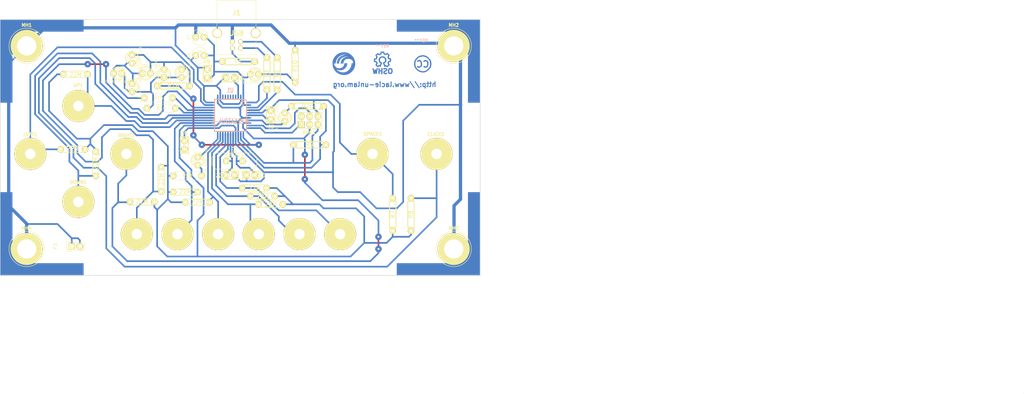
<source format=kicad_pcb>
(kicad_pcb (version 4) (host pcbnew "(2015-09-12 BZR 6188)-product")

  (general
    (links 110)
    (no_connects 0)
    (area 55.716099 59.250579 375.4925 182.6825)
    (thickness 1.6)
    (drawings 7)
    (tracks 534)
    (zones 0)
    (modules 63)
    (nets 45)
  )

  (page A4)
  (title_block
    (title Ajugar)
    (date 2015-11-05)
    (rev 2.0)
    (company "Adaptación Ajugar por: Esteban Mena and Christian Huy. Tutor: Diego Brengi.")
    (comment 1 "Diseñado por: Jim Lindblom, Jay Silver, Eric Rosenbaum")
    (comment 2 https://creativecommons.org/licenses/by-sa/4.0/)
    (comment 3 "Attribution-ShareAlike 4.0 International (CC BY-SA 4.0)")
    (comment 4 http://www.lacie-unlam.org/dokuwiki/doku.php?id=ajugar_publico)
  )

  (layers
    (0 F.Cu signal)
    (31 B.Cu signal)
    (32 B.Adhes user)
    (33 F.Adhes user)
    (34 B.Paste user)
    (35 F.Paste user)
    (36 B.SilkS user)
    (37 F.SilkS user)
    (38 B.Mask user)
    (39 F.Mask user)
    (40 Dwgs.User user)
    (41 Cmts.User user)
    (42 Eco1.User user)
    (43 Eco2.User user)
    (44 Edge.Cuts user)
  )

  (setup
    (last_trace_width 0.508)
    (user_trace_width 1.016)
    (trace_clearance 0.254)
    (zone_clearance 0)
    (zone_45_only no)
    (trace_min 0.508)
    (segment_width 0.2)
    (edge_width 0.15)
    (via_size 2)
    (via_drill 0.635)
    (via_min_size 0.889)
    (via_min_drill 0.508)
    (uvia_size 0.508)
    (uvia_drill 0.127)
    (uvias_allowed no)
    (uvia_min_size 0.508)
    (uvia_min_drill 0.127)
    (pcb_text_width 0.3)
    (pcb_text_size 1.5 1.5)
    (mod_edge_width 0.15)
    (mod_text_size 1.5 1.5)
    (mod_text_width 0.15)
    (pad_size 2 2)
    (pad_drill 0.7)
    (pad_to_mask_clearance 0.2)
    (aux_axis_origin 69.7611 64.95796)
    (grid_origin 64.0461 73.8505)
    (visible_elements 7FFFFBFF)
    (pcbplotparams
      (layerselection 0x00030_80000001)
      (usegerberextensions false)
      (excludeedgelayer false)
      (linewidth 0.150000)
      (plotframeref false)
      (viasonmask false)
      (mode 1)
      (useauxorigin false)
      (hpglpennumber 1)
      (hpglpenspeed 20)
      (hpglpendiameter 15)
      (hpglpenoverlay 2)
      (psnegative false)
      (psa4output false)
      (plotreference true)
      (plotvalue true)
      (plotinvisibletext false)
      (padsonsilk false)
      (subtractmaskfromsilk false)
      (outputformat 2)
      (mirror false)
      (drillshape 0)
      (scaleselection 1)
      (outputdirectory ""))
  )

  (net 0 "")
  (net 1 D+)
  (net 2 D-)
  (net 3 GND)
  (net 4 RESET)
  (net 5 VCC)
  (net 6 "Net-(C1-Pad2)")
  (net 7 "Net-(C2-Pad2)")
  (net 8 "Net-(C3-Pad2)")
  (net 9 "Net-(C4-Pad2)")
  (net 10 CLICK)
  (net 11 "Net-(CLICK2-Pad1)")
  (net 12 "Net-(CLICK2-Pad2)")
  (net 13 MOUSE)
  (net 14 TECLADO)
  (net 15 DOWN)
  (net 16 "Net-(F1-Pad1)")
  (net 17 "Net-(J1-Pad2)")
  (net 18 "Net-(J1-Pad3)")
  (net 19 LEFT)
  (net 20 UP)
  (net 21 SCLK/RIGHT)
  (net 22 SPACE)
  (net 23 "Net-(R14-Pad1)")
  (net 24 "Net-(R15-Pad1)")
  (net 25 "Net-(R16-Pad1)")
  (net 26 MOSI)
  (net 27 MISO)
  (net 28 "Net-(D1-Pad1)")
  (net 29 "Net-(PRG1-Pad2)")
  (net 30 /W)
  (net 31 /S)
  (net 32 /D)
  (net 33 /G)
  (net 34 /F)
  (net 35 /A)
  (net 36 "Net-(U1-Pad39)")
  (net 37 "Net-(U1-Pad40)")
  (net 38 "Net-(U1-Pad41)")
  (net 39 "Net-(U1-Pad38)")
  (net 40 "Net-(U1-Pad37)")
  (net 41 "Net-(U1-Pad36)")
  (net 42 "Net-(DOWN2-Pad1)")
  (net 43 "Net-(D8-Pad2)")
  (net 44 "Net-(D10-Pad2)")

  (net_class Default "This is the default net class."
    (clearance 0.254)
    (trace_width 0.508)
    (via_dia 2)
    (via_drill 0.635)
    (uvia_dia 0.508)
    (uvia_drill 0.127)
    (add_net /A)
    (add_net /D)
    (add_net /F)
    (add_net /G)
    (add_net /S)
    (add_net /W)
    (add_net CLICK)
    (add_net D+)
    (add_net D-)
    (add_net DOWN)
    (add_net GND)
    (add_net LEFT)
    (add_net MISO)
    (add_net MOSI)
    (add_net MOUSE)
    (add_net "Net-(C1-Pad2)")
    (add_net "Net-(C2-Pad2)")
    (add_net "Net-(C3-Pad2)")
    (add_net "Net-(C4-Pad2)")
    (add_net "Net-(CLICK2-Pad1)")
    (add_net "Net-(CLICK2-Pad2)")
    (add_net "Net-(D1-Pad1)")
    (add_net "Net-(D10-Pad2)")
    (add_net "Net-(D8-Pad2)")
    (add_net "Net-(DOWN2-Pad1)")
    (add_net "Net-(F1-Pad1)")
    (add_net "Net-(J1-Pad2)")
    (add_net "Net-(J1-Pad3)")
    (add_net "Net-(PRG1-Pad2)")
    (add_net "Net-(R14-Pad1)")
    (add_net "Net-(R15-Pad1)")
    (add_net "Net-(R16-Pad1)")
    (add_net "Net-(U1-Pad36)")
    (add_net "Net-(U1-Pad37)")
    (add_net "Net-(U1-Pad38)")
    (add_net "Net-(U1-Pad39)")
    (add_net "Net-(U1-Pad40)")
    (add_net "Net-(U1-Pad41)")
    (add_net RESET)
    (add_net SCLK/RIGHT)
    (add_net SPACE)
    (add_net TECLADO)
    (add_net UP)
    (add_net VCC)
  )

  (module MH (layer F.Cu) (tedit 560037BD) (tstamp 55FFA154)
    (at 197.3961 137.3505)
    (descr "module 1 pin (ou trou mecanique de percage)")
    (tags DEV)
    (path /55FE7D1B)
    (fp_text reference MH3 (at 0 -6.5) (layer F.SilkS)
      (effects (font (size 1.016 1.016) (thickness 0.254)))
    )
    (fp_text value CONN_01X01 (at 0 2.794) (layer F.SilkS) hide
      (effects (font (size 1.016 1.016) (thickness 0.254)))
    )
    (fp_circle (center 0 0) (end 5.5 0.5) (layer F.SilkS) (width 0.15))
    (pad 1 thru_hole circle (at 0 0) (size 10 10) (drill 6) (layers *.Cu *.Mask F.SilkS)
      (net 3 GND))
  )

  (module 1pin (layer F.Cu) (tedit 558B47DE) (tstamp 555CEDE7)
    (at 80.18 92.635)
    (descr "module 1 pin (ou trou mecanique de percage)")
    (tags DEV)
    (path /555CB4A8)
    (fp_text reference UP1 (at -0.04 -6.47) (layer F.SilkS)
      (effects (font (size 1.016 1.016) (thickness 0.254)))
    )
    (fp_text value CONN_1 (at 0 2.794) (layer F.SilkS) hide
      (effects (font (size 1.016 1.016) (thickness 0.254)))
    )
    (fp_circle (center 0 0) (end 0 -2.286) (layer F.SilkS) (width 0.381))
    (pad 1 thru_hole circle (at 0 0) (size 10 10) (drill 3.25) (layers *.Cu *.Mask F.SilkS)
      (net 20 UP))
  )

  (module 1pin (layer F.Cu) (tedit 558B47EC) (tstamp 555CEDED)
    (at 65.18 107.635)
    (descr "module 1 pin (ou trou mecanique de percage)")
    (tags DEV)
    (path /555CB4B7)
    (fp_text reference LEFT1 (at 0.01 -6.07) (layer F.SilkS)
      (effects (font (size 1.016 1.016) (thickness 0.254)))
    )
    (fp_text value CONN_1 (at 0 2.794) (layer F.SilkS) hide
      (effects (font (size 1.016 1.016) (thickness 0.254)))
    )
    (fp_circle (center 0 0) (end 0 -2.286) (layer F.SilkS) (width 0.381))
    (pad 1 thru_hole circle (at 0 0) (size 10 10) (drill 3.25) (layers *.Cu *.Mask F.SilkS)
      (net 19 LEFT))
  )

  (module 1pin (layer F.Cu) (tedit 558B47E7) (tstamp 555CEDF3)
    (at 80.18 122.635)
    (descr "module 1 pin (ou trou mecanique de percage)")
    (tags DEV)
    (path /555CB4C6)
    (fp_text reference DOWN1 (at 0.01 -6.16) (layer F.SilkS)
      (effects (font (size 1.016 1.016) (thickness 0.254)))
    )
    (fp_text value CONN_1 (at 0 2.794) (layer F.SilkS) hide
      (effects (font (size 1.016 1.016) (thickness 0.254)))
    )
    (fp_circle (center 0 0) (end 0 -2.286) (layer F.SilkS) (width 0.381))
    (pad 1 thru_hole circle (at 0 0) (size 10 10) (drill 3.25) (layers *.Cu *.Mask F.SilkS)
      (net 15 DOWN))
  )

  (module 1pin (layer F.Cu) (tedit 558B47F4) (tstamp 555CEDF9)
    (at 95.18 107.635)
    (descr "module 1 pin (ou trou mecanique de percage)")
    (tags DEV)
    (path /555CB4D5)
    (fp_text reference RIGHT1 (at 0.06 -5.8) (layer F.SilkS)
      (effects (font (size 1.016 1.016) (thickness 0.254)))
    )
    (fp_text value CONN_1 (at 0 2.794) (layer F.SilkS) hide
      (effects (font (size 1.016 1.016) (thickness 0.254)))
    )
    (fp_circle (center 0 0) (end 0 -2.286) (layer F.SilkS) (width 0.381))
    (pad 1 thru_hole circle (at 0 0) (size 10 10) (drill 3.25) (layers *.Cu *.Mask F.SilkS)
      (net 21 SCLK/RIGHT))
  )

  (module 1pin (layer F.Cu) (tedit 558B49DD) (tstamp 5572257A)
    (at 172.05 107.635)
    (descr "module 1 pin (ou trou mecanique de percage)")
    (tags DEV)
    (path /555CB4E4)
    (fp_text reference SPACE1 (at 0.08 -6.24) (layer F.SilkS)
      (effects (font (size 1.016 1.016) (thickness 0.254)))
    )
    (fp_text value CONN_1 (at 0 2.794) (layer F.SilkS) hide
      (effects (font (size 1.016 1.016) (thickness 0.254)))
    )
    (fp_circle (center 0 0) (end 0 -2.286) (layer F.SilkS) (width 0.381))
    (pad 1 thru_hole circle (at 0 0) (size 10 10) (drill 3.25) (layers *.Cu *.Mask F.SilkS)
      (net 22 SPACE))
  )

  (module 1pin (layer F.Cu) (tedit 558B49E4) (tstamp 555CEE05)
    (at 192.05 107.635)
    (descr "module 1 pin (ou trou mecanique de percage)")
    (tags DEV)
    (path /555CB4F3)
    (fp_text reference CLICK1 (at -0.18 -6.16) (layer F.SilkS)
      (effects (font (size 1.016 1.016) (thickness 0.254)))
    )
    (fp_text value CONN_1 (at 0 2.794) (layer F.SilkS) hide
      (effects (font (size 1.016 1.016) (thickness 0.254)))
    )
    (fp_circle (center 0 0) (end 0 -2.286) (layer F.SilkS) (width 0.381))
    (pad 1 thru_hole circle (at 0 0) (size 10 10) (drill 3.25) (layers *.Cu *.Mask F.SilkS)
      (net 10 CLICK))
  )

  (module ajugar:pin_array_3x2 (layer F.Cu) (tedit 560A2E21) (tstamp 55FFA168)
    (at 152.4 97.155)
    (descr "Double rangee de contacts 2 x 4 pins")
    (tags CONN)
    (path /56005484)
    (fp_text reference PRG1 (at -0.12 3.77) (layer F.SilkS)
      (effects (font (size 1.016 1.016) (thickness 0.2032)))
    )
    (fp_text value AVR-ISP-6 (at -7.03 -2.03) (layer F.SilkS) hide
      (effects (font (size 1.016 1.016) (thickness 0.2032)))
    )
    (fp_line (start 3.81 2.54) (end -3.81 2.54) (layer F.SilkS) (width 0.2032))
    (fp_line (start -3.81 -2.54) (end 3.81 -2.54) (layer F.SilkS) (width 0.2032))
    (fp_line (start 3.81 -2.54) (end 3.81 2.54) (layer F.SilkS) (width 0.2032))
    (fp_line (start -3.81 2.54) (end -3.81 -2.54) (layer F.SilkS) (width 0.2032))
    (pad 1 thru_hole rect (at -2.54 1.27 90) (size 2 2) (drill 0.7) (layers *.Cu *.Mask F.SilkS)
      (net 27 MISO))
    (pad 2 thru_hole oval (at -2.54 -1.27) (size 1.778 2.286) (drill 0.7) (layers *.Cu *.Mask F.SilkS)
      (net 29 "Net-(PRG1-Pad2)"))
    (pad 3 thru_hole oval (at 0 1.27) (size 1.778 2.286) (drill 0.7) (layers *.Cu *.Mask F.SilkS)
      (net 21 SCLK/RIGHT))
    (pad 4 thru_hole oval (at 0 -1.27) (size 1.778 2.286) (drill 0.7) (layers *.Cu *.Mask F.SilkS)
      (net 26 MOSI))
    (pad 5 thru_hole oval (at 2.54 1.27) (size 1.778 2.286) (drill 0.7) (layers *.Cu *.Mask F.SilkS)
      (net 4 RESET))
    (pad 6 thru_hole oval (at 2.54 -1.27) (size 1.778 2.286) (drill 0.7) (layers *.Cu *.Mask F.SilkS)
      (net 3 GND))
    (model pin_array/pins_array_3x2.wrl
      (at (xyz 0 0 0))
      (scale (xyz 1 1 1))
      (rotate (xyz 0 0 0))
    )
  )

  (module ajugar:MH (layer F.Cu) (tedit 560037BD) (tstamp 55FFA15A)
    (at 64.0461 137.3505)
    (descr "module 1 pin (ou trou mecanique de percage)")
    (tags DEV)
    (path /55FE7D21)
    (fp_text reference MH4 (at 0 -6.5) (layer F.SilkS)
      (effects (font (size 1.016 1.016) (thickness 0.254)))
    )
    (fp_text value CONN_01X01 (at 0 2.794) (layer F.SilkS) hide
      (effects (font (size 1.016 1.016) (thickness 0.254)))
    )
    (fp_circle (center 0 0) (end 5.5 0.5) (layer F.SilkS) (width 0.15))
    (pad 1 thru_hole circle (at 0 0) (size 10 10) (drill 6) (layers *.Cu *.Mask F.SilkS)
      (net 3 GND))
  )

  (module ajugar:MH (layer F.Cu) (tedit 560037BD) (tstamp 55FFA148)
    (at 64.0461 73.8505)
    (descr "module 1 pin (ou trou mecanique de percage)")
    (tags DEV)
    (path /55FE722D)
    (fp_text reference MH1 (at 0 -6.5) (layer F.SilkS)
      (effects (font (size 1.016 1.016) (thickness 0.254)))
    )
    (fp_text value CONN_01X01 (at 0 2.794) (layer F.SilkS) hide
      (effects (font (size 1.016 1.016) (thickness 0.254)))
    )
    (fp_circle (center 0 0) (end 5.5 0.5) (layer F.SilkS) (width 0.15))
    (pad 1 thru_hole circle (at 0 0) (size 10 10) (drill 6) (layers *.Cu *.Mask F.SilkS)
      (net 3 GND))
  )

  (module ajugar:MH (layer F.Cu) (tedit 560037BD) (tstamp 55FFA14E)
    (at 197.3961 73.8505)
    (descr "module 1 pin (ou trou mecanique de percage)")
    (tags DEV)
    (path /55FE7B73)
    (fp_text reference MH2 (at 0 -6.5) (layer F.SilkS)
      (effects (font (size 1.016 1.016) (thickness 0.254)))
    )
    (fp_text value CONN_01X01 (at 0 2.794) (layer F.SilkS) hide
      (effects (font (size 1.016 1.016) (thickness 0.254)))
    )
    (fp_circle (center 0 0) (end 5.5 0.5) (layer F.SilkS) (width 0.15))
    (pad 1 thru_hole circle (at 0 0) (size 10 10) (drill 6) (layers *.Cu *.Mask F.SilkS)
      (net 3 GND))
  )

  (module Pin_Headers:Pin_Header_Straight_1x02 (layer F.Cu) (tedit 54EA090C) (tstamp 555CEC4E)
    (at 78.11516 136.53008 90)
    (descr "Through hole pin header")
    (tags "pin header")
    (path /55FF8678)
    (fp_text reference P3 (at 0 -5.1 90) (layer F.SilkS)
      (effects (font (size 1 1) (thickness 0.15)))
    )
    (fp_text value CONN_01X02 (at 0 -3.1 90) (layer F.Fab)
      (effects (font (size 1 1) (thickness 0.15)))
    )
    (fp_line (start 1.27 1.27) (end 1.27 3.81) (layer F.SilkS) (width 0.15))
    (fp_line (start 1.55 -1.55) (end 1.55 0) (layer F.SilkS) (width 0.15))
    (fp_line (start -1.75 -1.75) (end -1.75 4.3) (layer F.CrtYd) (width 0.05))
    (fp_line (start 1.75 -1.75) (end 1.75 4.3) (layer F.CrtYd) (width 0.05))
    (fp_line (start -1.75 -1.75) (end 1.75 -1.75) (layer F.CrtYd) (width 0.05))
    (fp_line (start -1.75 4.3) (end 1.75 4.3) (layer F.CrtYd) (width 0.05))
    (fp_line (start 1.27 1.27) (end -1.27 1.27) (layer F.SilkS) (width 0.15))
    (fp_line (start -1.55 0) (end -1.55 -1.55) (layer F.SilkS) (width 0.15))
    (fp_line (start -1.55 -1.55) (end 1.55 -1.55) (layer F.SilkS) (width 0.15))
    (fp_line (start -1.27 1.27) (end -1.27 3.81) (layer F.SilkS) (width 0.15))
    (fp_line (start -1.27 3.81) (end 1.27 3.81) (layer F.SilkS) (width 0.15))
    (pad 1 thru_hole rect (at 0 0 90) (size 2.032 2.032) (drill 1.016) (layers *.Cu *.Mask F.SilkS)
      (net 3 GND))
    (pad 2 thru_hole oval (at 0 2.54 90) (size 2.032 2.032) (drill 1.016) (layers *.Cu *.Mask F.SilkS)
      (net 3 GND))
    (model Pin_Headers.3dshapes/Pin_Header_Straight_1x02.wrl
      (at (xyz 0 -0.05 0))
      (scale (xyz 1 1 1))
      (rotate (xyz 0 0 90))
    )
  )

  (module ajugar:R3 (layer F.Cu) (tedit 558B495E) (tstamp 555CEAD1)
    (at 113.5761 119.5705 180)
    (descr "Resitance 3 pas")
    (tags R)
    (path /5582E74F)
    (autoplace_cost180 10)
    (fp_text reference R19 (at 6.86 -0.03 180) (layer F.SilkS) hide
      (effects (font (size 1.397 1.27) (thickness 0.2032)))
    )
    (fp_text value 22M (at 0 0.127 180) (layer F.SilkS)
      (effects (font (size 1.397 1.27) (thickness 0.2032)))
    )
    (fp_line (start -3.81 0) (end -3.302 0) (layer F.SilkS) (width 0.2032))
    (fp_line (start 3.81 0) (end 3.302 0) (layer F.SilkS) (width 0.2032))
    (fp_line (start 3.302 0) (end 3.302 -1.016) (layer F.SilkS) (width 0.2032))
    (fp_line (start 3.302 -1.016) (end -3.302 -1.016) (layer F.SilkS) (width 0.2032))
    (fp_line (start -3.302 -1.016) (end -3.302 1.016) (layer F.SilkS) (width 0.2032))
    (fp_line (start -3.302 1.016) (end 3.302 1.016) (layer F.SilkS) (width 0.2032))
    (fp_line (start 3.302 1.016) (end 3.302 0) (layer F.SilkS) (width 0.2032))
    (fp_line (start -3.302 -0.508) (end -2.794 -1.016) (layer F.SilkS) (width 0.2032))
    (pad 1 thru_hole circle (at -3.81 0 180) (size 2 2) (drill 0.8128) (layers *.Cu *.Mask F.SilkS)
      (net 35 /A))
    (pad 2 thru_hole circle (at 3.81 0 180) (size 2 2) (drill 0.8128) (layers *.Cu *.Mask F.SilkS)
      (net 5 VCC))
    (model discret/resistor.wrl
      (at (xyz 0 0 0))
      (scale (xyz 0.3 0.3 0.3))
      (rotate (xyz 0 0 0))
    )
  )

  (module ajugar:R3 (layer F.Cu) (tedit 558B495E) (tstamp 555CEBB1)
    (at 100.1141 122.6185 180)
    (descr "Resitance 3 pas")
    (tags R)
    (path /555B8E31)
    (autoplace_cost180 10)
    (fp_text reference R6 (at 6.86 -0.03 180) (layer F.SilkS) hide
      (effects (font (size 1.397 1.27) (thickness 0.2032)))
    )
    (fp_text value 22M (at 0 0.127 180) (layer F.SilkS)
      (effects (font (size 1.397 1.27) (thickness 0.2032)))
    )
    (fp_line (start -3.81 0) (end -3.302 0) (layer F.SilkS) (width 0.2032))
    (fp_line (start 3.81 0) (end 3.302 0) (layer F.SilkS) (width 0.2032))
    (fp_line (start 3.302 0) (end 3.302 -1.016) (layer F.SilkS) (width 0.2032))
    (fp_line (start 3.302 -1.016) (end -3.302 -1.016) (layer F.SilkS) (width 0.2032))
    (fp_line (start -3.302 -1.016) (end -3.302 1.016) (layer F.SilkS) (width 0.2032))
    (fp_line (start -3.302 1.016) (end 3.302 1.016) (layer F.SilkS) (width 0.2032))
    (fp_line (start 3.302 1.016) (end 3.302 0) (layer F.SilkS) (width 0.2032))
    (fp_line (start -3.302 -0.508) (end -2.794 -1.016) (layer F.SilkS) (width 0.2032))
    (pad 1 thru_hole circle (at -3.81 0 180) (size 2 2) (drill 0.8128) (layers *.Cu *.Mask F.SilkS)
      (net 5 VCC))
    (pad 2 thru_hole circle (at 3.81 0 180) (size 2 2) (drill 0.8128) (layers *.Cu *.Mask F.SilkS)
      (net 21 SCLK/RIGHT))
    (model discret/resistor.wrl
      (at (xyz 0 0 0))
      (scale (xyz 0.3 0.3 0.3))
      (rotate (xyz 0 0 0))
    )
  )

  (module ajugar:R3 (layer F.Cu) (tedit 558B495E) (tstamp 555CEB6B)
    (at 79.2861 82.7405)
    (descr "Resitance 3 pas")
    (tags R)
    (path /555CA828)
    (autoplace_cost180 10)
    (fp_text reference R1 (at 6.86 -0.03) (layer F.SilkS) hide
      (effects (font (size 1.397 1.27) (thickness 0.2032)))
    )
    (fp_text value 22M (at 0 0.127) (layer F.SilkS)
      (effects (font (size 1.397 1.27) (thickness 0.2032)))
    )
    (fp_line (start -3.81 0) (end -3.302 0) (layer F.SilkS) (width 0.2032))
    (fp_line (start 3.81 0) (end 3.302 0) (layer F.SilkS) (width 0.2032))
    (fp_line (start 3.302 0) (end 3.302 -1.016) (layer F.SilkS) (width 0.2032))
    (fp_line (start 3.302 -1.016) (end -3.302 -1.016) (layer F.SilkS) (width 0.2032))
    (fp_line (start -3.302 -1.016) (end -3.302 1.016) (layer F.SilkS) (width 0.2032))
    (fp_line (start -3.302 1.016) (end 3.302 1.016) (layer F.SilkS) (width 0.2032))
    (fp_line (start 3.302 1.016) (end 3.302 0) (layer F.SilkS) (width 0.2032))
    (fp_line (start -3.302 -0.508) (end -2.794 -1.016) (layer F.SilkS) (width 0.2032))
    (pad 1 thru_hole circle (at -3.81 0) (size 2 2) (drill 0.8128) (layers *.Cu *.Mask F.SilkS)
      (net 5 VCC))
    (pad 2 thru_hole circle (at 3.81 0) (size 2 2) (drill 0.8128) (layers *.Cu *.Mask F.SilkS)
      (net 20 UP))
    (model discret/resistor.wrl
      (at (xyz 0 0 0))
      (scale (xyz 0.3 0.3 0.3))
      (rotate (xyz 0 0 0))
    )
  )

  (module ajugar:R3 (layer F.Cu) (tedit 558B495E) (tstamp 555CEB5D)
    (at 78.46 106.195 180)
    (descr "Resitance 3 pas")
    (tags R)
    (path /555CA819)
    (autoplace_cost180 10)
    (fp_text reference R4 (at 6.86 -0.03 180) (layer F.SilkS) hide
      (effects (font (size 1.397 1.27) (thickness 0.2032)))
    )
    (fp_text value 22M (at 0 0.127 180) (layer F.SilkS)
      (effects (font (size 1.397 1.27) (thickness 0.2032)))
    )
    (fp_line (start -3.81 0) (end -3.302 0) (layer F.SilkS) (width 0.2032))
    (fp_line (start 3.81 0) (end 3.302 0) (layer F.SilkS) (width 0.2032))
    (fp_line (start 3.302 0) (end 3.302 -1.016) (layer F.SilkS) (width 0.2032))
    (fp_line (start 3.302 -1.016) (end -3.302 -1.016) (layer F.SilkS) (width 0.2032))
    (fp_line (start -3.302 -1.016) (end -3.302 1.016) (layer F.SilkS) (width 0.2032))
    (fp_line (start -3.302 1.016) (end 3.302 1.016) (layer F.SilkS) (width 0.2032))
    (fp_line (start 3.302 1.016) (end 3.302 0) (layer F.SilkS) (width 0.2032))
    (fp_line (start -3.302 -0.508) (end -2.794 -1.016) (layer F.SilkS) (width 0.2032))
    (pad 1 thru_hole circle (at -3.81 0 180) (size 2 2) (drill 0.8128) (layers *.Cu *.Mask F.SilkS)
      (net 5 VCC))
    (pad 2 thru_hole circle (at 3.81 0 180) (size 2 2) (drill 0.8128) (layers *.Cu *.Mask F.SilkS)
      (net 19 LEFT))
    (model discret/resistor.wrl
      (at (xyz 0 0 0))
      (scale (xyz 0.3 0.3 0.3))
      (rotate (xyz 0 0 0))
    )
  )

  (module ajugar:R3 (layer F.Cu) (tedit 558B495E) (tstamp 555CEB4F)
    (at 85.6361 110.6805 270)
    (descr "Resitance 3 pas")
    (tags R)
    (path /555CA80A)
    (autoplace_cost180 10)
    (fp_text reference R5 (at 6.86 -0.03 270) (layer F.SilkS) hide
      (effects (font (size 1.397 1.27) (thickness 0.2032)))
    )
    (fp_text value 22M (at 0 0.127 270) (layer F.SilkS)
      (effects (font (size 1.397 1.27) (thickness 0.2032)))
    )
    (fp_line (start -3.81 0) (end -3.302 0) (layer F.SilkS) (width 0.2032))
    (fp_line (start 3.81 0) (end 3.302 0) (layer F.SilkS) (width 0.2032))
    (fp_line (start 3.302 0) (end 3.302 -1.016) (layer F.SilkS) (width 0.2032))
    (fp_line (start 3.302 -1.016) (end -3.302 -1.016) (layer F.SilkS) (width 0.2032))
    (fp_line (start -3.302 -1.016) (end -3.302 1.016) (layer F.SilkS) (width 0.2032))
    (fp_line (start -3.302 1.016) (end 3.302 1.016) (layer F.SilkS) (width 0.2032))
    (fp_line (start 3.302 1.016) (end 3.302 0) (layer F.SilkS) (width 0.2032))
    (fp_line (start -3.302 -0.508) (end -2.794 -1.016) (layer F.SilkS) (width 0.2032))
    (pad 1 thru_hole circle (at -3.81 0 270) (size 2 2) (drill 0.8128) (layers *.Cu *.Mask F.SilkS)
      (net 5 VCC))
    (pad 2 thru_hole circle (at 3.81 0 270) (size 2 2) (drill 0.8128) (layers *.Cu *.Mask F.SilkS)
      (net 15 DOWN))
    (model discret/resistor.wrl
      (at (xyz 0 0 0))
      (scale (xyz 0.3 0.3 0.3))
      (rotate (xyz 0 0 0))
    )
  )

  (module ajugar:R3 (layer F.Cu) (tedit 558B495E) (tstamp 555CEB17)
    (at 135.1661 118.3005)
    (descr "Resitance 3 pas")
    (tags R)
    (path /5582E713)
    (autoplace_cost180 10)
    (fp_text reference R12 (at 6.86 -0.03) (layer F.SilkS) hide
      (effects (font (size 1.397 1.27) (thickness 0.2032)))
    )
    (fp_text value 22M (at 0 0.127) (layer F.SilkS)
      (effects (font (size 1.397 1.27) (thickness 0.2032)))
    )
    (fp_line (start -3.81 0) (end -3.302 0) (layer F.SilkS) (width 0.2032))
    (fp_line (start 3.81 0) (end 3.302 0) (layer F.SilkS) (width 0.2032))
    (fp_line (start 3.302 0) (end 3.302 -1.016) (layer F.SilkS) (width 0.2032))
    (fp_line (start 3.302 -1.016) (end -3.302 -1.016) (layer F.SilkS) (width 0.2032))
    (fp_line (start -3.302 -1.016) (end -3.302 1.016) (layer F.SilkS) (width 0.2032))
    (fp_line (start -3.302 1.016) (end 3.302 1.016) (layer F.SilkS) (width 0.2032))
    (fp_line (start 3.302 1.016) (end 3.302 0) (layer F.SilkS) (width 0.2032))
    (fp_line (start -3.302 -0.508) (end -2.794 -1.016) (layer F.SilkS) (width 0.2032))
    (pad 1 thru_hole circle (at -3.81 0) (size 2 2) (drill 0.8128) (layers *.Cu *.Mask F.SilkS)
      (net 31 /S))
    (pad 2 thru_hole circle (at 3.81 0) (size 2 2) (drill 0.8128) (layers *.Cu *.Mask F.SilkS)
      (net 5 VCC))
    (model discret/resistor.wrl
      (at (xyz 0 0 0))
      (scale (xyz 0.3 0.3 0.3))
      (rotate (xyz 0 0 0))
    )
  )

  (module ajugar:R3 (layer F.Cu) (tedit 558B495E) (tstamp 555CEB09)
    (at 137.7061 120.8405)
    (descr "Resitance 3 pas")
    (tags R)
    (path /5582E722)
    (autoplace_cost180 10)
    (fp_text reference R13 (at 6.86 -0.03) (layer F.SilkS) hide
      (effects (font (size 1.397 1.27) (thickness 0.2032)))
    )
    (fp_text value 22M (at 0 0.127) (layer F.SilkS)
      (effects (font (size 1.397 1.27) (thickness 0.2032)))
    )
    (fp_line (start -3.81 0) (end -3.302 0) (layer F.SilkS) (width 0.2032))
    (fp_line (start 3.81 0) (end 3.302 0) (layer F.SilkS) (width 0.2032))
    (fp_line (start 3.302 0) (end 3.302 -1.016) (layer F.SilkS) (width 0.2032))
    (fp_line (start 3.302 -1.016) (end -3.302 -1.016) (layer F.SilkS) (width 0.2032))
    (fp_line (start -3.302 -1.016) (end -3.302 1.016) (layer F.SilkS) (width 0.2032))
    (fp_line (start -3.302 1.016) (end 3.302 1.016) (layer F.SilkS) (width 0.2032))
    (fp_line (start 3.302 1.016) (end 3.302 0) (layer F.SilkS) (width 0.2032))
    (fp_line (start -3.302 -0.508) (end -2.794 -1.016) (layer F.SilkS) (width 0.2032))
    (pad 1 thru_hole circle (at -3.81 0) (size 2 2) (drill 0.8128) (layers *.Cu *.Mask F.SilkS)
      (net 32 /D))
    (pad 2 thru_hole circle (at 3.81 0) (size 2 2) (drill 0.8128) (layers *.Cu *.Mask F.SilkS)
      (net 5 VCC))
    (model discret/resistor.wrl
      (at (xyz 0 0 0))
      (scale (xyz 0.3 0.3 0.3))
      (rotate (xyz 0 0 0))
    )
  )

  (module ajugar:R3 (layer F.Cu) (tedit 558B495E) (tstamp 555CEAED)
    (at 140.2461 123.3805)
    (descr "Resitance 3 pas")
    (tags R)
    (path /5582E731)
    (autoplace_cost180 10)
    (fp_text reference R17 (at 6.86 -0.03) (layer F.SilkS) hide
      (effects (font (size 1.397 1.27) (thickness 0.2032)))
    )
    (fp_text value 22M (at 0 0.127) (layer F.SilkS)
      (effects (font (size 1.397 1.27) (thickness 0.2032)))
    )
    (fp_line (start -3.81 0) (end -3.302 0) (layer F.SilkS) (width 0.2032))
    (fp_line (start 3.81 0) (end 3.302 0) (layer F.SilkS) (width 0.2032))
    (fp_line (start 3.302 0) (end 3.302 -1.016) (layer F.SilkS) (width 0.2032))
    (fp_line (start 3.302 -1.016) (end -3.302 -1.016) (layer F.SilkS) (width 0.2032))
    (fp_line (start -3.302 -1.016) (end -3.302 1.016) (layer F.SilkS) (width 0.2032))
    (fp_line (start -3.302 1.016) (end 3.302 1.016) (layer F.SilkS) (width 0.2032))
    (fp_line (start 3.302 1.016) (end 3.302 0) (layer F.SilkS) (width 0.2032))
    (fp_line (start -3.302 -0.508) (end -2.794 -1.016) (layer F.SilkS) (width 0.2032))
    (pad 1 thru_hole circle (at -3.81 0) (size 2 2) (drill 0.8128) (layers *.Cu *.Mask F.SilkS)
      (net 33 /G))
    (pad 2 thru_hole circle (at 3.81 0) (size 2 2) (drill 0.8128) (layers *.Cu *.Mask F.SilkS)
      (net 5 VCC))
    (model discret/resistor.wrl
      (at (xyz 0 0 0))
      (scale (xyz 0.3 0.3 0.3))
      (rotate (xyz 0 0 0))
    )
  )

  (module ajugar:R3 (layer F.Cu) (tedit 558B495E) (tstamp 555CEADF)
    (at 117.3861 122.7455 180)
    (descr "Resitance 3 pas")
    (tags R)
    (path /5582E740)
    (autoplace_cost180 10)
    (fp_text reference R18 (at 6.86 -0.03 180) (layer F.SilkS) hide
      (effects (font (size 1.397 1.27) (thickness 0.2032)))
    )
    (fp_text value 22M (at 0 0.127 180) (layer F.SilkS)
      (effects (font (size 1.397 1.27) (thickness 0.2032)))
    )
    (fp_line (start -3.81 0) (end -3.302 0) (layer F.SilkS) (width 0.2032))
    (fp_line (start 3.81 0) (end 3.302 0) (layer F.SilkS) (width 0.2032))
    (fp_line (start 3.302 0) (end 3.302 -1.016) (layer F.SilkS) (width 0.2032))
    (fp_line (start 3.302 -1.016) (end -3.302 -1.016) (layer F.SilkS) (width 0.2032))
    (fp_line (start -3.302 -1.016) (end -3.302 1.016) (layer F.SilkS) (width 0.2032))
    (fp_line (start -3.302 1.016) (end 3.302 1.016) (layer F.SilkS) (width 0.2032))
    (fp_line (start 3.302 1.016) (end 3.302 0) (layer F.SilkS) (width 0.2032))
    (fp_line (start -3.302 -0.508) (end -2.794 -1.016) (layer F.SilkS) (width 0.2032))
    (pad 1 thru_hole circle (at -3.81 0 180) (size 2 2) (drill 0.8128) (layers *.Cu *.Mask F.SilkS)
      (net 34 /F))
    (pad 2 thru_hole circle (at 3.81 0 180) (size 2 2) (drill 0.8128) (layers *.Cu *.Mask F.SilkS)
      (net 5 VCC))
    (model discret/resistor.wrl
      (at (xyz 0 0 0))
      (scale (xyz 0.3 0.3 0.3))
      (rotate (xyz 0 0 0))
    )
  )

  (module ajugar:R3 (layer F.Cu) (tedit 558B495E) (tstamp 555CEA99)
    (at 106.05516 115.57508 90)
    (descr "Resitance 3 pas")
    (tags R)
    (path /5582E702)
    (autoplace_cost180 10)
    (fp_text reference R11 (at 6.86 -0.03 90) (layer F.SilkS) hide
      (effects (font (size 1.397 1.27) (thickness 0.2032)))
    )
    (fp_text value 22M (at 0 0.127 90) (layer F.SilkS)
      (effects (font (size 1.397 1.27) (thickness 0.2032)))
    )
    (fp_line (start -3.81 0) (end -3.302 0) (layer F.SilkS) (width 0.2032))
    (fp_line (start 3.81 0) (end 3.302 0) (layer F.SilkS) (width 0.2032))
    (fp_line (start 3.302 0) (end 3.302 -1.016) (layer F.SilkS) (width 0.2032))
    (fp_line (start 3.302 -1.016) (end -3.302 -1.016) (layer F.SilkS) (width 0.2032))
    (fp_line (start -3.302 -1.016) (end -3.302 1.016) (layer F.SilkS) (width 0.2032))
    (fp_line (start -3.302 1.016) (end 3.302 1.016) (layer F.SilkS) (width 0.2032))
    (fp_line (start 3.302 1.016) (end 3.302 0) (layer F.SilkS) (width 0.2032))
    (fp_line (start -3.302 -0.508) (end -2.794 -1.016) (layer F.SilkS) (width 0.2032))
    (pad 1 thru_hole circle (at -3.81 0 90) (size 2 2) (drill 0.8128) (layers *.Cu *.Mask F.SilkS)
      (net 30 /W))
    (pad 2 thru_hole circle (at 3.81 0 90) (size 2 2) (drill 0.8128) (layers *.Cu *.Mask F.SilkS)
      (net 5 VCC))
    (model discret/resistor.wrl
      (at (xyz 0 0 0))
      (scale (xyz 0.3 0.3 0.3))
      (rotate (xyz 0 0 0))
    )
  )

  (module ajugar:R3-5 (layer F.Cu) (tedit 558ECA68) (tstamp 555CEBCD)
    (at 114.2111 114.4905)
    (path /555B8E5E)
    (fp_text reference R28 (at 0 0) (layer F.SilkS)
      (effects (font (size 1.27 1.016) (thickness 0.1524)))
    )
    (fp_text value 330R (at 0 0) (layer F.SilkS) hide
      (effects (font (size 1.27 1.016) (thickness 0.1524)))
    )
    (fp_line (start -3.81 -0.635) (end -3.81 1.27) (layer F.SilkS) (width 0.127))
    (fp_line (start -3.81 1.27) (end 3.81 1.27) (layer F.SilkS) (width 0.127))
    (fp_line (start 3.81 1.27) (end 3.81 -1.27) (layer F.SilkS) (width 0.127))
    (fp_line (start 3.81 -1.27) (end -3.81 -1.27) (layer F.SilkS) (width 0.127))
    (fp_line (start -3.81 -1.27) (end -3.81 -0.635) (layer F.SilkS) (width 0.127))
    (fp_line (start -4.445 0) (end -3.81 0) (layer F.SilkS) (width 0.127))
    (fp_line (start 3.81 0) (end 4.445 0) (layer F.SilkS) (width 0.127))
    (fp_line (start -3.81 -0.635) (end -3.175 -1.27) (layer F.SilkS) (width 0.127))
    (pad 1 thru_hole circle (at -4.445 0) (size 2 2) (drill 0.8128) (layers *.Cu *.Mask F.SilkS)
      (net 5 VCC))
    (pad 2 thru_hole circle (at 4.445 0) (size 2 2) (drill 0.8128) (layers *.Cu *.Mask F.SilkS)
      (net 44 "Net-(D10-Pad2)"))
    (model discret/resistor.wrl
      (at (xyz 0 0 0))
      (scale (xyz 0.35 0.35 0.3))
      (rotate (xyz 0 0 0))
    )
  )

  (module ajugar:R3-5 (layer F.Cu) (tedit 558ECA68) (tstamp 555CEB41)
    (at 106.05516 93.35008 180)
    (path /555B8F99)
    (fp_text reference R14 (at 0 0 180) (layer F.SilkS)
      (effects (font (size 1.27 1.016) (thickness 0.1524)))
    )
    (fp_text value 330R (at 0 0 180) (layer F.SilkS) hide
      (effects (font (size 1.27 1.016) (thickness 0.1524)))
    )
    (fp_line (start -3.81 -0.635) (end -3.81 1.27) (layer F.SilkS) (width 0.127))
    (fp_line (start -3.81 1.27) (end 3.81 1.27) (layer F.SilkS) (width 0.127))
    (fp_line (start 3.81 1.27) (end 3.81 -1.27) (layer F.SilkS) (width 0.127))
    (fp_line (start 3.81 -1.27) (end -3.81 -1.27) (layer F.SilkS) (width 0.127))
    (fp_line (start -3.81 -1.27) (end -3.81 -0.635) (layer F.SilkS) (width 0.127))
    (fp_line (start -4.445 0) (end -3.81 0) (layer F.SilkS) (width 0.127))
    (fp_line (start 3.81 0) (end 4.445 0) (layer F.SilkS) (width 0.127))
    (fp_line (start -3.81 -0.635) (end -3.175 -1.27) (layer F.SilkS) (width 0.127))
    (pad 1 thru_hole circle (at -4.445 0 180) (size 2 2) (drill 0.8128) (layers *.Cu *.Mask F.SilkS)
      (net 23 "Net-(R14-Pad1)"))
    (pad 2 thru_hole circle (at 4.445 0 180) (size 2 2) (drill 0.8128) (layers *.Cu *.Mask F.SilkS)
      (net 12 "Net-(CLICK2-Pad2)"))
    (model discret/resistor.wrl
      (at (xyz 0 0 0))
      (scale (xyz 0.35 0.35 0.3))
      (rotate (xyz 0 0 0))
    )
  )

  (module ajugar:R3-5 (layer F.Cu) (tedit 558ECA68) (tstamp 555CEB25)
    (at 105.1941 90.1065 180)
    (path /555B8F8A)
    (fp_text reference R15 (at 0 0 180) (layer F.SilkS)
      (effects (font (size 1.27 1.016) (thickness 0.1524)))
    )
    (fp_text value 330R (at 0 0 180) (layer F.SilkS) hide
      (effects (font (size 1.27 1.016) (thickness 0.1524)))
    )
    (fp_line (start -3.81 -0.635) (end -3.81 1.27) (layer F.SilkS) (width 0.127))
    (fp_line (start -3.81 1.27) (end 3.81 1.27) (layer F.SilkS) (width 0.127))
    (fp_line (start 3.81 1.27) (end 3.81 -1.27) (layer F.SilkS) (width 0.127))
    (fp_line (start 3.81 -1.27) (end -3.81 -1.27) (layer F.SilkS) (width 0.127))
    (fp_line (start -3.81 -1.27) (end -3.81 -0.635) (layer F.SilkS) (width 0.127))
    (fp_line (start -4.445 0) (end -3.81 0) (layer F.SilkS) (width 0.127))
    (fp_line (start 3.81 0) (end 4.445 0) (layer F.SilkS) (width 0.127))
    (fp_line (start -3.81 -0.635) (end -3.175 -1.27) (layer F.SilkS) (width 0.127))
    (pad 1 thru_hole circle (at -4.445 0 180) (size 2 2) (drill 0.8128) (layers *.Cu *.Mask F.SilkS)
      (net 24 "Net-(R15-Pad1)"))
    (pad 2 thru_hole circle (at 4.445 0 180) (size 2 2) (drill 0.8128) (layers *.Cu *.Mask F.SilkS)
      (net 42 "Net-(DOWN2-Pad1)"))
    (model discret/resistor.wrl
      (at (xyz 0 0 0))
      (scale (xyz 0.35 0.35 0.3))
      (rotate (xyz 0 0 0))
    )
  )

  (module ajugar:C1V5 (layer F.Cu) (tedit 558EC7B5) (tstamp 555CED97)
    (at 118.12016 76.84008 180)
    (descr "Condensateur e = 1 pas")
    (tags C)
    (path /555B8E00)
    (fp_text reference C6 (at 3.51 -0.03 270) (layer F.SilkS)
      (effects (font (size 0.762 0.762) (thickness 0.127)))
    )
    (fp_text value 1uF (at 0 1.27 180) (layer F.SilkS)
      (effects (font (size 0.762 0.635) (thickness 0.127)))
    )
    (fp_text user + (at -2.286 0 180) (layer F.SilkS)
      (effects (font (size 0.762 0.762) (thickness 0.2032)))
    )
    (fp_circle (center 0 0) (end 0.127 -2.54) (layer F.SilkS) (width 0.127))
    (pad 1 thru_hole circle (at -1.27 0 180) (size 2 2) (drill 0.8128) (layers *.Cu *.Mask F.SilkS)
      (net 5 VCC))
    (pad 2 thru_hole circle (at 1.27 0 180) (size 2 2) (drill 0.8128) (layers *.Cu *.Mask F.SilkS)
      (net 3 GND))
    (model discret/c_vert_c1v5.wrl
      (at (xyz 0 0 0))
      (scale (xyz 1 1 1))
      (rotate (xyz 0 0 0))
    )
  )

  (module ajugar:C1V5 (layer F.Cu) (tedit 558EC7B5) (tstamp 555CED9F)
    (at 118.12016 71.12508 180)
    (descr "Condensateur e = 1 pas")
    (tags C)
    (path /555B8E0F)
    (fp_text reference C7 (at 3.51 -0.03 270) (layer F.SilkS)
      (effects (font (size 0.762 0.762) (thickness 0.127)))
    )
    (fp_text value 10uF (at 0 1.27 180) (layer F.SilkS)
      (effects (font (size 0.762 0.635) (thickness 0.127)))
    )
    (fp_text user + (at -2.286 0 180) (layer F.SilkS)
      (effects (font (size 0.762 0.762) (thickness 0.2032)))
    )
    (fp_circle (center 0 0) (end 0.127 -2.54) (layer F.SilkS) (width 0.127))
    (pad 1 thru_hole circle (at -1.27 0 180) (size 2 2) (drill 0.8128) (layers *.Cu *.Mask F.SilkS)
      (net 5 VCC))
    (pad 2 thru_hole circle (at 1.27 0 180) (size 2 2) (drill 0.8128) (layers *.Cu *.Mask F.SilkS)
      (net 3 GND))
    (model discret/c_vert_c1v5.wrl
      (at (xyz 0 0 0))
      (scale (xyz 1 1 1))
      (rotate (xyz 0 0 0))
    )
  )

  (module ajugar:C1 (layer F.Cu) (tedit 558B49C8) (tstamp 555CEDE1)
    (at 120.4341 82.4865 90)
    (descr "Condensateur e = 1 pas")
    (tags C)
    (path /555B8DF1)
    (fp_text reference C8 (at 3.68 -0.07 180) (layer F.SilkS)
      (effects (font (size 1.016 1.016) (thickness 0.2032)))
    )
    (fp_text value 100nf (at 0 -2.286 90) (layer F.SilkS) hide
      (effects (font (size 1.016 1.016) (thickness 0.2032)))
    )
    (fp_line (start -2.4892 -1.27) (end 2.54 -1.27) (layer F.SilkS) (width 0.3048))
    (fp_line (start 2.54 -1.27) (end 2.54 1.27) (layer F.SilkS) (width 0.3048))
    (fp_line (start 2.54 1.27) (end -2.54 1.27) (layer F.SilkS) (width 0.3048))
    (fp_line (start -2.54 1.27) (end -2.54 -1.27) (layer F.SilkS) (width 0.3048))
    (fp_line (start -2.54 -0.635) (end -1.905 -1.27) (layer F.SilkS) (width 0.3048))
    (pad 1 thru_hole circle (at -1.27 0 90) (size 2 2) (drill 0.8128) (layers *.Cu *.Mask F.SilkS)
      (net 5 VCC))
    (pad 2 thru_hole circle (at 1.27 0 90) (size 2 2) (drill 0.8128) (layers *.Cu *.Mask F.SilkS)
      (net 3 GND))
    (model discret/capa_1_pas.wrl
      (at (xyz 0 0 0))
      (scale (xyz 1 1 1))
      (rotate (xyz 0 0 0))
    )
  )

  (module ajugar:C1 (layer F.Cu) (tedit 558B49C8) (tstamp 555CEDD6)
    (at 133.99516 114.30508)
    (descr "Condensateur e = 1 pas")
    (tags C)
    (path /555B8DD3)
    (fp_text reference C2 (at 3.68 -0.07 90) (layer F.SilkS)
      (effects (font (size 1.016 1.016) (thickness 0.2032)))
    )
    (fp_text value 22pF (at 0 -2.286) (layer F.SilkS) hide
      (effects (font (size 1.016 1.016) (thickness 0.2032)))
    )
    (fp_line (start -2.4892 -1.27) (end 2.54 -1.27) (layer F.SilkS) (width 0.3048))
    (fp_line (start 2.54 -1.27) (end 2.54 1.27) (layer F.SilkS) (width 0.3048))
    (fp_line (start 2.54 1.27) (end -2.54 1.27) (layer F.SilkS) (width 0.3048))
    (fp_line (start -2.54 1.27) (end -2.54 -1.27) (layer F.SilkS) (width 0.3048))
    (fp_line (start -2.54 -0.635) (end -1.905 -1.27) (layer F.SilkS) (width 0.3048))
    (pad 1 thru_hole circle (at -1.27 0) (size 2 2) (drill 0.8128) (layers *.Cu *.Mask F.SilkS)
      (net 3 GND))
    (pad 2 thru_hole circle (at 1.27 0) (size 2 2) (drill 0.8128) (layers *.Cu *.Mask F.SilkS)
      (net 7 "Net-(C2-Pad2)"))
    (model discret/capa_1_pas.wrl
      (at (xyz 0 0 0))
      (scale (xyz 1 1 1))
      (rotate (xyz 0 0 0))
    )
  )

  (module ajugar:C1 (layer F.Cu) (tedit 558B49C8) (tstamp 555CEDCB)
    (at 127.64516 83.82508)
    (descr "Condensateur e = 1 pas")
    (tags C)
    (path /555B8DC4)
    (fp_text reference C4 (at 3.68 -0.07 90) (layer F.SilkS)
      (effects (font (size 1.016 1.016) (thickness 0.2032)))
    )
    (fp_text value 100nf (at 0 -2.286) (layer F.SilkS) hide
      (effects (font (size 1.016 1.016) (thickness 0.2032)))
    )
    (fp_line (start -2.4892 -1.27) (end 2.54 -1.27) (layer F.SilkS) (width 0.3048))
    (fp_line (start 2.54 -1.27) (end 2.54 1.27) (layer F.SilkS) (width 0.3048))
    (fp_line (start 2.54 1.27) (end -2.54 1.27) (layer F.SilkS) (width 0.3048))
    (fp_line (start -2.54 1.27) (end -2.54 -1.27) (layer F.SilkS) (width 0.3048))
    (fp_line (start -2.54 -0.635) (end -1.905 -1.27) (layer F.SilkS) (width 0.3048))
    (pad 1 thru_hole circle (at -1.27 0) (size 2 2) (drill 0.8128) (layers *.Cu *.Mask F.SilkS)
      (net 3 GND))
    (pad 2 thru_hole circle (at 1.27 0) (size 2 2) (drill 0.8128) (layers *.Cu *.Mask F.SilkS)
      (net 9 "Net-(C4-Pad2)"))
    (model discret/capa_1_pas.wrl
      (at (xyz 0 0 0))
      (scale (xyz 1 1 1))
      (rotate (xyz 0 0 0))
    )
  )

  (module ajugar:C1 (layer F.Cu) (tedit 558B49C8) (tstamp 555CEDC0)
    (at 140.2461 95.4405 270)
    (descr "Condensateur e = 1 pas")
    (tags C)
    (path /555B8DB5)
    (fp_text reference C3 (at 3.68 -0.07 360) (layer F.SilkS)
      (effects (font (size 1.016 1.016) (thickness 0.2032)))
    )
    (fp_text value 1uF (at 0 -2.286 270) (layer F.SilkS) hide
      (effects (font (size 1.016 1.016) (thickness 0.2032)))
    )
    (fp_line (start -2.4892 -1.27) (end 2.54 -1.27) (layer F.SilkS) (width 0.3048))
    (fp_line (start 2.54 -1.27) (end 2.54 1.27) (layer F.SilkS) (width 0.3048))
    (fp_line (start 2.54 1.27) (end -2.54 1.27) (layer F.SilkS) (width 0.3048))
    (fp_line (start -2.54 1.27) (end -2.54 -1.27) (layer F.SilkS) (width 0.3048))
    (fp_line (start -2.54 -0.635) (end -1.905 -1.27) (layer F.SilkS) (width 0.3048))
    (pad 1 thru_hole circle (at -1.27 0 270) (size 2 2) (drill 0.8128) (layers *.Cu *.Mask F.SilkS)
      (net 3 GND))
    (pad 2 thru_hole circle (at 1.27 0 270) (size 2 2) (drill 0.8128) (layers *.Cu *.Mask F.SilkS)
      (net 8 "Net-(C3-Pad2)"))
    (model discret/capa_1_pas.wrl
      (at (xyz 0 0 0))
      (scale (xyz 1 1 1))
      (rotate (xyz 0 0 0))
    )
  )

  (module ajugar:C1 (layer F.Cu) (tedit 558B49C8) (tstamp 555CEDB5)
    (at 127.64516 114.30508 180)
    (descr "Condensateur e = 1 pas")
    (tags C)
    (path /555B8D2C)
    (fp_text reference C1 (at 3.68 -0.07 270) (layer F.SilkS)
      (effects (font (size 1.016 1.016) (thickness 0.2032)))
    )
    (fp_text value 22pF (at 0 -2.286 180) (layer F.SilkS) hide
      (effects (font (size 1.016 1.016) (thickness 0.2032)))
    )
    (fp_line (start -2.4892 -1.27) (end 2.54 -1.27) (layer F.SilkS) (width 0.3048))
    (fp_line (start 2.54 -1.27) (end 2.54 1.27) (layer F.SilkS) (width 0.3048))
    (fp_line (start 2.54 1.27) (end -2.54 1.27) (layer F.SilkS) (width 0.3048))
    (fp_line (start -2.54 1.27) (end -2.54 -1.27) (layer F.SilkS) (width 0.3048))
    (fp_line (start -2.54 -0.635) (end -1.905 -1.27) (layer F.SilkS) (width 0.3048))
    (pad 1 thru_hole circle (at -1.27 0 180) (size 2 2) (drill 0.8128) (layers *.Cu *.Mask F.SilkS)
      (net 3 GND))
    (pad 2 thru_hole circle (at 1.27 0 180) (size 2 2) (drill 0.8128) (layers *.Cu *.Mask F.SilkS)
      (net 6 "Net-(C1-Pad2)"))
    (model discret/capa_1_pas.wrl
      (at (xyz 0 0 0))
      (scale (xyz 1 1 1))
      (rotate (xyz 0 0 0))
    )
  )

  (module ajugar:USB_B (layer F.Cu) (tedit 56038482) (tstamp 555CEA55)
    (at 129.55016 69.85508 180)
    (tags USB)
    (path /555B90D4)
    (fp_text reference J1 (at 0 6.35 180) (layer F.SilkS)
      (effects (font (thickness 0.3048)))
    )
    (fp_text value USB (at 0 0 180) (layer F.SilkS)
      (effects (font (thickness 0.3048)))
    )
    (fp_line (start -6.096 10.287) (end 6.096 10.287) (layer F.SilkS) (width 0.127))
    (fp_line (start 6.096 10.287) (end 6.096 -6.731) (layer F.SilkS) (width 0.127))
    (fp_line (start 6.096 -6.731) (end -6.096 -6.731) (layer F.SilkS) (width 0.127))
    (fp_line (start -6.096 -6.731) (end -6.096 10.287) (layer F.SilkS) (width 0.127))
    (pad 1 thru_hole circle (at 1.27 -4.699 180) (size 1.524 1.524) (drill 0.8128) (layers *.Cu *.Mask F.SilkS)
      (net 16 "Net-(F1-Pad1)"))
    (pad 2 thru_hole circle (at -1.27 -4.699 180) (size 1.524 1.524) (drill 0.8128) (layers *.Cu *.Mask F.SilkS)
      (net 17 "Net-(J1-Pad2)"))
    (pad 3 thru_hole circle (at -1.27 -2.70002 180) (size 1.524 1.524) (drill 0.8128) (layers *.Cu *.Mask F.SilkS)
      (net 18 "Net-(J1-Pad3)"))
    (pad 4 thru_hole circle (at 1.27 -2.70002 180) (size 1.524 1.524) (drill 0.8128) (layers *.Cu *.Mask F.SilkS)
      (net 3 GND))
    (pad 5 thru_hole circle (at 5.99948 0 180) (size 3 3) (drill 2.30124) (layers *.Cu *.Mask F.SilkS)
      (net 3 GND))
    (pad 5 thru_hole circle (at -5.99948 0 180) (size 3 3) (drill 2.30124) (layers *.Cu *.Mask F.SilkS)
      (net 3 GND))
    (model connectors/USB_type_B.wrl
      (at (xyz 0 0 0.001))
      (scale (xyz 0.3937 0.3937 0.3937))
      (rotate (xyz 0 0 0))
    )
  )

  (module ajugar:TQFP44 (layer B.Cu) (tedit 558B49B9) (tstamp 555CEA8B)
    (at 127.7 95.555 180)
    (path /555B8C91)
    (attr smd)
    (fp_text reference U1 (at 0.07 7.8 180) (layer B.SilkS)
      (effects (font (size 1.524 1.016) (thickness 0.2032)) (justify mirror))
    )
    (fp_text value ATMEGA32U4-A (at 0 -1.905 180) (layer B.SilkS)
      (effects (font (size 1.524 1.016) (thickness 0.2032)) (justify mirror))
    )
    (fp_line (start 5.0038 5.0038) (end 5.0038 -5.0038) (layer B.SilkS) (width 0.3048))
    (fp_line (start 5.0038 -5.0038) (end -5.0038 -5.0038) (layer B.SilkS) (width 0.3048))
    (fp_line (start -5.0038 4.5212) (end -5.0038 -5.0038) (layer B.SilkS) (width 0.3048))
    (fp_line (start -4.5212 5.0038) (end 5.0038 5.0038) (layer B.SilkS) (width 0.3048))
    (fp_line (start -5.0038 4.5212) (end -4.5212 5.0038) (layer B.SilkS) (width 0.3048))
    (fp_circle (center -3.81 3.81) (end -3.81 3.175) (layer B.SilkS) (width 0.2032))
    (pad 39 smd rect (at 0 5.715 180) (size 0.4064 1.524) (layers B.Cu B.Paste B.Mask)
      (net 36 "Net-(U1-Pad39)"))
    (pad 40 smd rect (at -0.8001 5.715 180) (size 0.4064 1.524) (layers B.Cu B.Paste B.Mask)
      (net 37 "Net-(U1-Pad40)"))
    (pad 41 smd rect (at -1.6002 5.715 180) (size 0.4064 1.524) (layers B.Cu B.Paste B.Mask)
      (net 38 "Net-(U1-Pad41)"))
    (pad 42 smd rect (at -2.4003 5.715 180) (size 0.4064 1.524) (layers B.Cu B.Paste B.Mask)
      (net 9 "Net-(C4-Pad2)"))
    (pad 43 smd rect (at -3.2004 5.715 180) (size 0.4064 1.524) (layers B.Cu B.Paste B.Mask)
      (net 3 GND))
    (pad 44 smd rect (at -4.0005 5.715 180) (size 0.4064 1.524) (layers B.Cu B.Paste B.Mask)
      (net 5 VCC))
    (pad 38 smd rect (at 0.8001 5.715 180) (size 0.4064 1.524) (layers B.Cu B.Paste B.Mask)
      (net 39 "Net-(U1-Pad38)"))
    (pad 37 smd rect (at 1.6002 5.715 180) (size 0.4064 1.524) (layers B.Cu B.Paste B.Mask)
      (net 40 "Net-(U1-Pad37)"))
    (pad 36 smd rect (at 2.4003 5.715 180) (size 0.4064 1.524) (layers B.Cu B.Paste B.Mask)
      (net 41 "Net-(U1-Pad36)"))
    (pad 35 smd rect (at 3.2004 5.715 180) (size 0.4064 1.524) (layers B.Cu B.Paste B.Mask)
      (net 3 GND))
    (pad 34 smd rect (at 4.0005 5.715 180) (size 0.4064 1.524) (layers B.Cu B.Paste B.Mask)
      (net 5 VCC))
    (pad 17 smd rect (at 0 -5.715 180) (size 0.4064 1.524) (layers B.Cu B.Paste B.Mask)
      (net 6 "Net-(C1-Pad2)"))
    (pad 16 smd rect (at -0.8001 -5.715 180) (size 0.4064 1.524) (layers B.Cu B.Paste B.Mask)
      (net 7 "Net-(C2-Pad2)"))
    (pad 15 smd rect (at -1.6002 -5.715 180) (size 0.4064 1.524) (layers B.Cu B.Paste B.Mask)
      (net 3 GND))
    (pad 14 smd rect (at -2.4003 -5.715 180) (size 0.4064 1.524) (layers B.Cu B.Paste B.Mask)
      (net 5 VCC))
    (pad 13 smd rect (at -3.2004 -5.715 180) (size 0.4064 1.524) (layers B.Cu B.Paste B.Mask)
      (net 4 RESET))
    (pad 12 smd rect (at -4.0005 -5.715 180) (size 0.4064 1.524) (layers B.Cu B.Paste B.Mask)
      (net 25 "Net-(R16-Pad1)"))
    (pad 18 smd rect (at 0.8001 -5.715 180) (size 0.4064 1.524) (layers B.Cu B.Paste B.Mask)
      (net 31 /S))
    (pad 19 smd rect (at 1.6002 -5.715 180) (size 0.4064 1.524) (layers B.Cu B.Paste B.Mask)
      (net 32 /D))
    (pad 20 smd rect (at 2.4003 -5.715 180) (size 0.4064 1.524) (layers B.Cu B.Paste B.Mask)
      (net 33 /G))
    (pad 21 smd rect (at 3.2004 -5.715 180) (size 0.4064 1.524) (layers B.Cu B.Paste B.Mask)
      (net 34 /F))
    (pad 22 smd rect (at 4.0005 -5.715 180) (size 0.4064 1.524) (layers B.Cu B.Paste B.Mask)
      (net 14 TECLADO))
    (pad 6 smd rect (at -5.715 0 180) (size 1.524 0.4064) (layers B.Cu B.Paste B.Mask)
      (net 8 "Net-(C3-Pad2)"))
    (pad 28 smd rect (at 5.715 0 180) (size 1.524 0.4064) (layers B.Cu B.Paste B.Mask)
      (net 15 DOWN))
    (pad 7 smd rect (at -5.715 -0.8001 180) (size 1.524 0.4064) (layers B.Cu B.Paste B.Mask)
      (net 5 VCC))
    (pad 27 smd rect (at 5.715 -0.8001 180) (size 1.524 0.4064) (layers B.Cu B.Paste B.Mask)
      (net 10 CLICK))
    (pad 26 smd rect (at 5.715 -1.6002 180) (size 1.524 0.4064) (layers B.Cu B.Paste B.Mask)
      (net 20 UP))
    (pad 8 smd rect (at -5.715 -1.6002 180) (size 1.524 0.4064) (layers B.Cu B.Paste B.Mask)
      (net 13 MOUSE))
    (pad 9 smd rect (at -5.715 -2.4003 180) (size 1.524 0.4064) (layers B.Cu B.Paste B.Mask)
      (net 21 SCLK/RIGHT))
    (pad 25 smd rect (at 5.715 -2.4003 180) (size 1.524 0.4064) (layers B.Cu B.Paste B.Mask)
      (net 35 /A))
    (pad 24 smd rect (at 5.715 -3.2004 180) (size 1.524 0.4064) (layers B.Cu B.Paste B.Mask)
      (net 5 VCC))
    (pad 10 smd rect (at -5.715 -3.2004 180) (size 1.524 0.4064) (layers B.Cu B.Paste B.Mask)
      (net 26 MOSI))
    (pad 11 smd rect (at -5.715 -4.0005 180) (size 1.524 0.4064) (layers B.Cu B.Paste B.Mask)
      (net 27 MISO))
    (pad 23 smd rect (at 5.715 -4.0005 180) (size 1.524 0.4064) (layers B.Cu B.Paste B.Mask)
      (net 3 GND))
    (pad 29 smd rect (at 5.715 0.8001 180) (size 1.524 0.4064) (layers B.Cu B.Paste B.Mask)
      (net 23 "Net-(R14-Pad1)"))
    (pad 5 smd rect (at -5.715 0.8001 180) (size 1.524 0.4064) (layers B.Cu B.Paste B.Mask)
      (net 3 GND))
    (pad 4 smd rect (at -5.715 1.6002 180) (size 1.524 0.4064) (layers B.Cu B.Paste B.Mask)
      (net 1 D+))
    (pad 30 smd rect (at 5.715 1.6002 180) (size 1.524 0.4064) (layers B.Cu B.Paste B.Mask)
      (net 24 "Net-(R15-Pad1)"))
    (pad 31 smd rect (at 5.715 2.4003 180) (size 1.524 0.4064) (layers B.Cu B.Paste B.Mask)
      (net 30 /W))
    (pad 3 smd rect (at -5.715 2.4003 180) (size 1.524 0.4064) (layers B.Cu B.Paste B.Mask)
      (net 2 D-))
    (pad 2 smd rect (at -5.715 3.2004 180) (size 1.524 0.4064) (layers B.Cu B.Paste B.Mask)
      (net 5 VCC))
    (pad 32 smd rect (at 5.715 3.2004 180) (size 1.524 0.4064) (layers B.Cu B.Paste B.Mask)
      (net 19 LEFT))
    (pad 33 smd rect (at 5.715 4.0005 180) (size 1.524 0.4064) (layers B.Cu B.Paste B.Mask)
      (net 3 GND))
    (pad 1 smd rect (at -5.715 4.0005 180) (size 1.524 0.4064) (layers B.Cu B.Paste B.Mask)
      (net 22 SPACE))
  )

  (module ajugar:HC-18UV (layer F.Cu) (tedit 5602BD64) (tstamp 555CED7E)
    (at 128.91516 109.86008 180)
    (descr "Quartz boitier HC-18U vertical")
    (tags "QUARTZ DEV")
    (path /555B8FA8)
    (autoplace_cost180 10)
    (fp_text reference X1 (at -0.02 3.76 270) (layer F.SilkS)
      (effects (font (size 1.143 1.27) (thickness 0.1524)))
    )
    (fp_text value 16Mhz (at 0 1.651 180) (layer F.SilkS)
      (effects (font (size 1.143 1.27) (thickness 0.1524)))
    )
    (fp_line (start -6.985 -1.27) (end -5.715 -2.54) (layer F.SilkS) (width 0.1524))
    (fp_line (start 5.715 -2.54) (end 6.985 -1.27) (layer F.SilkS) (width 0.1524))
    (fp_line (start 6.985 1.27) (end 5.715 2.54) (layer F.SilkS) (width 0.1524))
    (fp_line (start -6.985 1.27) (end -5.715 2.54) (layer F.SilkS) (width 0.1524))
    (fp_line (start -5.715 -2.54) (end 5.715 -2.54) (layer F.SilkS) (width 0.1524))
    (fp_line (start -6.985 -1.27) (end -6.985 1.27) (layer F.SilkS) (width 0.1524))
    (fp_line (start -5.715 2.54) (end 5.715 2.54) (layer F.SilkS) (width 0.1524))
    (fp_line (start 6.985 1.27) (end 6.985 -1.27) (layer F.SilkS) (width 0.1524))
    (pad 1 thru_hole circle (at -2.54 0 180) (size 2 2) (drill 0.8128) (layers *.Cu *.Mask F.SilkS)
      (net 7 "Net-(C2-Pad2)"))
    (pad 2 thru_hole circle (at 2.54 0 180) (size 2 2) (drill 0.8128) (layers *.Cu *.Mask F.SilkS)
      (net 6 "Net-(C1-Pad2)"))
    (model discret/crystal_hc18u_vertical.wrl
      (at (xyz 0 0 0))
      (scale (xyz 1 1 1))
      (rotate (xyz 0 0 0))
    )
    (model discret/xtal/crystal_hc18u_vertical.wrl
      (at (xyz 0 0 0))
      (scale (xyz 1 1 1))
      (rotate (xyz 0 0 0))
    )
  )

  (module ajugar:R4 (layer F.Cu) (tedit 558EC8C7) (tstamp 555CEB33)
    (at 109.86516 86.36508)
    (descr "Resitance 4 pas")
    (tags R)
    (path /555B8F7B)
    (autoplace_cost180 10)
    (fp_text reference R16 (at 0 0) (layer F.SilkS)
      (effects (font (size 1.397 1.27) (thickness 0.2032)))
    )
    (fp_text value 330R (at 0 0) (layer F.SilkS) hide
      (effects (font (size 1.397 1.27) (thickness 0.2032)))
    )
    (fp_line (start -5.08 0) (end -4.064 0) (layer F.SilkS) (width 0.3048))
    (fp_line (start -4.064 0) (end -4.064 -1.016) (layer F.SilkS) (width 0.3048))
    (fp_line (start -4.064 -1.016) (end 4.064 -1.016) (layer F.SilkS) (width 0.3048))
    (fp_line (start 4.064 -1.016) (end 4.064 1.016) (layer F.SilkS) (width 0.3048))
    (fp_line (start 4.064 1.016) (end -4.064 1.016) (layer F.SilkS) (width 0.3048))
    (fp_line (start -4.064 1.016) (end -4.064 0) (layer F.SilkS) (width 0.3048))
    (fp_line (start -4.064 -0.508) (end -3.556 -1.016) (layer F.SilkS) (width 0.3048))
    (fp_line (start 5.08 0) (end 4.064 0) (layer F.SilkS) (width 0.3048))
    (pad 1 thru_hole circle (at -5.08 0) (size 2 2) (drill 0.8128) (layers *.Cu *.Mask F.SilkS)
      (net 25 "Net-(R16-Pad1)"))
    (pad 2 thru_hole circle (at 5.08 0) (size 2 2) (drill 0.8128) (layers *.Cu *.Mask F.SilkS)
      (net 11 "Net-(CLICK2-Pad1)"))
    (model discret/resistor.wrl
      (at (xyz 0 0 0))
      (scale (xyz 0.4 0.4 0.4))
      (rotate (xyz 0 0 0))
    )
  )

  (module ajugar:R4 (layer F.Cu) (tedit 558EC8C7) (tstamp 555CEBBF)
    (at 151.77516 92.71508 180)
    (descr "Resitance 4 pas")
    (tags R)
    (path /555B8E40)
    (autoplace_cost180 10)
    (fp_text reference R26 (at 0 0 180) (layer F.SilkS)
      (effects (font (size 1.397 1.27) (thickness 0.2032)))
    )
    (fp_text value 330R (at 0 0 180) (layer F.SilkS) hide
      (effects (font (size 1.397 1.27) (thickness 0.2032)))
    )
    (fp_line (start -5.08 0) (end -4.064 0) (layer F.SilkS) (width 0.3048))
    (fp_line (start -4.064 0) (end -4.064 -1.016) (layer F.SilkS) (width 0.3048))
    (fp_line (start -4.064 -1.016) (end 4.064 -1.016) (layer F.SilkS) (width 0.3048))
    (fp_line (start 4.064 -1.016) (end 4.064 1.016) (layer F.SilkS) (width 0.3048))
    (fp_line (start 4.064 1.016) (end -4.064 1.016) (layer F.SilkS) (width 0.3048))
    (fp_line (start -4.064 1.016) (end -4.064 0) (layer F.SilkS) (width 0.3048))
    (fp_line (start -4.064 -0.508) (end -3.556 -1.016) (layer F.SilkS) (width 0.3048))
    (fp_line (start 5.08 0) (end 4.064 0) (layer F.SilkS) (width 0.3048))
    (pad 1 thru_hole circle (at -5.08 0 180) (size 2 2) (drill 0.8128) (layers *.Cu *.Mask F.SilkS)
      (net 5 VCC))
    (pad 2 thru_hole circle (at 5.08 0 180) (size 2 2) (drill 0.8128) (layers *.Cu *.Mask F.SilkS)
      (net 43 "Net-(D8-Pad2)"))
    (model discret/resistor.wrl
      (at (xyz 0 0 0))
      (scale (xyz 0.4 0.4 0.4))
      (rotate (xyz 0 0 0))
    )
  )

  (module ajugar:R4 (layer F.Cu) (tedit 558EC8C7) (tstamp 555CEC05)
    (at 142.25016 82.55508 270)
    (descr "Resitance 4 pas")
    (tags R)
    (path /555B8E9A)
    (autoplace_cost180 10)
    (fp_text reference R2 (at 0 0 270) (layer F.SilkS)
      (effects (font (size 1.397 1.27) (thickness 0.2032)))
    )
    (fp_text value 22R (at 0 0 270) (layer F.SilkS) hide
      (effects (font (size 1.397 1.27) (thickness 0.2032)))
    )
    (fp_line (start -5.08 0) (end -4.064 0) (layer F.SilkS) (width 0.3048))
    (fp_line (start -4.064 0) (end -4.064 -1.016) (layer F.SilkS) (width 0.3048))
    (fp_line (start -4.064 -1.016) (end 4.064 -1.016) (layer F.SilkS) (width 0.3048))
    (fp_line (start 4.064 -1.016) (end 4.064 1.016) (layer F.SilkS) (width 0.3048))
    (fp_line (start 4.064 1.016) (end -4.064 1.016) (layer F.SilkS) (width 0.3048))
    (fp_line (start -4.064 1.016) (end -4.064 0) (layer F.SilkS) (width 0.3048))
    (fp_line (start -4.064 -0.508) (end -3.556 -1.016) (layer F.SilkS) (width 0.3048))
    (fp_line (start 5.08 0) (end 4.064 0) (layer F.SilkS) (width 0.3048))
    (pad 1 thru_hole circle (at -5.08 0 270) (size 2 2) (drill 0.8128) (layers *.Cu *.Mask F.SilkS)
      (net 18 "Net-(J1-Pad3)"))
    (pad 2 thru_hole circle (at 5.08 0 270) (size 2 2) (drill 0.8128) (layers *.Cu *.Mask F.SilkS)
      (net 1 D+))
    (model discret/resistor.wrl
      (at (xyz 0 0 0))
      (scale (xyz 0.4 0.4 0.4))
      (rotate (xyz 0 0 0))
    )
  )

  (module ajugar:R4 (layer F.Cu) (tedit 558EC8C7) (tstamp 555CEBF7)
    (at 139.07516 82.55508 270)
    (descr "Resitance 4 pas")
    (tags R)
    (path /555B8E8B)
    (autoplace_cost180 10)
    (fp_text reference R3 (at 0 0 270) (layer F.SilkS)
      (effects (font (size 1.397 1.27) (thickness 0.2032)))
    )
    (fp_text value 22R (at 0 0 270) (layer F.SilkS) hide
      (effects (font (size 1.397 1.27) (thickness 0.2032)))
    )
    (fp_line (start -5.08 0) (end -4.064 0) (layer F.SilkS) (width 0.3048))
    (fp_line (start -4.064 0) (end -4.064 -1.016) (layer F.SilkS) (width 0.3048))
    (fp_line (start -4.064 -1.016) (end 4.064 -1.016) (layer F.SilkS) (width 0.3048))
    (fp_line (start 4.064 -1.016) (end 4.064 1.016) (layer F.SilkS) (width 0.3048))
    (fp_line (start 4.064 1.016) (end -4.064 1.016) (layer F.SilkS) (width 0.3048))
    (fp_line (start -4.064 1.016) (end -4.064 0) (layer F.SilkS) (width 0.3048))
    (fp_line (start -4.064 -0.508) (end -3.556 -1.016) (layer F.SilkS) (width 0.3048))
    (fp_line (start 5.08 0) (end 4.064 0) (layer F.SilkS) (width 0.3048))
    (pad 1 thru_hole circle (at -5.08 0 270) (size 2 2) (drill 0.8128) (layers *.Cu *.Mask F.SilkS)
      (net 17 "Net-(J1-Pad2)"))
    (pad 2 thru_hole circle (at 5.08 0 270) (size 2 2) (drill 0.8128) (layers *.Cu *.Mask F.SilkS)
      (net 2 D-))
    (model discret/resistor.wrl
      (at (xyz 0 0 0))
      (scale (xyz 0.4 0.4 0.4))
      (rotate (xyz 0 0 0))
    )
  )

  (module ajugar:R4 (layer F.Cu) (tedit 558EC8C7) (tstamp 555CEBE9)
    (at 147.8661 80.2005 90)
    (descr "Resitance 4 pas")
    (tags R)
    (path /555B8E7C)
    (autoplace_cost180 10)
    (fp_text reference R10 (at 0 0 90) (layer F.SilkS)
      (effects (font (size 1.397 1.27) (thickness 0.2032)))
    )
    (fp_text value 1K (at 0 0 90) (layer F.SilkS) hide
      (effects (font (size 1.397 1.27) (thickness 0.2032)))
    )
    (fp_line (start -5.08 0) (end -4.064 0) (layer F.SilkS) (width 0.3048))
    (fp_line (start -4.064 0) (end -4.064 -1.016) (layer F.SilkS) (width 0.3048))
    (fp_line (start -4.064 -1.016) (end 4.064 -1.016) (layer F.SilkS) (width 0.3048))
    (fp_line (start 4.064 -1.016) (end 4.064 1.016) (layer F.SilkS) (width 0.3048))
    (fp_line (start 4.064 1.016) (end -4.064 1.016) (layer F.SilkS) (width 0.3048))
    (fp_line (start -4.064 1.016) (end -4.064 0) (layer F.SilkS) (width 0.3048))
    (fp_line (start -4.064 -0.508) (end -3.556 -1.016) (layer F.SilkS) (width 0.3048))
    (fp_line (start 5.08 0) (end 4.064 0) (layer F.SilkS) (width 0.3048))
    (pad 1 thru_hole circle (at -5.08 0 90) (size 2 2) (drill 0.8128) (layers *.Cu *.Mask F.SilkS)
      (net 28 "Net-(D1-Pad1)"))
    (pad 2 thru_hole circle (at 5.08 0 90) (size 2 2) (drill 0.8128) (layers *.Cu *.Mask F.SilkS)
      (net 3 GND))
    (model discret/resistor.wrl
      (at (xyz 0 0 0))
      (scale (xyz 0.4 0.4 0.4))
      (rotate (xyz 0 0 0))
    )
  )

  (module ajugar:R4 (layer F.Cu) (tedit 558EC8C7) (tstamp 555CEB87)
    (at 184.0611 126.5555 90)
    (descr "Resitance 4 pas")
    (tags R)
    (path /555CA846)
    (autoplace_cost180 10)
    (fp_text reference R8 (at 0 0 90) (layer F.SilkS)
      (effects (font (size 1.397 1.27) (thickness 0.2032)))
    )
    (fp_text value 22M (at 0 0 90) (layer F.SilkS) hide
      (effects (font (size 1.397 1.27) (thickness 0.2032)))
    )
    (fp_line (start -5.08 0) (end -4.064 0) (layer F.SilkS) (width 0.3048))
    (fp_line (start -4.064 0) (end -4.064 -1.016) (layer F.SilkS) (width 0.3048))
    (fp_line (start -4.064 -1.016) (end 4.064 -1.016) (layer F.SilkS) (width 0.3048))
    (fp_line (start 4.064 -1.016) (end 4.064 1.016) (layer F.SilkS) (width 0.3048))
    (fp_line (start 4.064 1.016) (end -4.064 1.016) (layer F.SilkS) (width 0.3048))
    (fp_line (start -4.064 1.016) (end -4.064 0) (layer F.SilkS) (width 0.3048))
    (fp_line (start -4.064 -0.508) (end -3.556 -1.016) (layer F.SilkS) (width 0.3048))
    (fp_line (start 5.08 0) (end 4.064 0) (layer F.SilkS) (width 0.3048))
    (pad 1 thru_hole circle (at -5.08 0 90) (size 2 2) (drill 0.8128) (layers *.Cu *.Mask F.SilkS)
      (net 5 VCC))
    (pad 2 thru_hole circle (at 5.08 0 90) (size 2 2) (drill 0.8128) (layers *.Cu *.Mask F.SilkS)
      (net 10 CLICK))
    (model discret/resistor.wrl
      (at (xyz 0 0 0))
      (scale (xyz 0.4 0.4 0.4))
      (rotate (xyz 0 0 0))
    )
  )

  (module ajugar:R4 (layer F.Cu) (tedit 558EC8C7) (tstamp 555CEB79)
    (at 178.3461 126.5555 90)
    (descr "Resitance 4 pas")
    (tags R)
    (path /555CA837)
    (autoplace_cost180 10)
    (fp_text reference R7 (at 0 0 90) (layer F.SilkS)
      (effects (font (size 1.397 1.27) (thickness 0.2032)))
    )
    (fp_text value 22M (at 0 0 90) (layer F.SilkS) hide
      (effects (font (size 1.397 1.27) (thickness 0.2032)))
    )
    (fp_line (start -5.08 0) (end -4.064 0) (layer F.SilkS) (width 0.3048))
    (fp_line (start -4.064 0) (end -4.064 -1.016) (layer F.SilkS) (width 0.3048))
    (fp_line (start -4.064 -1.016) (end 4.064 -1.016) (layer F.SilkS) (width 0.3048))
    (fp_line (start 4.064 -1.016) (end 4.064 1.016) (layer F.SilkS) (width 0.3048))
    (fp_line (start 4.064 1.016) (end -4.064 1.016) (layer F.SilkS) (width 0.3048))
    (fp_line (start -4.064 1.016) (end -4.064 0) (layer F.SilkS) (width 0.3048))
    (fp_line (start -4.064 -0.508) (end -3.556 -1.016) (layer F.SilkS) (width 0.3048))
    (fp_line (start 5.08 0) (end 4.064 0) (layer F.SilkS) (width 0.3048))
    (pad 1 thru_hole circle (at -5.08 0 90) (size 2 2) (drill 0.8128) (layers *.Cu *.Mask F.SilkS)
      (net 5 VCC))
    (pad 2 thru_hole circle (at 5.08 0 90) (size 2 2) (drill 0.8128) (layers *.Cu *.Mask F.SilkS)
      (net 22 SPACE))
    (model discret/resistor.wrl
      (at (xyz 0 0 0))
      (scale (xyz 0.4 0.4 0.4))
      (rotate (xyz 0 0 0))
    )
  )

  (module ajugar:R4 (layer F.Cu) (tedit 558EC8C7) (tstamp 555CEAFB)
    (at 152.41016 104.78008 180)
    (descr "Resitance 4 pas")
    (tags R)
    (path /555B8F3F)
    (autoplace_cost180 10)
    (fp_text reference R9 (at 0 0 180) (layer F.SilkS)
      (effects (font (size 1.397 1.27) (thickness 0.2032)))
    )
    (fp_text value 10K (at 0 0 180) (layer F.SilkS) hide
      (effects (font (size 1.397 1.27) (thickness 0.2032)))
    )
    (fp_line (start -5.08 0) (end -4.064 0) (layer F.SilkS) (width 0.3048))
    (fp_line (start -4.064 0) (end -4.064 -1.016) (layer F.SilkS) (width 0.3048))
    (fp_line (start -4.064 -1.016) (end 4.064 -1.016) (layer F.SilkS) (width 0.3048))
    (fp_line (start 4.064 -1.016) (end 4.064 1.016) (layer F.SilkS) (width 0.3048))
    (fp_line (start 4.064 1.016) (end -4.064 1.016) (layer F.SilkS) (width 0.3048))
    (fp_line (start -4.064 1.016) (end -4.064 0) (layer F.SilkS) (width 0.3048))
    (fp_line (start -4.064 -0.508) (end -3.556 -1.016) (layer F.SilkS) (width 0.3048))
    (fp_line (start 5.08 0) (end 4.064 0) (layer F.SilkS) (width 0.3048))
    (pad 1 thru_hole circle (at -5.08 0 180) (size 2 2) (drill 0.8128) (layers *.Cu *.Mask F.SilkS)
      (net 5 VCC))
    (pad 2 thru_hole circle (at 5.08 0 180) (size 2 2) (drill 0.8128) (layers *.Cu *.Mask F.SilkS)
      (net 4 RESET))
    (model discret/resistor.wrl
      (at (xyz 0 0 0))
      (scale (xyz 0.4 0.4 0.4))
      (rotate (xyz 0 0 0))
    )
  )

  (module ajugar:R4 (layer F.Cu) (tedit 558EC8C7) (tstamp 56034B99)
    (at 130.18516 78.74508 180)
    (descr "Resitance 4 pas")
    (tags R)
    (path /555B90E3)
    (autoplace_cost180 10)
    (fp_text reference F1 (at 0 0 180) (layer F.SilkS)
      (effects (font (size 1.397 1.27) (thickness 0.2032)))
    )
    (fp_text value 500mA (at 0 0 180) (layer F.SilkS) hide
      (effects (font (size 1.397 1.27) (thickness 0.2032)))
    )
    (fp_line (start -5.08 0) (end -4.064 0) (layer F.SilkS) (width 0.3048))
    (fp_line (start -4.064 0) (end -4.064 -1.016) (layer F.SilkS) (width 0.3048))
    (fp_line (start -4.064 -1.016) (end 4.064 -1.016) (layer F.SilkS) (width 0.3048))
    (fp_line (start 4.064 -1.016) (end 4.064 1.016) (layer F.SilkS) (width 0.3048))
    (fp_line (start 4.064 1.016) (end -4.064 1.016) (layer F.SilkS) (width 0.3048))
    (fp_line (start -4.064 1.016) (end -4.064 0) (layer F.SilkS) (width 0.3048))
    (fp_line (start -4.064 -0.508) (end -3.556 -1.016) (layer F.SilkS) (width 0.3048))
    (fp_line (start 5.08 0) (end 4.064 0) (layer F.SilkS) (width 0.3048))
    (pad 1 thru_hole circle (at -5.08 0 180) (size 2 2) (drill 0.8128) (layers *.Cu *.Mask F.SilkS)
      (net 16 "Net-(F1-Pad1)"))
    (pad 2 thru_hole circle (at 5.08 0 180) (size 2 2) (drill 0.8128) (layers *.Cu *.Mask F.SilkS)
      (net 5 VCC))
    (model discret/resistor.wrl
      (at (xyz 0 0 0))
      (scale (xyz 0.4 0.4 0.4))
      (rotate (xyz 0 0 0))
    )
  )

  (module ajugar:1pin (layer F.Cu) (tedit 558ECBE5) (tstamp 56034B9E)
    (at 98.43516 132.72008)
    (descr "module 1 pin (ou trou mecanique de percage)")
    (tags DEV)
    (path /5603678C)
    (fp_text reference P1 (at 0 -3.048) (layer F.SilkS)
      (effects (font (size 1.016 1.016) (thickness 0.254)))
    )
    (fp_text value CONN_01X01 (at 0 2.794) (layer F.SilkS) hide
      (effects (font (size 1.016 1.016) (thickness 0.254)))
    )
    (fp_circle (center 0 0) (end 0 -2.286) (layer F.SilkS) (width 0.381))
    (pad 1 thru_hole circle (at 0 0) (size 10 10) (drill 3.25) (layers *.Cu *.Mask F.SilkS)
      (net 30 /W))
  )

  (module ajugar:1pin (layer F.Cu) (tedit 558ECBE5) (tstamp 56034BA3)
    (at 161.93516 132.72008)
    (descr "module 1 pin (ou trou mecanique de percage)")
    (tags DEV)
    (path /56036829)
    (fp_text reference P2 (at 0 -3.048) (layer F.SilkS)
      (effects (font (size 1.016 1.016) (thickness 0.254)))
    )
    (fp_text value CONN_01X01 (at 0 2.794) (layer F.SilkS) hide
      (effects (font (size 1.016 1.016) (thickness 0.254)))
    )
    (fp_circle (center 0 0) (end 0 -2.286) (layer F.SilkS) (width 0.381))
    (pad 1 thru_hole circle (at 0 0) (size 10 10) (drill 3.25) (layers *.Cu *.Mask F.SilkS)
      (net 31 /S))
  )

  (module ajugar:1pin (layer F.Cu) (tedit 558ECBE5) (tstamp 56034BA8)
    (at 149.23516 132.72008)
    (descr "module 1 pin (ou trou mecanique de percage)")
    (tags DEV)
    (path /560368B2)
    (fp_text reference P4 (at 0 -3.048) (layer F.SilkS)
      (effects (font (size 1.016 1.016) (thickness 0.254)))
    )
    (fp_text value CONN_01X01 (at 0 2.794) (layer F.SilkS) hide
      (effects (font (size 1.016 1.016) (thickness 0.254)))
    )
    (fp_circle (center 0 0) (end 0 -2.286) (layer F.SilkS) (width 0.381))
    (pad 1 thru_hole circle (at 0 0) (size 10 10) (drill 3.25) (layers *.Cu *.Mask F.SilkS)
      (net 32 /D))
  )

  (module ajugar:1pin (layer F.Cu) (tedit 558ECBE5) (tstamp 56034BAD)
    (at 136.53516 132.72008)
    (descr "module 1 pin (ou trou mecanique de percage)")
    (tags DEV)
    (path /56036978)
    (fp_text reference P5 (at 0 -3.048) (layer F.SilkS)
      (effects (font (size 1.016 1.016) (thickness 0.254)))
    )
    (fp_text value CONN_01X01 (at 0 2.794) (layer F.SilkS) hide
      (effects (font (size 1.016 1.016) (thickness 0.254)))
    )
    (fp_circle (center 0 0) (end 0 -2.286) (layer F.SilkS) (width 0.381))
    (pad 1 thru_hole circle (at 0 0) (size 10 10) (drill 3.25) (layers *.Cu *.Mask F.SilkS)
      (net 33 /G))
  )

  (module ajugar:1pin (layer F.Cu) (tedit 558ECBE5) (tstamp 56034BB2)
    (at 123.83516 132.72008)
    (descr "module 1 pin (ou trou mecanique de percage)")
    (tags DEV)
    (path /56036A17)
    (fp_text reference P6 (at 0 -3.048) (layer F.SilkS)
      (effects (font (size 1.016 1.016) (thickness 0.254)))
    )
    (fp_text value CONN_01X01 (at 0 2.794) (layer F.SilkS) hide
      (effects (font (size 1.016 1.016) (thickness 0.254)))
    )
    (fp_circle (center 0 0) (end 0 -2.286) (layer F.SilkS) (width 0.381))
    (pad 1 thru_hole circle (at 0 0) (size 10 10) (drill 3.25) (layers *.Cu *.Mask F.SilkS)
      (net 34 /F))
  )

  (module ajugar:1pin (layer F.Cu) (tedit 558ECBE5) (tstamp 56034BB7)
    (at 111.13516 132.72008)
    (descr "module 1 pin (ou trou mecanique de percage)")
    (tags DEV)
    (path /56036AAE)
    (fp_text reference P7 (at 0 -3.048) (layer F.SilkS)
      (effects (font (size 1.016 1.016) (thickness 0.254)))
    )
    (fp_text value CONN_01X01 (at 0 2.794) (layer F.SilkS) hide
      (effects (font (size 1.016 1.016) (thickness 0.254)))
    )
    (fp_circle (center 0 0) (end 0 -2.286) (layer F.SilkS) (width 0.381))
    (pad 1 thru_hole circle (at 0 0) (size 10 10) (drill 3.25) (layers *.Cu *.Mask F.SilkS)
      (net 35 /A))
  )

  (module ajugar:C1 (layer F.Cu) (tedit 558B49C8) (tstamp 56044536)
    (at 113.3221 104.8385 90)
    (descr "Condensateur e = 1 pas")
    (tags C)
    (path /555B8DE2)
    (fp_text reference C5 (at 3.68 -0.07 180) (layer F.SilkS)
      (effects (font (size 1.016 1.016) (thickness 0.2032)))
    )
    (fp_text value 100nf (at 0 -2.286 90) (layer F.SilkS) hide
      (effects (font (size 1.016 1.016) (thickness 0.2032)))
    )
    (fp_line (start -2.4892 -1.27) (end 2.54 -1.27) (layer F.SilkS) (width 0.3048))
    (fp_line (start 2.54 -1.27) (end 2.54 1.27) (layer F.SilkS) (width 0.3048))
    (fp_line (start 2.54 1.27) (end -2.54 1.27) (layer F.SilkS) (width 0.3048))
    (fp_line (start -2.54 1.27) (end -2.54 -1.27) (layer F.SilkS) (width 0.3048))
    (fp_line (start -2.54 -0.635) (end -1.905 -1.27) (layer F.SilkS) (width 0.3048))
    (pad 1 thru_hole circle (at -1.27 0 90) (size 2 2) (drill 0.8128) (layers *.Cu *.Mask F.SilkS)
      (net 5 VCC))
    (pad 2 thru_hole circle (at 1.27 0 90) (size 2 2) (drill 0.8128) (layers *.Cu *.Mask F.SilkS)
      (net 3 GND))
    (model discret/capa_1_pas.wrl
      (at (xyz 0 0 0))
      (scale (xyz 1 1 1))
      (rotate (xyz 0 0 0))
    )
  )

  (module ajugar:LED-3MM (layer F.Cu) (tedit 560A20A6) (tstamp 555CEC76)
    (at 96.94 86.955 90)
    (descr "LED 3mm - Lead pitch 100mil (2,54mm)")
    (tags "LED led 3mm 3MM 100mil 2,54mm")
    (path /555B903E)
    (fp_text reference DOWN2 (at 2.5 0 180) (layer F.SilkS)
      (effects (font (size 0.762 0.762) (thickness 0.0889)))
    )
    (fp_text value "LED 3mm Verde" (at 0 2.54 90) (layer F.SilkS)
      (effects (font (size 0.762 0.762) (thickness 0.0889)))
    )
    (fp_line (start 1.8288 1.27) (end 1.8288 -1.27) (layer F.SilkS) (width 0.254))
    (fp_arc (start 0.254 0) (end -1.27 0) (angle 39.8) (layer F.SilkS) (width 0.1524))
    (fp_arc (start 0.254 0) (end -0.88392 1.01092) (angle 41.6) (layer F.SilkS) (width 0.1524))
    (fp_arc (start 0.254 0) (end 1.4097 -0.9906) (angle 40.6) (layer F.SilkS) (width 0.1524))
    (fp_arc (start 0.254 0) (end 1.778 0) (angle 39.8) (layer F.SilkS) (width 0.1524))
    (fp_arc (start 0.254 0) (end 0.254 -1.524) (angle 54.4) (layer F.SilkS) (width 0.1524))
    (fp_arc (start 0.254 0) (end -0.9652 -0.9144) (angle 53.1) (layer F.SilkS) (width 0.1524))
    (fp_arc (start 0.254 0) (end 1.45542 0.93472) (angle 52.1) (layer F.SilkS) (width 0.1524))
    (fp_arc (start 0.254 0) (end 0.254 1.524) (angle 52.1) (layer F.SilkS) (width 0.1524))
    (fp_arc (start 0.254 0) (end -0.381 0) (angle 90) (layer F.SilkS) (width 0.1524))
    (fp_arc (start 0.254 0) (end -0.762 0) (angle 90) (layer F.SilkS) (width 0.1524))
    (fp_arc (start 0.254 0) (end 0.889 0) (angle 90) (layer F.SilkS) (width 0.1524))
    (fp_arc (start 0.254 0) (end 1.27 0) (angle 90) (layer F.SilkS) (width 0.1524))
    (fp_arc (start 0.254 0) (end 0.254 -2.032) (angle 50.1) (layer F.SilkS) (width 0.254))
    (fp_arc (start 0.254 0) (end -1.5367 -0.95504) (angle 61.9) (layer F.SilkS) (width 0.254))
    (fp_arc (start 0.254 0) (end 1.8034 1.31064) (angle 49.7) (layer F.SilkS) (width 0.254))
    (fp_arc (start 0.254 0) (end 0.254 2.032) (angle 60.2) (layer F.SilkS) (width 0.254))
    (fp_arc (start 0.254 0) (end -1.778 0) (angle 28.3) (layer F.SilkS) (width 0.254))
    (fp_arc (start 0.254 0) (end -1.47574 1.06426) (angle 31.6) (layer F.SilkS) (width 0.254))
    (pad 2 thru_hole circle (at -1.27 0 90) (size 2 2) (drill 0.8128) (layers *.Cu *.Mask F.SilkS)
      (net 12 "Net-(CLICK2-Pad2)"))
    (pad 1 thru_hole circle (at 1.27 0 90) (size 2 2) (drill 0.8128) (layers *.Cu *.Mask F.SilkS)
      (net 42 "Net-(DOWN2-Pad1)"))
    (model discret/leds/led3_vertical_verde.wrl
      (at (xyz 0 0 0))
      (scale (xyz 1 1 1))
      (rotate (xyz 0 0 0))
    )
  )

  (module ajugar:LED-3MM (layer F.Cu) (tedit 560A20A6) (tstamp 555CEC8F)
    (at 92.44 82.455)
    (descr "LED 3mm - Lead pitch 100mil (2,54mm)")
    (tags "LED led 3mm 3MM 100mil 2,54mm")
    (path /555B904D)
    (fp_text reference LEFT2 (at 2.5 0 90) (layer F.SilkS)
      (effects (font (size 0.762 0.762) (thickness 0.0889)))
    )
    (fp_text value "LED 3mm Verde" (at 0 2.54) (layer F.SilkS)
      (effects (font (size 0.762 0.762) (thickness 0.0889)))
    )
    (fp_line (start 1.8288 1.27) (end 1.8288 -1.27) (layer F.SilkS) (width 0.254))
    (fp_arc (start 0.254 0) (end -1.27 0) (angle 39.8) (layer F.SilkS) (width 0.1524))
    (fp_arc (start 0.254 0) (end -0.88392 1.01092) (angle 41.6) (layer F.SilkS) (width 0.1524))
    (fp_arc (start 0.254 0) (end 1.4097 -0.9906) (angle 40.6) (layer F.SilkS) (width 0.1524))
    (fp_arc (start 0.254 0) (end 1.778 0) (angle 39.8) (layer F.SilkS) (width 0.1524))
    (fp_arc (start 0.254 0) (end 0.254 -1.524) (angle 54.4) (layer F.SilkS) (width 0.1524))
    (fp_arc (start 0.254 0) (end -0.9652 -0.9144) (angle 53.1) (layer F.SilkS) (width 0.1524))
    (fp_arc (start 0.254 0) (end 1.45542 0.93472) (angle 52.1) (layer F.SilkS) (width 0.1524))
    (fp_arc (start 0.254 0) (end 0.254 1.524) (angle 52.1) (layer F.SilkS) (width 0.1524))
    (fp_arc (start 0.254 0) (end -0.381 0) (angle 90) (layer F.SilkS) (width 0.1524))
    (fp_arc (start 0.254 0) (end -0.762 0) (angle 90) (layer F.SilkS) (width 0.1524))
    (fp_arc (start 0.254 0) (end 0.889 0) (angle 90) (layer F.SilkS) (width 0.1524))
    (fp_arc (start 0.254 0) (end 1.27 0) (angle 90) (layer F.SilkS) (width 0.1524))
    (fp_arc (start 0.254 0) (end 0.254 -2.032) (angle 50.1) (layer F.SilkS) (width 0.254))
    (fp_arc (start 0.254 0) (end -1.5367 -0.95504) (angle 61.9) (layer F.SilkS) (width 0.254))
    (fp_arc (start 0.254 0) (end 1.8034 1.31064) (angle 49.7) (layer F.SilkS) (width 0.254))
    (fp_arc (start 0.254 0) (end 0.254 2.032) (angle 60.2) (layer F.SilkS) (width 0.254))
    (fp_arc (start 0.254 0) (end -1.778 0) (angle 28.3) (layer F.SilkS) (width 0.254))
    (fp_arc (start 0.254 0) (end -1.47574 1.06426) (angle 31.6) (layer F.SilkS) (width 0.254))
    (pad 2 thru_hole circle (at -1.27 0) (size 2 2) (drill 0.8128) (layers *.Cu *.Mask F.SilkS)
      (net 42 "Net-(DOWN2-Pad1)"))
    (pad 1 thru_hole circle (at 1.27 0) (size 2 2) (drill 0.8128) (layers *.Cu *.Mask F.SilkS)
      (net 12 "Net-(CLICK2-Pad2)"))
    (model discret/leds/led3_vertical_verde.wrl
      (at (xyz 0 0 0))
      (scale (xyz 1 1 1))
      (rotate (xyz 0 0 0))
    )
  )

  (module ajugar:LED-3MM (layer F.Cu) (tedit 560A20A6) (tstamp 555CECA8)
    (at 96.94 77.955 90)
    (descr "LED 3mm - Lead pitch 100mil (2,54mm)")
    (tags "LED led 3mm 3MM 100mil 2,54mm")
    (path /555B905C)
    (fp_text reference UP2 (at 2.5 0 180) (layer F.SilkS)
      (effects (font (size 0.762 0.762) (thickness 0.0889)))
    )
    (fp_text value "LED 3mm Verde" (at 0 2.54 90) (layer F.SilkS)
      (effects (font (size 0.762 0.762) (thickness 0.0889)))
    )
    (fp_line (start 1.8288 1.27) (end 1.8288 -1.27) (layer F.SilkS) (width 0.254))
    (fp_arc (start 0.254 0) (end -1.27 0) (angle 39.8) (layer F.SilkS) (width 0.1524))
    (fp_arc (start 0.254 0) (end -0.88392 1.01092) (angle 41.6) (layer F.SilkS) (width 0.1524))
    (fp_arc (start 0.254 0) (end 1.4097 -0.9906) (angle 40.6) (layer F.SilkS) (width 0.1524))
    (fp_arc (start 0.254 0) (end 1.778 0) (angle 39.8) (layer F.SilkS) (width 0.1524))
    (fp_arc (start 0.254 0) (end 0.254 -1.524) (angle 54.4) (layer F.SilkS) (width 0.1524))
    (fp_arc (start 0.254 0) (end -0.9652 -0.9144) (angle 53.1) (layer F.SilkS) (width 0.1524))
    (fp_arc (start 0.254 0) (end 1.45542 0.93472) (angle 52.1) (layer F.SilkS) (width 0.1524))
    (fp_arc (start 0.254 0) (end 0.254 1.524) (angle 52.1) (layer F.SilkS) (width 0.1524))
    (fp_arc (start 0.254 0) (end -0.381 0) (angle 90) (layer F.SilkS) (width 0.1524))
    (fp_arc (start 0.254 0) (end -0.762 0) (angle 90) (layer F.SilkS) (width 0.1524))
    (fp_arc (start 0.254 0) (end 0.889 0) (angle 90) (layer F.SilkS) (width 0.1524))
    (fp_arc (start 0.254 0) (end 1.27 0) (angle 90) (layer F.SilkS) (width 0.1524))
    (fp_arc (start 0.254 0) (end 0.254 -2.032) (angle 50.1) (layer F.SilkS) (width 0.254))
    (fp_arc (start 0.254 0) (end -1.5367 -0.95504) (angle 61.9) (layer F.SilkS) (width 0.254))
    (fp_arc (start 0.254 0) (end 1.8034 1.31064) (angle 49.7) (layer F.SilkS) (width 0.254))
    (fp_arc (start 0.254 0) (end 0.254 2.032) (angle 60.2) (layer F.SilkS) (width 0.254))
    (fp_arc (start 0.254 0) (end -1.778 0) (angle 28.3) (layer F.SilkS) (width 0.254))
    (fp_arc (start 0.254 0) (end -1.47574 1.06426) (angle 31.6) (layer F.SilkS) (width 0.254))
    (pad 2 thru_hole circle (at -1.27 0 90) (size 2 2) (drill 0.8128) (layers *.Cu *.Mask F.SilkS)
      (net 42 "Net-(DOWN2-Pad1)"))
    (pad 1 thru_hole circle (at 1.27 0 90) (size 2 2) (drill 0.8128) (layers *.Cu *.Mask F.SilkS)
      (net 11 "Net-(CLICK2-Pad1)"))
    (model discret/leds/led3_vertical_verde.wrl
      (at (xyz 0 0 0))
      (scale (xyz 1 1 1))
      (rotate (xyz 0 0 0))
    )
  )

  (module ajugar:LED-3MM (layer F.Cu) (tedit 560A20A6) (tstamp 555CECC1)
    (at 101.44 82.455 180)
    (descr "LED 3mm - Lead pitch 100mil (2,54mm)")
    (tags "LED led 3mm 3MM 100mil 2,54mm")
    (path /555B906B)
    (fp_text reference RIGHT2 (at 2.5 0 270) (layer F.SilkS)
      (effects (font (size 0.762 0.762) (thickness 0.0889)))
    )
    (fp_text value "LED 3mm Verde" (at 0 2.54 180) (layer F.SilkS)
      (effects (font (size 0.762 0.762) (thickness 0.0889)))
    )
    (fp_line (start 1.8288 1.27) (end 1.8288 -1.27) (layer F.SilkS) (width 0.254))
    (fp_arc (start 0.254 0) (end -1.27 0) (angle 39.8) (layer F.SilkS) (width 0.1524))
    (fp_arc (start 0.254 0) (end -0.88392 1.01092) (angle 41.6) (layer F.SilkS) (width 0.1524))
    (fp_arc (start 0.254 0) (end 1.4097 -0.9906) (angle 40.6) (layer F.SilkS) (width 0.1524))
    (fp_arc (start 0.254 0) (end 1.778 0) (angle 39.8) (layer F.SilkS) (width 0.1524))
    (fp_arc (start 0.254 0) (end 0.254 -1.524) (angle 54.4) (layer F.SilkS) (width 0.1524))
    (fp_arc (start 0.254 0) (end -0.9652 -0.9144) (angle 53.1) (layer F.SilkS) (width 0.1524))
    (fp_arc (start 0.254 0) (end 1.45542 0.93472) (angle 52.1) (layer F.SilkS) (width 0.1524))
    (fp_arc (start 0.254 0) (end 0.254 1.524) (angle 52.1) (layer F.SilkS) (width 0.1524))
    (fp_arc (start 0.254 0) (end -0.381 0) (angle 90) (layer F.SilkS) (width 0.1524))
    (fp_arc (start 0.254 0) (end -0.762 0) (angle 90) (layer F.SilkS) (width 0.1524))
    (fp_arc (start 0.254 0) (end 0.889 0) (angle 90) (layer F.SilkS) (width 0.1524))
    (fp_arc (start 0.254 0) (end 1.27 0) (angle 90) (layer F.SilkS) (width 0.1524))
    (fp_arc (start 0.254 0) (end 0.254 -2.032) (angle 50.1) (layer F.SilkS) (width 0.254))
    (fp_arc (start 0.254 0) (end -1.5367 -0.95504) (angle 61.9) (layer F.SilkS) (width 0.254))
    (fp_arc (start 0.254 0) (end 1.8034 1.31064) (angle 49.7) (layer F.SilkS) (width 0.254))
    (fp_arc (start 0.254 0) (end 0.254 2.032) (angle 60.2) (layer F.SilkS) (width 0.254))
    (fp_arc (start 0.254 0) (end -1.778 0) (angle 28.3) (layer F.SilkS) (width 0.254))
    (fp_arc (start 0.254 0) (end -1.47574 1.06426) (angle 31.6) (layer F.SilkS) (width 0.254))
    (pad 2 thru_hole circle (at -1.27 0 180) (size 2 2) (drill 0.8128) (layers *.Cu *.Mask F.SilkS)
      (net 11 "Net-(CLICK2-Pad1)"))
    (pad 1 thru_hole circle (at 1.27 0 180) (size 2 2) (drill 0.8128) (layers *.Cu *.Mask F.SilkS)
      (net 42 "Net-(DOWN2-Pad1)"))
    (model discret/leds/led3_vertical_verde.wrl
      (at (xyz 0 0 0))
      (scale (xyz 1 1 1))
      (rotate (xyz 0 0 0))
    )
  )

  (module ajugar:LED-3MM (layer F.Cu) (tedit 560A20A6) (tstamp 555CECDA)
    (at 106.94 82.455 270)
    (descr "LED 3mm - Lead pitch 100mil (2,54mm)")
    (tags "LED led 3mm 3MM 100mil 2,54mm")
    (path /555B907A)
    (fp_text reference SPACE2 (at 2.5 0 360) (layer F.SilkS)
      (effects (font (size 0.762 0.762) (thickness 0.0889)))
    )
    (fp_text value "LED 3mm Verde" (at 0 2.54 270) (layer F.SilkS)
      (effects (font (size 0.762 0.762) (thickness 0.0889)))
    )
    (fp_line (start 1.8288 1.27) (end 1.8288 -1.27) (layer F.SilkS) (width 0.254))
    (fp_arc (start 0.254 0) (end -1.27 0) (angle 39.8) (layer F.SilkS) (width 0.1524))
    (fp_arc (start 0.254 0) (end -0.88392 1.01092) (angle 41.6) (layer F.SilkS) (width 0.1524))
    (fp_arc (start 0.254 0) (end 1.4097 -0.9906) (angle 40.6) (layer F.SilkS) (width 0.1524))
    (fp_arc (start 0.254 0) (end 1.778 0) (angle 39.8) (layer F.SilkS) (width 0.1524))
    (fp_arc (start 0.254 0) (end 0.254 -1.524) (angle 54.4) (layer F.SilkS) (width 0.1524))
    (fp_arc (start 0.254 0) (end -0.9652 -0.9144) (angle 53.1) (layer F.SilkS) (width 0.1524))
    (fp_arc (start 0.254 0) (end 1.45542 0.93472) (angle 52.1) (layer F.SilkS) (width 0.1524))
    (fp_arc (start 0.254 0) (end 0.254 1.524) (angle 52.1) (layer F.SilkS) (width 0.1524))
    (fp_arc (start 0.254 0) (end -0.381 0) (angle 90) (layer F.SilkS) (width 0.1524))
    (fp_arc (start 0.254 0) (end -0.762 0) (angle 90) (layer F.SilkS) (width 0.1524))
    (fp_arc (start 0.254 0) (end 0.889 0) (angle 90) (layer F.SilkS) (width 0.1524))
    (fp_arc (start 0.254 0) (end 1.27 0) (angle 90) (layer F.SilkS) (width 0.1524))
    (fp_arc (start 0.254 0) (end 0.254 -2.032) (angle 50.1) (layer F.SilkS) (width 0.254))
    (fp_arc (start 0.254 0) (end -1.5367 -0.95504) (angle 61.9) (layer F.SilkS) (width 0.254))
    (fp_arc (start 0.254 0) (end 1.8034 1.31064) (angle 49.7) (layer F.SilkS) (width 0.254))
    (fp_arc (start 0.254 0) (end 0.254 2.032) (angle 60.2) (layer F.SilkS) (width 0.254))
    (fp_arc (start 0.254 0) (end -1.778 0) (angle 28.3) (layer F.SilkS) (width 0.254))
    (fp_arc (start 0.254 0) (end -1.47574 1.06426) (angle 31.6) (layer F.SilkS) (width 0.254))
    (pad 2 thru_hole circle (at -1.27 0 270) (size 2 2) (drill 0.8128) (layers *.Cu *.Mask F.SilkS)
      (net 11 "Net-(CLICK2-Pad1)"))
    (pad 1 thru_hole circle (at 1.27 0 270) (size 2 2) (drill 0.8128) (layers *.Cu *.Mask F.SilkS)
      (net 12 "Net-(CLICK2-Pad2)"))
    (model discret/leds/led3_vertical_verde.wrl
      (at (xyz 0 0 0))
      (scale (xyz 1 1 1))
      (rotate (xyz 0 0 0))
    )
  )

  (module ajugar:LED-3MM (layer F.Cu) (tedit 560A20A6) (tstamp 555CED0C)
    (at 144.6911 96.0755 270)
    (descr "LED 3mm - Lead pitch 100mil (2,54mm)")
    (tags "LED led 3mm 3MM 100mil 2,54mm")
    (path /555B8FE4)
    (fp_text reference D8 (at 2.5 0 360) (layer F.SilkS)
      (effects (font (size 0.762 0.762) (thickness 0.0889)))
    )
    (fp_text value "LED 3mm Verde" (at 0 2.54 270) (layer F.SilkS)
      (effects (font (size 0.762 0.762) (thickness 0.0889)))
    )
    (fp_line (start 1.8288 1.27) (end 1.8288 -1.27) (layer F.SilkS) (width 0.254))
    (fp_arc (start 0.254 0) (end -1.27 0) (angle 39.8) (layer F.SilkS) (width 0.1524))
    (fp_arc (start 0.254 0) (end -0.88392 1.01092) (angle 41.6) (layer F.SilkS) (width 0.1524))
    (fp_arc (start 0.254 0) (end 1.4097 -0.9906) (angle 40.6) (layer F.SilkS) (width 0.1524))
    (fp_arc (start 0.254 0) (end 1.778 0) (angle 39.8) (layer F.SilkS) (width 0.1524))
    (fp_arc (start 0.254 0) (end 0.254 -1.524) (angle 54.4) (layer F.SilkS) (width 0.1524))
    (fp_arc (start 0.254 0) (end -0.9652 -0.9144) (angle 53.1) (layer F.SilkS) (width 0.1524))
    (fp_arc (start 0.254 0) (end 1.45542 0.93472) (angle 52.1) (layer F.SilkS) (width 0.1524))
    (fp_arc (start 0.254 0) (end 0.254 1.524) (angle 52.1) (layer F.SilkS) (width 0.1524))
    (fp_arc (start 0.254 0) (end -0.381 0) (angle 90) (layer F.SilkS) (width 0.1524))
    (fp_arc (start 0.254 0) (end -0.762 0) (angle 90) (layer F.SilkS) (width 0.1524))
    (fp_arc (start 0.254 0) (end 0.889 0) (angle 90) (layer F.SilkS) (width 0.1524))
    (fp_arc (start 0.254 0) (end 1.27 0) (angle 90) (layer F.SilkS) (width 0.1524))
    (fp_arc (start 0.254 0) (end 0.254 -2.032) (angle 50.1) (layer F.SilkS) (width 0.254))
    (fp_arc (start 0.254 0) (end -1.5367 -0.95504) (angle 61.9) (layer F.SilkS) (width 0.254))
    (fp_arc (start 0.254 0) (end 1.8034 1.31064) (angle 49.7) (layer F.SilkS) (width 0.254))
    (fp_arc (start 0.254 0) (end 0.254 2.032) (angle 60.2) (layer F.SilkS) (width 0.254))
    (fp_arc (start 0.254 0) (end -1.778 0) (angle 28.3) (layer F.SilkS) (width 0.254))
    (fp_arc (start 0.254 0) (end -1.47574 1.06426) (angle 31.6) (layer F.SilkS) (width 0.254))
    (pad 2 thru_hole circle (at -1.27 0 270) (size 2 2) (drill 0.8128) (layers *.Cu *.Mask F.SilkS)
      (net 43 "Net-(D8-Pad2)"))
    (pad 1 thru_hole circle (at 1.27 0 270) (size 2 2) (drill 0.8128) (layers *.Cu *.Mask F.SilkS)
      (net 13 MOUSE))
    (model discret/leds/led3_vertical_verde.wrl
      (at (xyz 0 0 0))
      (scale (xyz 1 1 1))
      (rotate (xyz 0 0 0))
    )
  )

  (module ajugar:LED-3MM (layer F.Cu) (tedit 560A20A6) (tstamp 555CED3E)
    (at 117.48516 109.86008 90)
    (descr "LED 3mm - Lead pitch 100mil (2,54mm)")
    (tags "LED led 3mm 3MM 100mil 2,54mm")
    (path /555B8FC6)
    (fp_text reference D10 (at 2.5 0 180) (layer F.SilkS)
      (effects (font (size 0.762 0.762) (thickness 0.0889)))
    )
    (fp_text value "LED 3mm Verde" (at 0 2.54 90) (layer F.SilkS)
      (effects (font (size 0.762 0.762) (thickness 0.0889)))
    )
    (fp_line (start 1.8288 1.27) (end 1.8288 -1.27) (layer F.SilkS) (width 0.254))
    (fp_arc (start 0.254 0) (end -1.27 0) (angle 39.8) (layer F.SilkS) (width 0.1524))
    (fp_arc (start 0.254 0) (end -0.88392 1.01092) (angle 41.6) (layer F.SilkS) (width 0.1524))
    (fp_arc (start 0.254 0) (end 1.4097 -0.9906) (angle 40.6) (layer F.SilkS) (width 0.1524))
    (fp_arc (start 0.254 0) (end 1.778 0) (angle 39.8) (layer F.SilkS) (width 0.1524))
    (fp_arc (start 0.254 0) (end 0.254 -1.524) (angle 54.4) (layer F.SilkS) (width 0.1524))
    (fp_arc (start 0.254 0) (end -0.9652 -0.9144) (angle 53.1) (layer F.SilkS) (width 0.1524))
    (fp_arc (start 0.254 0) (end 1.45542 0.93472) (angle 52.1) (layer F.SilkS) (width 0.1524))
    (fp_arc (start 0.254 0) (end 0.254 1.524) (angle 52.1) (layer F.SilkS) (width 0.1524))
    (fp_arc (start 0.254 0) (end -0.381 0) (angle 90) (layer F.SilkS) (width 0.1524))
    (fp_arc (start 0.254 0) (end -0.762 0) (angle 90) (layer F.SilkS) (width 0.1524))
    (fp_arc (start 0.254 0) (end 0.889 0) (angle 90) (layer F.SilkS) (width 0.1524))
    (fp_arc (start 0.254 0) (end 1.27 0) (angle 90) (layer F.SilkS) (width 0.1524))
    (fp_arc (start 0.254 0) (end 0.254 -2.032) (angle 50.1) (layer F.SilkS) (width 0.254))
    (fp_arc (start 0.254 0) (end -1.5367 -0.95504) (angle 61.9) (layer F.SilkS) (width 0.254))
    (fp_arc (start 0.254 0) (end 1.8034 1.31064) (angle 49.7) (layer F.SilkS) (width 0.254))
    (fp_arc (start 0.254 0) (end 0.254 2.032) (angle 60.2) (layer F.SilkS) (width 0.254))
    (fp_arc (start 0.254 0) (end -1.778 0) (angle 28.3) (layer F.SilkS) (width 0.254))
    (fp_arc (start 0.254 0) (end -1.47574 1.06426) (angle 31.6) (layer F.SilkS) (width 0.254))
    (pad 2 thru_hole circle (at -1.27 0 90) (size 2 2) (drill 0.8128) (layers *.Cu *.Mask F.SilkS)
      (net 44 "Net-(D10-Pad2)"))
    (pad 1 thru_hole circle (at 1.27 0 90) (size 2 2) (drill 0.8128) (layers *.Cu *.Mask F.SilkS)
      (net 14 TECLADO))
    (model discret/leds/led3_vertical_verde.wrl
      (at (xyz 0 0 0))
      (scale (xyz 1 1 1))
      (rotate (xyz 0 0 0))
    )
  )

  (module ajugar:LED-3MM (layer F.Cu) (tedit 560A20A6) (tstamp 555CECF3)
    (at 135.1661 82.7405)
    (descr "LED 3mm - Lead pitch 100mil (2,54mm)")
    (tags "LED led 3mm 3MM 100mil 2,54mm")
    (path /555B8FF3)
    (fp_text reference D1 (at 2.5 0 90) (layer F.SilkS)
      (effects (font (size 0.762 0.762) (thickness 0.0889)))
    )
    (fp_text value "LED 3mm Rojo" (at 0 2.54) (layer F.SilkS)
      (effects (font (size 0.762 0.762) (thickness 0.0889)))
    )
    (fp_line (start 1.8288 1.27) (end 1.8288 -1.27) (layer F.SilkS) (width 0.254))
    (fp_arc (start 0.254 0) (end -1.27 0) (angle 39.8) (layer F.SilkS) (width 0.1524))
    (fp_arc (start 0.254 0) (end -0.88392 1.01092) (angle 41.6) (layer F.SilkS) (width 0.1524))
    (fp_arc (start 0.254 0) (end 1.4097 -0.9906) (angle 40.6) (layer F.SilkS) (width 0.1524))
    (fp_arc (start 0.254 0) (end 1.778 0) (angle 39.8) (layer F.SilkS) (width 0.1524))
    (fp_arc (start 0.254 0) (end 0.254 -1.524) (angle 54.4) (layer F.SilkS) (width 0.1524))
    (fp_arc (start 0.254 0) (end -0.9652 -0.9144) (angle 53.1) (layer F.SilkS) (width 0.1524))
    (fp_arc (start 0.254 0) (end 1.45542 0.93472) (angle 52.1) (layer F.SilkS) (width 0.1524))
    (fp_arc (start 0.254 0) (end 0.254 1.524) (angle 52.1) (layer F.SilkS) (width 0.1524))
    (fp_arc (start 0.254 0) (end -0.381 0) (angle 90) (layer F.SilkS) (width 0.1524))
    (fp_arc (start 0.254 0) (end -0.762 0) (angle 90) (layer F.SilkS) (width 0.1524))
    (fp_arc (start 0.254 0) (end 0.889 0) (angle 90) (layer F.SilkS) (width 0.1524))
    (fp_arc (start 0.254 0) (end 1.27 0) (angle 90) (layer F.SilkS) (width 0.1524))
    (fp_arc (start 0.254 0) (end 0.254 -2.032) (angle 50.1) (layer F.SilkS) (width 0.254))
    (fp_arc (start 0.254 0) (end -1.5367 -0.95504) (angle 61.9) (layer F.SilkS) (width 0.254))
    (fp_arc (start 0.254 0) (end 1.8034 1.31064) (angle 49.7) (layer F.SilkS) (width 0.254))
    (fp_arc (start 0.254 0) (end 0.254 2.032) (angle 60.2) (layer F.SilkS) (width 0.254))
    (fp_arc (start 0.254 0) (end -1.778 0) (angle 28.3) (layer F.SilkS) (width 0.254))
    (fp_arc (start 0.254 0) (end -1.47574 1.06426) (angle 31.6) (layer F.SilkS) (width 0.254))
    (pad 2 thru_hole circle (at -1.27 0) (size 2 2) (drill 0.8128) (layers *.Cu *.Mask F.SilkS)
      (net 5 VCC))
    (pad 1 thru_hole circle (at 1.27 0) (size 2 2) (drill 0.8128) (layers *.Cu *.Mask F.SilkS)
      (net 28 "Net-(D1-Pad1)"))
    (model discret/leds/led3_vertical_verde.wrl
      (at (xyz 0 0 0))
      (scale (xyz 1 1 1))
      (rotate (xyz 0 0 0))
    )
  )

  (module ajugar:LED-3MM (layer F.Cu) (tedit 560A20A6) (tstamp 555CED70)
    (at 112.44 82.455 90)
    (descr "LED 3mm - Lead pitch 100mil (2,54mm)")
    (tags "LED led 3mm 3MM 100mil 2,54mm")
    (path /555B9002)
    (fp_text reference CLICK2 (at 2.5 0 180) (layer F.SilkS)
      (effects (font (size 0.762 0.762) (thickness 0.0889)))
    )
    (fp_text value "LED 3mm Verde" (at 0 2.54 90) (layer F.SilkS)
      (effects (font (size 0.762 0.762) (thickness 0.0889)))
    )
    (fp_line (start 1.8288 1.27) (end 1.8288 -1.27) (layer F.SilkS) (width 0.254))
    (fp_arc (start 0.254 0) (end -1.27 0) (angle 39.8) (layer F.SilkS) (width 0.1524))
    (fp_arc (start 0.254 0) (end -0.88392 1.01092) (angle 41.6) (layer F.SilkS) (width 0.1524))
    (fp_arc (start 0.254 0) (end 1.4097 -0.9906) (angle 40.6) (layer F.SilkS) (width 0.1524))
    (fp_arc (start 0.254 0) (end 1.778 0) (angle 39.8) (layer F.SilkS) (width 0.1524))
    (fp_arc (start 0.254 0) (end 0.254 -1.524) (angle 54.4) (layer F.SilkS) (width 0.1524))
    (fp_arc (start 0.254 0) (end -0.9652 -0.9144) (angle 53.1) (layer F.SilkS) (width 0.1524))
    (fp_arc (start 0.254 0) (end 1.45542 0.93472) (angle 52.1) (layer F.SilkS) (width 0.1524))
    (fp_arc (start 0.254 0) (end 0.254 1.524) (angle 52.1) (layer F.SilkS) (width 0.1524))
    (fp_arc (start 0.254 0) (end -0.381 0) (angle 90) (layer F.SilkS) (width 0.1524))
    (fp_arc (start 0.254 0) (end -0.762 0) (angle 90) (layer F.SilkS) (width 0.1524))
    (fp_arc (start 0.254 0) (end 0.889 0) (angle 90) (layer F.SilkS) (width 0.1524))
    (fp_arc (start 0.254 0) (end 1.27 0) (angle 90) (layer F.SilkS) (width 0.1524))
    (fp_arc (start 0.254 0) (end 0.254 -2.032) (angle 50.1) (layer F.SilkS) (width 0.254))
    (fp_arc (start 0.254 0) (end -1.5367 -0.95504) (angle 61.9) (layer F.SilkS) (width 0.254))
    (fp_arc (start 0.254 0) (end 1.8034 1.31064) (angle 49.7) (layer F.SilkS) (width 0.254))
    (fp_arc (start 0.254 0) (end 0.254 2.032) (angle 60.2) (layer F.SilkS) (width 0.254))
    (fp_arc (start 0.254 0) (end -1.778 0) (angle 28.3) (layer F.SilkS) (width 0.254))
    (fp_arc (start 0.254 0) (end -1.47574 1.06426) (angle 31.6) (layer F.SilkS) (width 0.254))
    (pad 2 thru_hole circle (at -1.27 0 90) (size 2 2) (drill 0.8128) (layers *.Cu *.Mask F.SilkS)
      (net 12 "Net-(CLICK2-Pad2)"))
    (pad 1 thru_hole circle (at 1.27 0 90) (size 2 2) (drill 0.8128) (layers *.Cu *.Mask F.SilkS)
      (net 11 "Net-(CLICK2-Pad1)"))
    (model discret/leds/led3_vertical_verde.wrl
      (at (xyz 0 0 0))
      (scale (xyz 1 1 1))
      (rotate (xyz 0 0 0))
    )
  )

  (module Symbols:Symbol_OSHW-Logo_CopperTop (layer B.Cu) (tedit 0) (tstamp 560B7E47)
    (at 175.1711 78.2955 180)
    (descr "Symbol, OSHW-Logo, Copper Top,")
    (tags "Symbol, OSHW-Logo, Copper Top,")
    (fp_text reference REF** (at 0.09906 4.38912 180) (layer B.SilkS)
      (effects (font (size 1 1) (thickness 0.15)) (justify mirror))
    )
    (fp_text value Symbol_OSHW-Logo_CopperTop (at 0.30988 -6.56082 180) (layer B.Fab)
      (effects (font (size 1 1) (thickness 0.15)) (justify mirror))
    )
    (fp_line (start 1.66878 -2.68986) (end 2.02946 -4.16052) (layer B.Cu) (width 0.381))
    (fp_line (start 2.02946 -4.16052) (end 2.30886 -3.0988) (layer B.Cu) (width 0.381))
    (fp_line (start 2.30886 -3.0988) (end 2.61874 -4.17068) (layer B.Cu) (width 0.381))
    (fp_line (start 2.61874 -4.17068) (end 2.9591 -2.72034) (layer B.Cu) (width 0.381))
    (fp_line (start 0.24892 -3.38074) (end 1.03886 -3.37058) (layer B.Cu) (width 0.381))
    (fp_line (start 1.03886 -3.37058) (end 1.04902 -3.38074) (layer B.Cu) (width 0.381))
    (fp_line (start 1.04902 -3.38074) (end 1.04902 -3.37058) (layer B.Cu) (width 0.381))
    (fp_line (start 1.08966 -2.65938) (end 1.08966 -4.20116) (layer B.Cu) (width 0.381))
    (fp_line (start 0.20066 -2.64922) (end 0.20066 -4.21894) (layer B.Cu) (width 0.381))
    (fp_line (start 0.20066 -4.21894) (end 0.21082 -4.20878) (layer B.Cu) (width 0.381))
    (fp_line (start -0.35052 -2.75082) (end -0.70104 -2.66954) (layer B.Cu) (width 0.381))
    (fp_line (start -0.70104 -2.66954) (end -1.02108 -2.65938) (layer B.Cu) (width 0.381))
    (fp_line (start -1.02108 -2.65938) (end -1.25984 -2.86004) (layer B.Cu) (width 0.381))
    (fp_line (start -1.25984 -2.86004) (end -1.29032 -3.12928) (layer B.Cu) (width 0.381))
    (fp_line (start -1.29032 -3.12928) (end -1.04902 -3.37058) (layer B.Cu) (width 0.381))
    (fp_line (start -1.04902 -3.37058) (end -0.6604 -3.50012) (layer B.Cu) (width 0.381))
    (fp_line (start -0.6604 -3.50012) (end -0.48006 -3.66014) (layer B.Cu) (width 0.381))
    (fp_line (start -0.48006 -3.66014) (end -0.43942 -3.95986) (layer B.Cu) (width 0.381))
    (fp_line (start -0.43942 -3.95986) (end -0.67056 -4.18084) (layer B.Cu) (width 0.381))
    (fp_line (start -0.67056 -4.18084) (end -0.9906 -4.20878) (layer B.Cu) (width 0.381))
    (fp_line (start -0.9906 -4.20878) (end -1.34112 -4.09956) (layer B.Cu) (width 0.381))
    (fp_line (start -2.37998 -2.64922) (end -2.6289 -2.66954) (layer B.Cu) (width 0.381))
    (fp_line (start -2.6289 -2.66954) (end -2.8702 -2.91084) (layer B.Cu) (width 0.381))
    (fp_line (start -2.8702 -2.91084) (end -2.9591 -3.40106) (layer B.Cu) (width 0.381))
    (fp_line (start -2.9591 -3.40106) (end -2.93116 -3.74904) (layer B.Cu) (width 0.381))
    (fp_line (start -2.93116 -3.74904) (end -2.7305 -4.06908) (layer B.Cu) (width 0.381))
    (fp_line (start -2.7305 -4.06908) (end -2.47904 -4.191) (layer B.Cu) (width 0.381))
    (fp_line (start -2.47904 -4.191) (end -2.16916 -4.11988) (layer B.Cu) (width 0.381))
    (fp_line (start -2.16916 -4.11988) (end -1.95072 -3.93954) (layer B.Cu) (width 0.381))
    (fp_line (start -1.95072 -3.93954) (end -1.8796 -3.4798) (layer B.Cu) (width 0.381))
    (fp_line (start -1.8796 -3.4798) (end -1.9304 -3.07086) (layer B.Cu) (width 0.381))
    (fp_line (start -1.9304 -3.07086) (end -2.03962 -2.78892) (layer B.Cu) (width 0.381))
    (fp_line (start -2.03962 -2.78892) (end -2.4003 -2.65938) (layer B.Cu) (width 0.381))
    (fp_line (start -1.78054 -0.92964) (end -2.03962 -1.49098) (layer B.Cu) (width 0.381))
    (fp_line (start -2.03962 -1.49098) (end -1.50114 -2.00914) (layer B.Cu) (width 0.381))
    (fp_line (start -1.50114 -2.00914) (end -0.98044 -1.7399) (layer B.Cu) (width 0.381))
    (fp_line (start -0.98044 -1.7399) (end -0.70104 -1.89992) (layer B.Cu) (width 0.381))
    (fp_line (start 0.73914 -1.8796) (end 1.06934 -1.6891) (layer B.Cu) (width 0.381))
    (fp_line (start 1.06934 -1.6891) (end 1.50876 -2.0193) (layer B.Cu) (width 0.381))
    (fp_line (start 1.50876 -2.0193) (end 1.9812 -1.52908) (layer B.Cu) (width 0.381))
    (fp_line (start 1.9812 -1.52908) (end 1.69926 -1.04902) (layer B.Cu) (width 0.381))
    (fp_line (start 1.69926 -1.04902) (end 1.88976 -0.57912) (layer B.Cu) (width 0.381))
    (fp_line (start 1.88976 -0.57912) (end 2.49936 -0.39116) (layer B.Cu) (width 0.381))
    (fp_line (start 2.49936 -0.39116) (end 2.49936 0.28956) (layer B.Cu) (width 0.381))
    (fp_line (start 2.49936 0.28956) (end 1.94056 0.42926) (layer B.Cu) (width 0.381))
    (fp_line (start 1.94056 0.42926) (end 1.7399 1.00076) (layer B.Cu) (width 0.381))
    (fp_line (start 1.7399 1.00076) (end 2.00914 1.47066) (layer B.Cu) (width 0.381))
    (fp_line (start 2.00914 1.47066) (end 1.53924 1.9812) (layer B.Cu) (width 0.381))
    (fp_line (start 1.53924 1.9812) (end 1.02108 1.71958) (layer B.Cu) (width 0.381))
    (fp_line (start 1.02108 1.71958) (end 0.55118 1.92024) (layer B.Cu) (width 0.381))
    (fp_line (start 0.55118 1.92024) (end 0.381 2.46126) (layer B.Cu) (width 0.381))
    (fp_line (start 0.381 2.46126) (end -0.30988 2.47904) (layer B.Cu) (width 0.381))
    (fp_line (start -0.30988 2.47904) (end -0.5207 1.9304) (layer B.Cu) (width 0.381))
    (fp_line (start -0.5207 1.9304) (end -0.9398 1.76022) (layer B.Cu) (width 0.381))
    (fp_line (start -0.9398 1.76022) (end -1.49098 2.02946) (layer B.Cu) (width 0.381))
    (fp_line (start -1.49098 2.02946) (end -2.00914 1.50114) (layer B.Cu) (width 0.381))
    (fp_line (start -2.00914 1.50114) (end -1.76022 0.96012) (layer B.Cu) (width 0.381))
    (fp_line (start -1.76022 0.96012) (end -1.9304 0.48006) (layer B.Cu) (width 0.381))
    (fp_line (start -1.9304 0.48006) (end -2.47904 0.381) (layer B.Cu) (width 0.381))
    (fp_line (start -2.47904 0.381) (end -2.4892 -0.32004) (layer B.Cu) (width 0.381))
    (fp_line (start -2.4892 -0.32004) (end -1.9304 -0.5207) (layer B.Cu) (width 0.381))
    (fp_line (start -1.9304 -0.5207) (end -1.7907 -0.91948) (layer B.Cu) (width 0.381))
    (fp_line (start 0.35052 -0.89916) (end 0.65024 -0.7493) (layer B.Cu) (width 0.381))
    (fp_line (start 0.65024 -0.7493) (end 0.8509 -0.55118) (layer B.Cu) (width 0.381))
    (fp_line (start 0.8509 -0.55118) (end 1.00076 -0.14986) (layer B.Cu) (width 0.381))
    (fp_line (start 1.00076 -0.14986) (end 1.00076 0.24892) (layer B.Cu) (width 0.381))
    (fp_line (start 1.00076 0.24892) (end 0.8509 0.59944) (layer B.Cu) (width 0.381))
    (fp_line (start 0.8509 0.59944) (end 0.39878 0.94996) (layer B.Cu) (width 0.381))
    (fp_line (start 0.39878 0.94996) (end -0.0508 1.00076) (layer B.Cu) (width 0.381))
    (fp_line (start -0.0508 1.00076) (end -0.44958 0.89916) (layer B.Cu) (width 0.381))
    (fp_line (start -0.44958 0.89916) (end -0.8509 0.55118) (layer B.Cu) (width 0.381))
    (fp_line (start -0.8509 0.55118) (end -1.00076 0.09906) (layer B.Cu) (width 0.381))
    (fp_line (start -1.00076 0.09906) (end -0.94996 -0.39878) (layer B.Cu) (width 0.381))
    (fp_line (start -0.94996 -0.39878) (end -0.70104 -0.70104) (layer B.Cu) (width 0.381))
    (fp_line (start -0.70104 -0.70104) (end -0.35052 -0.89916) (layer B.Cu) (width 0.381))
    (fp_line (start -0.35052 -0.89916) (end -0.70104 -1.89992) (layer B.Cu) (width 0.381))
    (fp_line (start 0.35052 -0.89916) (end 0.7493 -1.89992) (layer B.Cu) (width 0.381))
  )

  (module ajugar:unlam_log_neg (layer B.Cu) (tedit 560C6544) (tstamp 560B87D4)
    (at 163.1061 79.5655 180)
    (fp_text reference G*** (at 0 0 180) (layer B.SilkS) hide
      (effects (font (thickness 0.3)) (justify mirror))
    )
    (fp_text value LOGO (at 0.75 0 180) (layer B.SilkS) hide
      (effects (font (thickness 0.3)) (justify mirror))
    )
    (fp_poly (pts (xy 0.421393 3.69615) (xy 0.66214 3.665529) (xy 0.898431 3.614097) (xy 1.090897 3.5585)
      (xy 1.520689 3.390341) (xy 1.922122 3.167537) (xy 2.290433 2.895492) (xy 2.62086 2.579608)
      (xy 2.908639 2.225288) (xy 3.149007 1.837934) (xy 3.337201 1.42295) (xy 3.468457 0.985737)
      (xy 3.500635 0.825198) (xy 3.527671 0.613087) (xy 3.543341 0.366028) (xy 3.547604 0.105284)
      (xy 3.540418 -0.14788) (xy 3.521744 -0.372199) (xy 3.503179 -0.493738) (xy 3.38275 -0.948966)
      (xy 3.203758 -1.384912) (xy 2.970801 -1.794238) (xy 2.688478 -2.169603) (xy 2.361386 -2.50367)
      (xy 2.121289 -2.699394) (xy 1.749601 -2.936863) (xy 1.343912 -3.126978) (xy 0.914591 -3.267433)
      (xy 0.472002 -3.355928) (xy 0.026514 -3.390157) (xy -0.411506 -3.367818) (xy -0.683846 -3.322617)
      (xy -1.144142 -3.196143) (xy -1.563756 -3.021775) (xy -1.94989 -2.795769) (xy -2.309747 -2.514377)
      (xy -2.404036 -2.427757) (xy -2.727677 -2.077511) (xy -3.002573 -1.689572) (xy -3.224622 -1.271495)
      (xy -3.38972 -0.830835) (xy -3.482636 -0.441776) (xy -3.50289 -0.27204) (xy -3.513815 -0.058316)
      (xy -3.515676 0.178969) (xy -3.512297 0.296105) (xy -2.906879 0.296105) (xy -2.427361 0.276795)
      (xy -2.389174 -0.049157) (xy -2.313866 -0.475989) (xy -2.190523 -0.863526) (xy -2.015074 -1.220529)
      (xy -1.783448 -1.555755) (xy -1.581463 -1.786603) (xy -1.271967 -2.068792) (xy -0.9394 -2.291545)
      (xy -0.586905 -2.453883) (xy -0.217621 -2.55483) (xy 0.165309 -2.593407) (xy 0.558745 -2.568636)
      (xy 0.790413 -2.524882) (xy 1.052137 -2.45281) (xy 1.311483 -2.362131) (xy 1.548479 -2.260676)
      (xy 1.743152 -2.156278) (xy 1.764055 -2.143063) (xy 1.929295 -2.029586) (xy 2.082671 -1.912021)
      (xy 2.211255 -1.801121) (xy 2.302118 -1.707638) (xy 2.326513 -1.675259) (xy 2.346883 -1.640129)
      (xy 2.342229 -1.626768) (xy 2.303259 -1.636844) (xy 2.220682 -1.672025) (xy 2.140175 -1.708708)
      (xy 1.84133 -1.824065) (xy 1.542311 -1.891971) (xy 1.222395 -1.916221) (xy 1.029134 -1.912283)
      (xy 0.684226 -1.873973) (xy 0.377049 -1.791379) (xy 0.09547 -1.659104) (xy -0.172642 -1.471751)
      (xy -0.377683 -1.286423) (xy -0.61183 -1.02552) (xy -0.788436 -0.758125) (xy -0.914686 -0.470493)
      (xy -0.997761 -0.148879) (xy -1.010406 -0.075664) (xy -1.032362 0.068811) (xy -1.038445 0.169564)
      (xy -1.01995 0.234471) (xy -0.968175 0.271409) (xy -0.874416 0.288255) (xy -0.729969 0.292886)
      (xy -0.602962 0.293077) (xy -0.423981 0.292587) (xy -0.299288 0.286536) (xy -0.218058 0.268051)
      (xy -0.169464 0.230262) (xy -0.14268 0.166297) (xy -0.126878 0.069282) (xy -0.117321 -0.015176)
      (xy -0.055128 -0.285602) (xy 0.064858 -0.538798) (xy 0.236114 -0.767802) (xy 0.452117 -0.96565)
      (xy 0.706348 -1.125379) (xy 0.992282 -1.240028) (xy 1.043528 -1.254521) (xy 1.221 -1.28595)
      (xy 1.431567 -1.299473) (xy 1.64736 -1.295007) (xy 1.840511 -1.272467) (xy 1.909878 -1.25714)
      (xy 2.184315 -1.15125) (xy 2.433762 -0.989855) (xy 2.651639 -0.779919) (xy 2.831366 -0.528409)
      (xy 2.966362 -0.242291) (xy 3.015502 -0.086664) (xy 3.049497 0.047159) (xy 3.059287 0.130108)
      (xy 3.037031 0.174349) (xy 2.974886 0.19205) (xy 2.865011 0.195374) (xy 2.833697 0.195384)
      (xy 2.73642 0.194247) (xy 2.670075 0.197742) (xy 2.626835 0.216225) (xy 2.598875 0.260054)
      (xy 2.578369 0.339588) (xy 2.557491 0.465184) (xy 2.538448 0.586154) (xy 2.438244 1.017879)
      (xy 2.282763 1.417015) (xy 2.073106 1.78144) (xy 1.810375 2.109033) (xy 1.679731 2.239568)
      (xy 1.459893 2.428954) (xy 1.242562 2.578259) (xy 1.002028 2.703714) (xy 0.827407 2.777652)
      (xy 0.603453 2.860207) (xy 0.405176 2.91723) (xy 0.210432 2.952669) (xy -0.002921 2.97047)
      (xy -0.257026 2.974579) (xy -0.276795 2.974457) (xy -0.485815 2.970478) (xy -0.646523 2.962588)
      (xy -0.756477 2.951768) (xy -0.813235 2.938999) (xy -0.814355 2.925263) (xy -0.757394 2.911541)
      (xy -0.63991 2.898814) (xy -0.488462 2.889406) (xy -0.043011 2.838561) (xy 0.374423 2.729621)
      (xy 0.767075 2.561249) (xy 1.13818 2.332105) (xy 1.433427 2.093654) (xy 1.647816 1.863162)
      (xy 1.837666 1.585436) (xy 1.996099 1.27593) (xy 2.116236 0.9501) (xy 2.191199 0.623398)
      (xy 2.214359 0.339058) (xy 2.214359 0.195384) (xy 1.87592 0.195384) (xy 1.718068 0.195916)
      (xy 1.613793 0.202533) (xy 1.551559 0.222764) (xy 1.519828 0.264139) (xy 1.507067 0.33419)
      (xy 1.501773 0.439615) (xy 1.455937 0.760228) (xy 1.348406 1.071116) (xy 1.182493 1.36645)
      (xy 0.961514 1.640405) (xy 0.688786 1.887152) (xy 0.66995 1.901649) (xy 0.39662 2.077744)
      (xy 0.08621 2.222629) (xy -0.245777 2.332082) (xy -0.583837 2.401882) (xy -0.912471 2.427807)
      (xy -1.193819 2.409181) (xy -1.34506 2.383434) (xy -1.446123 2.360357) (xy -1.494219 2.341903)
      (xy -1.486559 2.330025) (xy -1.420351 2.326678) (xy -1.302564 2.333029) (xy -0.956316 2.328738)
      (xy -0.609636 2.26462) (xy -0.273519 2.144969) (xy 0.041046 1.974077) (xy 0.323066 1.756237)
      (xy 0.421701 1.659646) (xy 0.64285 1.385815) (xy 0.816547 1.082015) (xy 0.937125 0.760417)
      (xy 0.998917 0.433189) (xy 1.000353 0.417003) (xy 1.018933 0.195384) (xy 0.167507 0.195384)
      (xy 0.147083 0.382628) (xy 0.116083 0.604534) (xy 0.073905 0.780919) (xy 0.0146 0.931181)
      (xy -0.062709 1.066922) (xy -0.233126 1.282485) (xy -0.437077 1.449184) (xy -0.682363 1.572274)
      (xy -0.919312 1.644238) (xy -1.214278 1.688545) (xy -1.509781 1.686253) (xy -1.796995 1.640906)
      (xy -2.067094 1.556048) (xy -2.311252 1.435223) (xy -2.520644 1.281974) (xy -2.686443 1.099844)
      (xy -2.799824 0.892378) (xy -2.801254 0.888632) (xy -2.845466 0.743341) (xy -2.879284 0.580872)
      (xy -2.889813 0.498116) (xy -2.906879 0.296105) (xy -3.512297 0.296105) (xy -3.508739 0.419384)
      (xy -3.49327 0.642503) (xy -3.469536 0.827895) (xy -3.465835 0.848276) (xy -3.347169 1.302499)
      (xy -3.169956 1.733836) (xy -2.938405 2.136825) (xy -2.656722 2.506) (xy -2.329116 2.835899)
      (xy -1.959795 3.121058) (xy -1.552966 3.356014) (xy -1.523424 3.370329) (xy -1.236036 3.497859)
      (xy -0.974047 3.589559) (xy -0.714539 3.65101) (xy -0.434597 3.687792) (xy -0.152372 3.704213)
      (xy 0.156465 3.708274) (xy 0.421393 3.69615)) (layer B.Cu) (width 0.01))
  )

  (module Symbols:Symbol_CreativeCommons_CopperTop_Type2_Small (layer B.Cu) (tedit 0) (tstamp 560C28CD)
    (at 187.8711 79.5655 180)
    (descr "Symbol, Creative Commons, CopperTop, Type 2, Small,")
    (tags "Symbol, Creative Commons, CopperTop, Type 2, Small,")
    (fp_text reference REF** (at 0.59944 7.29996 180) (layer B.SilkS)
      (effects (font (size 1 1) (thickness 0.15)) (justify mirror))
    )
    (fp_text value Symbol_CreativeCommons_CopperTop_Type2_Small (at 0.59944 -8.001 180) (layer B.Fab)
      (effects (font (size 1 1) (thickness 0.15)) (justify mirror))
    )
    (fp_line (start 1.7502 0.9001) (end 1.65114 0.99916) (layer B.Cu) (width 0.381))
    (fp_line (start 1.65114 0.99916) (end 1.45048 1.10076) (layer B.Cu) (width 0.381))
    (fp_line (start 1.45048 1.10076) (end 1.15076 1.10076) (layer B.Cu) (width 0.381))
    (fp_line (start 1.15076 1.10076) (end 0.85104 0.99916) (layer B.Cu) (width 0.381))
    (fp_line (start 0.85104 0.99916) (end 0.65038 0.60038) (layer B.Cu) (width 0.381))
    (fp_line (start 0.65038 0.60038) (end 0.54878 0.1) (layer B.Cu) (width 0.381))
    (fp_line (start 0.54878 0.1) (end 0.54878 -0.29878) (layer B.Cu) (width 0.381))
    (fp_line (start 0.54878 -0.29878) (end 0.74944 -0.7001) (layer B.Cu) (width 0.381))
    (fp_line (start 0.74944 -0.7001) (end 1.15076 -0.90076) (layer B.Cu) (width 0.381))
    (fp_line (start 1.15076 -0.90076) (end 1.34888 -0.90076) (layer B.Cu) (width 0.381))
    (fp_line (start 1.34888 -0.90076) (end 1.65114 -0.90076) (layer B.Cu) (width 0.381))
    (fp_line (start 1.65114 -0.90076) (end 1.7502 -0.7001) (layer B.Cu) (width 0.381))
    (fp_line (start -0.24878 0.9001) (end -0.35038 0.99916) (layer B.Cu) (width 0.381))
    (fp_line (start -0.35038 0.99916) (end -0.6501 1.10076) (layer B.Cu) (width 0.381))
    (fp_line (start -0.6501 1.10076) (end -1.04888 0.99916) (layer B.Cu) (width 0.381))
    (fp_line (start -1.04888 0.99916) (end -1.35114 0.80104) (layer B.Cu) (width 0.381))
    (fp_line (start -1.35114 0.80104) (end -1.4502 0.39972) (layer B.Cu) (width 0.381))
    (fp_line (start -1.4502 0.39972) (end -1.4502 0.00094) (layer B.Cu) (width 0.381))
    (fp_line (start -1.4502 0.00094) (end -1.35114 -0.49944) (layer B.Cu) (width 0.381))
    (fp_line (start -1.35114 -0.49944) (end -1.15048 -0.79916) (layer B.Cu) (width 0.381))
    (fp_line (start -1.15048 -0.79916) (end -0.85076 -0.90076) (layer B.Cu) (width 0.381))
    (fp_line (start -0.85076 -0.90076) (end -0.44944 -0.90076) (layer B.Cu) (width 0.381))
    (fp_line (start -0.44944 -0.90076) (end -0.24878 -0.7001) (layer B.Cu) (width 0.381))
    (fp_line (start 0.15 2.59936) (end 0.05094 2.59936) (layer B.Cu) (width 0.381))
    (fp_line (start 0.05094 2.59936) (end -0.55104 2.5003) (layer B.Cu) (width 0.381))
    (fp_line (start -0.55104 2.5003) (end -1.04888 2.29964) (layer B.Cu) (width 0.381))
    (fp_line (start -1.04888 2.29964) (end -1.54926 1.90086) (layer B.Cu) (width 0.381))
    (fp_line (start -1.54926 1.90086) (end -2.04964 1.29888) (layer B.Cu) (width 0.381))
    (fp_line (start -2.04964 1.29888) (end -2.2503 0.9001) (layer B.Cu) (width 0.381))
    (fp_line (start -2.2503 0.9001) (end -2.34936 0.39972) (layer B.Cu) (width 0.381))
    (fp_line (start -2.34936 0.39972) (end -2.34936 -0.19972) (layer B.Cu) (width 0.381))
    (fp_line (start -2.34936 -0.19972) (end -2.15124 -0.99982) (layer B.Cu) (width 0.381))
    (fp_line (start -2.15124 -0.99982) (end -1.54926 -1.70086) (layer B.Cu) (width 0.381))
    (fp_line (start -1.54926 -1.70086) (end -1.04888 -2.09964) (layer B.Cu) (width 0.381))
    (fp_line (start -1.04888 -2.09964) (end -0.35038 -2.39936) (layer B.Cu) (width 0.381))
    (fp_line (start -0.35038 -2.39936) (end 0.44972 -2.39936) (layer B.Cu) (width 0.381))
    (fp_line (start 0.44972 -2.39936) (end 1.04916 -2.20124) (layer B.Cu) (width 0.381))
    (fp_line (start 1.04916 -2.20124) (end 1.65114 -1.89898) (layer B.Cu) (width 0.381))
    (fp_line (start 1.65114 -1.89898) (end 2.14898 -1.40114) (layer B.Cu) (width 0.381))
    (fp_line (start 2.14898 -1.40114) (end 2.5503 -0.7001) (layer B.Cu) (width 0.381))
    (fp_line (start 2.5503 -0.7001) (end 2.64936 -0.10066) (layer B.Cu) (width 0.381))
    (fp_line (start 2.64936 -0.10066) (end 2.64936 0.49878) (layer B.Cu) (width 0.381))
    (fp_line (start 2.64936 0.49878) (end 2.45124 1.10076) (layer B.Cu) (width 0.381))
    (fp_line (start 2.45124 1.10076) (end 2.14898 1.60114) (layer B.Cu) (width 0.381))
    (fp_line (start 2.14898 1.60114) (end 1.65114 2.09898) (layer B.Cu) (width 0.381))
    (fp_line (start 1.65114 2.09898) (end 1.15076 2.40124) (layer B.Cu) (width 0.381))
    (fp_line (start 1.15076 2.40124) (end 0.74944 2.5003) (layer B.Cu) (width 0.381))
    (fp_line (start 0.74944 2.5003) (end 0.15 2.59936) (layer B.Cu) (width 0.381))
  )

  (gr_text http://www.lacie-unlam.org (at 175.8061 85.9155) (layer B.Cu)
    (effects (font (size 1.5 1.5) (thickness 0.3)) (justify mirror))
  )
  (gr_line (start 55.7911 145.6055) (end 55.7911 65.5955) (angle 90) (layer Edge.Cuts) (width 0.15))
  (gr_line (start 205.6511 145.6055) (end 55.7911 145.6055) (angle 90) (layer Edge.Cuts) (width 0.15))
  (gr_line (start 205.6511 65.5955) (end 205.6511 145.6055) (angle 90) (layer Edge.Cuts) (width 0.15))
  (gr_line (start 55.7911 65.5955) (end 205.6511 65.5955) (angle 90) (layer Edge.Cuts) (width 0.15))
  (target plus (at 375.49 182.68) (size 0.005) (width 0.15) (layer Edge.Cuts))
  (target plus (at 103.87 106.055) (size 0.005) (width 0.15) (layer Edge.Cuts))

  (segment (start 142.25016 87.63508) (end 142.25016 88.35644) (width 0.508) (layer B.Cu) (net 1) (status 30))
  (segment (start 136.6518 93.9548) (end 133.415 93.9548) (width 0.508) (layer B.Cu) (net 1) (status 20))
  (segment (start 142.25016 88.35644) (end 136.6518 93.9548) (width 0.508) (layer B.Cu) (net 1) (tstamp 560383E3) (status 10))
  (segment (start 139.07516 87.63508) (end 139.07516 90.17508) (width 0.508) (layer B.Cu) (net 2) (status 10))
  (segment (start 136.09554 93.1547) (end 133.415 93.1547) (width 0.508) (layer B.Cu) (net 2) (status 20))
  (segment (start 139.07516 90.17508) (end 136.09554 93.1547) (width 0.508) (layer B.Cu) (net 2) (tstamp 560383DC))
  (segment (start 147.8661 73.03008) (end 196.57568 73.03008) (width 1.016) (layer B.Cu) (net 3) (status 20))
  (segment (start 196.57568 73.03008) (end 197.3961 73.8505) (width 1.016) (layer B.Cu) (net 3) (tstamp 560C29A4) (status 30))
  (segment (start 199.51 92.2655) (end 199.51 75.9644) (width 1.016) (layer B.Cu) (net 3) (status 20))
  (segment (start 199.51 75.9644) (end 197.3961 73.8505) (width 1.016) (layer B.Cu) (net 3) (tstamp 560C299E) (status 30))
  (segment (start 113.3221 103.5685) (end 113.3221 100.7745) (width 0.508) (layer B.Cu) (net 3) (status 10))
  (segment (start 114.5411 99.5555) (end 121.985 99.5555) (width 0.508) (layer B.Cu) (net 3) (tstamp 560A2CC1) (status 20))
  (segment (start 113.3221 100.7745) (end 114.5411 99.5555) (width 0.508) (layer B.Cu) (net 3) (tstamp 560A2CC0))
  (segment (start 117.47012 80.65008) (end 119.86768 80.65008) (width 0.508) (layer B.Cu) (net 3) (status 20))
  (segment (start 119.86768 80.65008) (end 120.4341 81.2165) (width 0.508) (layer B.Cu) (net 3) (tstamp 560A277A) (status 30))
  (segment (start 199.51 92.2655) (end 186.6011 92.2655) (width 0.508) (layer B.Cu) (net 3))
  (segment (start 186.6011 92.2655) (end 181.62016 97.24644) (width 0.508) (layer B.Cu) (net 3) (tstamp 5609E3F8))
  (segment (start 147.8661 75.1205) (end 147.8661 73.03008) (width 0.508) (layer B.Cu) (net 3) (status 10))
  (segment (start 161.2011 119.5705) (end 168.1861 119.5705) (width 0.508) (layer B.Cu) (net 3))
  (segment (start 161.2011 119.5705) (end 159.712846 118.082246) (width 0.508) (layer B.Cu) (net 3) (tstamp 5607450C))
  (segment (start 159.712846 118.082246) (end 159.712846 113.352766) (width 0.508) (layer B.Cu) (net 3) (tstamp 56074511))
  (segment (start 168.1861 119.5705) (end 173.2661 124.6505) (width 0.508) (layer B.Cu) (net 3) (tstamp 560745A9))
  (segment (start 173.2661 124.6505) (end 179.6161 124.6505) (width 0.508) (layer B.Cu) (net 3) (tstamp 560745B2))
  (segment (start 179.6161 124.6505) (end 181.62016 122.64644) (width 0.508) (layer B.Cu) (net 3) (tstamp 560745B4))
  (segment (start 181.62016 122.64644) (end 181.62016 97.24644) (width 0.508) (layer B.Cu) (net 3) (tstamp 560745B8))
  (segment (start 197.3961 73.8505) (end 202.4761 68.7705) (width 0.508) (layer B.Cu) (net 3) (status 10))
  (segment (start 202.4761 68.7705) (end 202.4761 67.5005) (width 0.508) (layer B.Cu) (net 3) (tstamp 5604DF04))
  (segment (start 197.3961 137.3505) (end 201.8411 141.7955) (width 0.508) (layer B.Cu) (net 3) (status 10))
  (segment (start 201.8411 141.7955) (end 203.1111 141.7955) (width 0.508) (layer B.Cu) (net 3) (tstamp 5604DEF7))
  (segment (start 153.68016 90.81008) (end 153.68016 93.35008) (width 0.508) (layer B.Cu) (net 3))
  (segment (start 154.94 94.60992) (end 153.68016 93.35008) (width 0.508) (layer B.Cu) (net 3) (tstamp 5601A020))
  (segment (start 154.94 94.60992) (end 154.94 95.885) (width 0.508) (layer B.Cu) (net 3) (status 20))
  (segment (start 138.122846 113.352766) (end 138.122846 115.257394) (width 0.508) (layer B.Cu) (net 3))
  (segment (start 137.17016 116.21008) (end 132.72516 116.21008) (width 0.508) (layer B.Cu) (net 3) (tstamp 5602C0AD))
  (segment (start 138.122846 115.257394) (end 137.17016 116.21008) (width 0.508) (layer B.Cu) (net 3) (tstamp 5604484C))
  (segment (start 159.712846 113.352766) (end 138.122846 113.352766) (width 0.508) (layer B.Cu) (net 3))
  (segment (start 129.3002 104.53012) (end 129.3002 101.27) (width 0.508) (layer B.Cu) (net 3) (status 20))
  (segment (start 129.3002 104.53012) (end 138.122846 113.352766) (width 0.508) (layer B.Cu) (net 3))
  (segment (start 126.37516 83.82508) (end 125.79904 83.82508) (width 0.508) (layer B.Cu) (net 3) (status 30))
  (segment (start 125.79904 83.82508) (end 123.25904 86.36508) (width 0.508) (layer B.Cu) (net 3) (tstamp 5604476B) (status 10))
  (segment (start 116.85016 76.84008) (end 115.26266 78.42758) (width 0.508) (layer B.Cu) (net 3) (status 10))
  (segment (start 116.85016 71.12508) (end 116.85016 67.31508) (width 1.016) (layer B.Cu) (net 3) (status 10))
  (segment (start 80.65516 136.53008) (end 80.65516 134.62508) (width 0.508) (layer B.Cu) (net 3) (status 10))
  (segment (start 80.02016 133.99008) (end 78.11516 133.99008) (width 0.508) (layer B.Cu) (net 3) (tstamp 56039140))
  (segment (start 80.65516 134.62508) (end 80.02016 133.99008) (width 0.508) (layer B.Cu) (net 3) (tstamp 5603913F))
  (segment (start 64.0461 129.54508) (end 73.67016 129.54508) (width 0.508) (layer B.Cu) (net 3))
  (segment (start 78.11516 133.99008) (end 78.11516 136.53008) (width 0.508) (layer B.Cu) (net 3) (tstamp 56039136) (status 20))
  (segment (start 73.67016 129.54508) (end 78.11516 133.99008) (width 0.508) (layer B.Cu) (net 3) (tstamp 56039134))
  (segment (start 147.8661 73.03008) (end 146.06016 73.03008) (width 1.016) (layer B.Cu) (net 3) (tstamp 560746BC))
  (segment (start 146.06016 73.03008) (end 140.34516 67.31508) (width 1.016) (layer B.Cu) (net 3) (tstamp 560385B9))
  (segment (start 135.54964 69.85508) (end 135.54964 67.31508) (width 0.508) (layer B.Cu) (net 3) (status 10))
  (segment (start 123.55068 69.85508) (end 123.55068 67.31508) (width 0.508) (layer B.Cu) (net 3) (status 10))
  (segment (start 128.28016 72.5551) (end 128.28016 67.31508) (width 1.016) (layer B.Cu) (net 3) (status 10))
  (segment (start 119.39016 86.36508) (end 123.25904 86.36508) (width 0.508) (layer B.Cu) (net 3))
  (segment (start 123.25904 86.36508) (end 124.4996 87.60564) (width 0.508) (layer B.Cu) (net 3) (tstamp 56038362))
  (segment (start 124.4996 89.84) (end 124.4996 87.60564) (width 0.508) (layer B.Cu) (net 3) (status 10))
  (segment (start 64.0461 137.3505) (end 64.0461 129.54508) (width 1.016) (layer B.Cu) (net 3) (status 10))
  (segment (start 64.0461 129.54508) (end 64.0461 129.44602) (width 0.508) (layer B.Cu) (net 3) (tstamp 56039132))
  (segment (start 58.43016 79.46644) (end 64.0461 73.8505) (width 0.508) (layer B.Cu) (net 3) (tstamp 56034E5E) (status 20))
  (segment (start 58.43016 123.83008) (end 58.43016 79.46644) (width 1.016) (layer B.Cu) (net 3) (tstamp 56034E5C))
  (segment (start 64.0461 129.44602) (end 58.43016 123.83008) (width 1.016) (layer B.Cu) (net 3) (tstamp 56034E5A))
  (segment (start 159.712846 107.072154) (end 159.712846 113.352766) (width 0.508) (layer B.Cu) (net 3))
  (segment (start 142.88516 90.81008) (end 153.68016 90.81008) (width 0.508) (layer B.Cu) (net 3))
  (segment (start 153.68016 90.81008) (end 158.12508 90.81008) (width 0.508) (layer B.Cu) (net 3) (tstamp 5602D7CE))
  (segment (start 139.71016 93.98508) (end 142.88516 90.81008) (width 0.508) (layer B.Cu) (net 3) (status 10))
  (segment (start 160.03016 106.75484) (end 159.712846 107.072154) (width 0.508) (layer B.Cu) (net 3) (tstamp 55722604))
  (segment (start 139.71016 93.98508) (end 138.44016 93.98508) (width 0.508) (layer B.Cu) (net 3) (status 10))
  (segment (start 119.39016 90.81008) (end 119.39016 86.36508) (width 0.508) (layer B.Cu) (net 3))
  (segment (start 119.39016 86.36508) (end 117.47012 84.44504) (width 0.508) (layer B.Cu) (net 3) (tstamp 5602C97E))
  (segment (start 132.72516 114.30508) (end 132.72516 116.21008) (width 0.508) (layer B.Cu) (net 3) (status 10))
  (segment (start 128.91516 114.30508) (end 130.82016 116.21008) (width 0.508) (layer B.Cu) (net 3) (status 10))
  (segment (start 130.82016 116.21008) (end 132.72516 116.21008) (width 0.508) (layer B.Cu) (net 3) (tstamp 5602C08D))
  (segment (start 64.0461 137.3505) (end 66.0806 139.385) (width 0.508) (layer B.Cu) (net 3) (status 30))
  (segment (start 197.3961 137.3505) (end 197.49516 137.44956) (width 1.016) (layer B.Cu) (net 3) (status 30))
  (segment (start 197.49516 137.44956) (end 197.49516 123.83008) (width 1.016) (layer B.Cu) (net 3) (tstamp 56008A37) (status 10))
  (segment (start 110.53 68.205) (end 69.6916 68.205) (width 1.016) (layer B.Cu) (net 3))
  (segment (start 69.6916 68.205) (end 64.0461 73.8505) (width 1.016) (layer B.Cu) (net 3) (tstamp 56008A24) (status 20))
  (segment (start 129.3002 101.27) (end 129.3002 99.4752) (width 0.508) (layer B.Cu) (net 3) (status 10))
  (segment (start 129.3002 99.4752) (end 128.6 98.775) (width 0.508) (layer B.Cu) (net 3) (tstamp 55927DA6))
  (segment (start 128.6 98.775) (end 124.89 98.775) (width 0.508) (layer B.Cu) (net 3) (tstamp 55927DA7))
  (segment (start 124.89 98.775) (end 124.1095 99.5555) (width 0.508) (layer B.Cu) (net 3) (tstamp 55927DA8))
  (segment (start 124.1095 99.5555) (end 121.985 99.5555) (width 0.508) (layer B.Cu) (net 3) (tstamp 55927DA9) (status 20))
  (segment (start 111.41992 67.31508) (end 116.85016 67.31508) (width 1.016) (layer B.Cu) (net 3) (tstamp 558BEB94))
  (segment (start 116.85016 67.31508) (end 123.55068 67.31508) (width 1.016) (layer B.Cu) (net 3) (tstamp 560445A1))
  (segment (start 123.55068 67.31508) (end 128.28016 67.31508) (width 1.016) (layer B.Cu) (net 3) (tstamp 5603849C))
  (segment (start 128.28016 67.31508) (end 135.54964 67.31508) (width 1.016) (layer B.Cu) (net 3) (tstamp 56038402))
  (segment (start 135.54964 67.31508) (end 140.34516 67.31508) (width 1.016) (layer B.Cu) (net 3) (tstamp 560384A0))
  (segment (start 110.53 68.205) (end 111.41992 67.31508) (width 1.016) (layer B.Cu) (net 3) (tstamp 558BEB93))
  (segment (start 110.53 68.205) (end 110.53 73.69492) (width 0.508) (layer B.Cu) (net 3))
  (segment (start 121.985 91.5545) (end 120.13458 91.5545) (width 0.508) (layer B.Cu) (net 3) (status 10))
  (segment (start 119.39016 90.81008) (end 120.13458 91.5545) (width 0.508) (layer B.Cu) (net 3) (tstamp 5602C97C))
  (segment (start 110.53 73.69492) (end 115.26266 78.42758) (width 0.508) (layer B.Cu) (net 3) (tstamp 558BEBF6))
  (segment (start 197.49516 123.83008) (end 199.51 121.81524) (width 1.016) (layer B.Cu) (net 3) (tstamp 56008A3E))
  (segment (start 199.51 121.81524) (end 199.51 92.2655) (width 1.016) (layer B.Cu) (net 3) (tstamp 558023C3))
  (segment (start 133.415 94.7549) (end 137.67034 94.7549) (width 0.508) (layer B.Cu) (net 3) (status 10))
  (segment (start 137.67034 94.7549) (end 138.44016 93.98508) (width 0.508) (layer B.Cu) (net 3) (tstamp 5571B894))
  (segment (start 130.9004 89.84) (end 130.9004 91.3546) (width 0.508) (layer B.Cu) (net 3) (status 10))
  (segment (start 124.4996 91.0746) (end 124.4996 89.84) (width 0.508) (layer B.Cu) (net 3) (tstamp 5571B38D) (status 20))
  (segment (start 125.44 92.015) (end 124.4996 91.0746) (width 0.508) (layer B.Cu) (net 3) (tstamp 5571B38C))
  (segment (start 130.24 92.015) (end 125.44 92.015) (width 0.508) (layer B.Cu) (net 3) (tstamp 5571B38B))
  (segment (start 130.9004 91.3546) (end 130.24 92.015) (width 0.508) (layer B.Cu) (net 3) (tstamp 5571B38A))
  (segment (start 160.03016 92.71516) (end 160.03016 106.75484) (width 0.508) (layer B.Cu) (net 3) (tstamp 558FB418))
  (segment (start 158.12508 90.81008) (end 160.03016 92.71516) (width 0.508) (layer B.Cu) (net 3) (tstamp 5601917B))
  (segment (start 117.47012 84.44504) (end 117.47012 80.65008) (width 0.508) (layer B.Cu) (net 3) (tstamp 5602C982))
  (segment (start 117.47012 80.65008) (end 117.47012 80.63504) (width 0.508) (layer B.Cu) (net 3) (tstamp 56044731))
  (segment (start 115.26266 78.42758) (end 117.47012 80.63504) (width 0.508) (layer B.Cu) (net 3) (tstamp 560445A5))
  (segment (start 130.9004 101.27) (end 130.9004 103.1854) (width 0.508) (layer B.Cu) (net 4) (status 10))
  (segment (start 130.9004 103.1854) (end 138.1415 110.4265) (width 0.508) (layer B.Cu) (net 4) (tstamp 560A2FEA))
  (segment (start 147.3581 110.4265) (end 147.33016 110.39856) (width 0.508) (layer B.Cu) (net 4))
  (segment (start 147.33016 110.39856) (end 147.33016 104.78008) (width 0.508) (layer B.Cu) (net 4) (status 20))
  (segment (start 152.4381 110.4265) (end 153.26 109.6046) (width 0.508) (layer B.Cu) (net 4) (tstamp 560A192E))
  (segment (start 138.1415 110.4265) (end 147.3581 110.4265) (width 0.508) (layer B.Cu) (net 4) (tstamp 560A1928))
  (segment (start 147.3581 110.4265) (end 152.4381 110.4265) (width 0.508) (layer B.Cu) (net 4) (tstamp 560A1944))
  (segment (start 154.93 98.545) (end 154.93 100.335) (width 0.508) (layer B.Cu) (net 4) (status 10))
  (segment (start 153.26 102.005) (end 153.26 109.6046) (width 0.508) (layer B.Cu) (net 4) (tstamp 557FCAB8))
  (segment (start 154.93 100.335) (end 153.26 102.005) (width 0.508) (layer B.Cu) (net 4) (tstamp 557FCAB7))
  (segment (start 85.6361 106.8705) (end 85.6361 106.2355) (width 0.508) (layer B.Cu) (net 5))
  (segment (start 85.6361 106.2355) (end 83.9328 104.5322) (width 0.508) (layer B.Cu) (net 5) (tstamp 560C6B2C))
  (segment (start 97.0661 98.6155) (end 88.1761 98.6155) (width 0.508) (layer B.Cu) (net 5))
  (segment (start 88.1761 98.6155) (end 83.9328 102.8588) (width 0.508) (layer B.Cu) (net 5) (tstamp 560C6AD3))
  (segment (start 75.4761 82.7405) (end 73.5711 82.7405) (width 0.508) (layer B.Cu) (net 5) (status 10))
  (segment (start 73.5711 82.7405) (end 71.0311 85.2805) (width 0.508) (layer B.Cu) (net 5) (tstamp 560C6AB6))
  (segment (start 71.0311 85.2805) (end 71.0311 94.1705) (width 0.508) (layer B.Cu) (net 5) (tstamp 560C6AB8))
  (segment (start 71.0311 94.1705) (end 79.7194 102.8588) (width 0.508) (layer B.Cu) (net 5) (tstamp 560C6ABB))
  (segment (start 79.7194 102.8588) (end 83.9328 102.8588) (width 0.508) (layer B.Cu) (net 5) (tstamp 560C6ABD))
  (segment (start 113.3221 106.1085) (end 111.7981 106.1085) (width 0.508) (layer B.Cu) (net 5) (status 10))
  (segment (start 108.13542 111.3155) (end 108.13542 105.23982) (width 0.508) (layer B.Cu) (net 5))
  (segment (start 108.13542 105.23982) (end 103.4161 100.5205) (width 0.508) (layer B.Cu) (net 5) (tstamp 560A2C58))
  (segment (start 103.9241 122.6185) (end 103.9241 124.23902) (width 0.508) (layer B.Cu) (net 5) (status 10))
  (segment (start 103.9241 124.23902) (end 104.78516 125.10008) (width 0.508) (layer B.Cu) (net 5) (tstamp 560A2C34))
  (segment (start 120.4341 83.7565) (end 121.7041 83.7565) (width 0.508) (layer B.Cu) (net 5) (status 10))
  (segment (start 122.56516 82.89544) (end 122.56516 81.92008) (width 0.508) (layer B.Cu) (net 5) (tstamp 560A277F))
  (segment (start 121.7041 83.7565) (end 122.56516 82.89544) (width 0.508) (layer B.Cu) (net 5) (tstamp 560A277D))
  (segment (start 83.9328 102.8588) (end 83.9328 104.5322) (width 0.508) (layer B.Cu) (net 5) (tstamp 5609E4B5))
  (segment (start 108.13542 111.3155) (end 106.50474 111.3155) (width 0.508) (layer B.Cu) (net 5) (status 20))
  (segment (start 106.50474 111.3155) (end 106.05516 111.76508) (width 0.508) (layer B.Cu) (net 5) (tstamp 5609C04F) (status 30))
  (segment (start 108.13542 114.4905) (end 109.7661 114.4905) (width 0.508) (layer B.Cu) (net 5) (status 20))
  (segment (start 108.13542 119.5705) (end 109.7661 119.5705) (width 0.508) (layer B.Cu) (net 5) (status 20))
  (segment (start 108.13542 121.74982) (end 109.1311 122.7455) (width 0.508) (layer B.Cu) (net 5))
  (segment (start 109.1311 122.7455) (end 113.5761 122.7455) (width 0.508) (layer B.Cu) (net 5) (tstamp 5609C01C) (status 20))
  (segment (start 108.13542 121.74982) (end 108.13542 119.5705) (width 0.508) (layer B.Cu) (net 5))
  (segment (start 108.13542 119.5705) (end 108.13542 114.4905) (width 0.508) (layer B.Cu) (net 5) (tstamp 5609C02E))
  (segment (start 108.13542 114.4905) (end 108.13542 111.3155) (width 0.508) (layer B.Cu) (net 5) (tstamp 5609C033))
  (segment (start 141.5161 120.8405) (end 144.6911 120.8405) (width 0.508) (layer B.Cu) (net 5) (status 10))
  (segment (start 138.9761 118.3005) (end 142.1511 118.3005) (width 0.508) (layer B.Cu) (net 5) (status 10))
  (segment (start 142.1511 118.3005) (end 144.6911 120.8405) (width 0.508) (layer B.Cu) (net 5) (tstamp 5609BF6F))
  (segment (start 144.6911 120.8405) (end 147.2311 123.3805) (width 0.508) (layer B.Cu) (net 5) (tstamp 5609BF7C))
  (segment (start 144.0561 123.3805) (end 147.2311 123.3805) (width 0.508) (layer B.Cu) (net 5) (status 10))
  (segment (start 147.2311 123.3805) (end 155.4861 123.3805) (width 0.508) (layer B.Cu) (net 5) (tstamp 5609BF77))
  (segment (start 156.7561 124.6505) (end 155.4861 123.3805) (width 0.508) (layer B.Cu) (net 5) (tstamp 56074768))
  (segment (start 166.9161 124.6505) (end 156.7561 124.6505) (width 0.508) (layer B.Cu) (net 5) (tstamp 56074766))
  (segment (start 169.4561 127.1905) (end 166.9161 124.6505) (width 0.508) (layer B.Cu) (net 5) (tstamp 56074764))
  (segment (start 169.4561 135.4455) (end 169.4561 127.1905) (width 0.508) (layer B.Cu) (net 5) (tstamp 56074762))
  (segment (start 157.49016 104.78008) (end 155.6853 104.78008) (width 0.508) (layer B.Cu) (net 5) (status 10))
  (segment (start 155.6853 109.2113) (end 155.6853 104.78008) (width 0.508) (layer B.Cu) (net 5))
  (segment (start 155.6853 104.78008) (end 155.6853 102.2263) (width 0.508) (layer B.Cu) (net 5) (tstamp 56078140))
  (segment (start 155.6853 102.2263) (end 157.49016 100.42144) (width 0.508) (layer B.Cu) (net 5) (tstamp 56078133))
  (segment (start 155.6853 109.2113) (end 152.9461 111.9505) (width 0.508) (layer B.Cu) (net 5) (tstamp 56078131))
  (segment (start 169.4561 135.4455) (end 176.4411 135.4455) (width 0.508) (layer B.Cu) (net 5))
  (segment (start 178.3461 133.5405) (end 176.4411 135.4455) (width 0.508) (layer B.Cu) (net 5) (tstamp 560780C1))
  (segment (start 178.3461 131.6355) (end 178.3461 133.5405) (width 0.508) (layer B.Cu) (net 5) (status 10))
  (segment (start 184.0611 132.9055) (end 184.0611 131.6355) (width 0.508) (layer B.Cu) (net 5) (tstamp 560780C4) (status 20))
  (segment (start 178.3461 133.5405) (end 183.4261 133.5405) (width 0.508) (layer B.Cu) (net 5) (tstamp 560780C2))
  (segment (start 183.4261 133.5405) (end 184.0611 132.9055) (width 0.508) (layer B.Cu) (net 5) (tstamp 560780C3))
  (segment (start 98.9711 100.5205) (end 103.4161 100.5205) (width 0.508) (layer B.Cu) (net 5))
  (segment (start 98.9711 100.5205) (end 97.0661 98.6155) (width 0.508) (layer B.Cu) (net 5) (tstamp 5602BBC1))
  (segment (start 117.3861 139.70508) (end 165.19652 139.70508) (width 0.508) (layer B.Cu) (net 5))
  (segment (start 165.19652 139.70508) (end 169.4561 135.4455) (width 0.508) (layer B.Cu) (net 5) (tstamp 56074759))
  (segment (start 131.7005 83.7199) (end 132.9167 83.7199) (width 0.508) (layer B.Cu) (net 5))
  (segment (start 132.9167 83.7199) (end 133.8961 82.7405) (width 0.508) (layer B.Cu) (net 5) (tstamp 56074691) (status 20))
  (segment (start 131.7005 89.84) (end 131.7005 83.7199) (width 0.508) (layer B.Cu) (net 5) (status 10))
  (segment (start 131.7005 83.7199) (end 129.90068 81.92008) (width 0.508) (layer B.Cu) (net 5) (tstamp 5607466E))
  (segment (start 121.985 98.7554) (end 113.3092 98.7554) (width 0.508) (layer B.Cu) (net 5) (status 10))
  (segment (start 117.3861 128.4605) (end 117.3861 139.70508) (width 0.508) (layer B.Cu) (net 5) (tstamp 56074356))
  (segment (start 119.2911 126.5555) (end 117.3861 128.4605) (width 0.508) (layer B.Cu) (net 5) (tstamp 56074352))
  (segment (start 119.2911 118.3005) (end 119.2911 126.5555) (width 0.508) (layer B.Cu) (net 5) (tstamp 56074351))
  (segment (start 115.4811 114.4905) (end 119.2911 118.3005) (width 0.508) (layer B.Cu) (net 5) (tstamp 5607434D))
  (segment (start 115.4811 112.5855) (end 115.4811 114.4905) (width 0.508) (layer B.Cu) (net 5) (tstamp 5607434C))
  (segment (start 111.7981 108.9025) (end 115.4811 112.5855) (width 0.508) (layer B.Cu) (net 5) (tstamp 5607434B))
  (segment (start 111.7981 100.2665) (end 111.7981 106.1085) (width 0.508) (layer B.Cu) (net 5) (tstamp 5607434A))
  (segment (start 111.7981 106.1085) (end 111.7981 108.9025) (width 0.508) (layer B.Cu) (net 5) (tstamp 560A2CBE))
  (segment (start 113.3092 98.7554) (end 111.7981 100.2665) (width 0.508) (layer B.Cu) (net 5) (tstamp 56074345))
  (segment (start 129.90068 81.92008) (end 122.56516 81.92008) (width 0.508) (layer B.Cu) (net 5) (tstamp 56074675))
  (segment (start 122.56516 81.92008) (end 122.56516 78.74508) (width 0.508) (layer B.Cu) (net 5))
  (segment (start 119.39016 76.84008) (end 122.56516 76.84008) (width 0.508) (layer B.Cu) (net 5) (status 10))
  (segment (start 125.10516 78.74508) (end 122.56516 78.74508) (width 0.508) (layer B.Cu) (net 5) (status 10))
  (segment (start 119.39016 71.12508) (end 120.02516 71.12508) (width 0.508) (layer B.Cu) (net 5) (status 30))
  (segment (start 120.02516 71.12508) (end 122.56516 73.66508) (width 0.508) (layer B.Cu) (net 5) (tstamp 56044586) (status 10))
  (segment (start 122.56516 73.66508) (end 122.56516 76.84008) (width 0.508) (layer B.Cu) (net 5) (tstamp 56044587))
  (segment (start 122.56516 76.84008) (end 122.56516 78.74508) (width 0.508) (layer B.Cu) (net 5) (tstamp 5604459D))
  (segment (start 108.13542 121.74982) (end 104.78516 125.10008) (width 0.508) (layer B.Cu) (net 5) (tstamp 5609C001))
  (segment (start 104.78516 125.10008) (end 104.78516 136.53008) (width 0.508) (layer B.Cu) (net 5) (tstamp 56034D4A))
  (segment (start 104.78516 136.53008) (end 107.96016 139.70508) (width 0.508) (layer B.Cu) (net 5) (tstamp 56034D51))
  (segment (start 107.96016 139.70508) (end 117.3861 139.70508) (width 0.508) (layer B.Cu) (net 5) (tstamp 56034D52))
  (segment (start 152.9461 111.9505) (end 138.228656 111.9505) (width 0.508) (layer B.Cu) (net 5))
  (segment (start 130.1003 103.822144) (end 130.1003 101.27) (width 0.508) (layer B.Cu) (net 5) (status 20))
  (segment (start 138.228656 111.9505) (end 130.1003 103.822144) (width 0.508) (layer B.Cu) (net 5) (tstamp 5602D943))
  (segment (start 157.49016 100.42144) (end 157.49016 93.35008) (width 0.508) (layer B.Cu) (net 5) (tstamp 56078138) (status 20))
  (segment (start 157.49016 93.35008) (end 156.85516 92.71508) (width 0.508) (layer B.Cu) (net 5) (tstamp 5602D714) (status 30))
  (segment (start 130.19 93.145) (end 130.26 93.145) (width 0.508) (layer B.Cu) (net 5))
  (segment (start 130.26 93.145) (end 130.77 93.655) (width 0.508) (layer B.Cu) (net 5) (tstamp 55927DC6))
  (segment (start 132.09 92.3546) (end 131.5004 92.3546) (width 0.508) (layer B.Cu) (net 5))
  (segment (start 131.48 92.375) (end 131.48 92.345) (width 0.508) (layer B.Cu) (net 5) (tstamp 55927DC1))
  (segment (start 131.5004 92.3546) (end 131.48 92.375) (width 0.508) (layer B.Cu) (net 5) (tstamp 55927DBF))
  (segment (start 130.77 93.145) (end 130.77 93.655) (width 0.508) (layer B.Cu) (net 5))
  (segment (start 130.68 93.145) (end 130.77 93.145) (width 0.508) (layer B.Cu) (net 5))
  (segment (start 130.77 93.655) (end 130.77 95.655) (width 0.508) (layer B.Cu) (net 5) (tstamp 55927DC9))
  (segment (start 130.77 95.655) (end 131.4701 96.3551) (width 0.508) (layer B.Cu) (net 5) (tstamp 55927DAE))
  (segment (start 83.9328 104.5322) (end 82.27 106.195) (width 0.508) (layer B.Cu) (net 5) (tstamp 560749EF) (status 20))
  (segment (start 129.49 97.5047) (end 129.49 97.505) (width 0.508) (layer B.Cu) (net 5))
  (segment (start 129.49 97.505) (end 130.1003 98.1153) (width 0.508) (layer B.Cu) (net 5) (tstamp 5571B504))
  (segment (start 121.985 98.7554) (end 123.3496 98.7554) (width 0.508) (layer B.Cu) (net 5) (status 10))
  (segment (start 123.3496 98.7554) (end 124.6003 97.5047) (width 0.508) (layer B.Cu) (net 5) (tstamp 5571B4FA))
  (segment (start 124.6003 97.5047) (end 129.49 97.5047) (width 0.508) (layer B.Cu) (net 5) (tstamp 5571B4FD))
  (segment (start 129.49 97.5047) (end 130.1003 97.5047) (width 0.508) (layer B.Cu) (net 5) (tstamp 5571B502))
  (segment (start 133.415 96.3551) (end 131.4701 96.3551) (width 0.508) (layer B.Cu) (net 5) (status 10))
  (segment (start 131.4701 96.3551) (end 131.2499 96.3551) (width 0.508) (layer B.Cu) (net 5) (tstamp 55927DB1))
  (segment (start 131.2499 96.3551) (end 130.1003 97.5047) (width 0.508) (layer B.Cu) (net 5) (tstamp 5571B3B5))
  (segment (start 130.1003 101.27) (end 130.1003 98.1153) (width 0.508) (layer B.Cu) (net 5) (status 10))
  (segment (start 130.1003 98.1153) (end 130.1003 97.5047) (width 0.508) (layer B.Cu) (net 5) (tstamp 5571B507))
  (segment (start 133.415 92.3546) (end 132.09 92.3546) (width 0.508) (layer B.Cu) (net 5) (status 10))
  (segment (start 132.09 92.3546) (end 131.9596 92.3546) (width 0.508) (layer B.Cu) (net 5) (tstamp 55927DBD))
  (segment (start 131.9596 92.3546) (end 131.7005 92.0955) (width 0.508) (layer B.Cu) (net 5) (tstamp 5571B396))
  (segment (start 123.6995 89.84) (end 123.6995 91.7545) (width 0.508) (layer B.Cu) (net 5) (status 10))
  (segment (start 131.7005 92.1245) (end 131.7005 92.0955) (width 0.508) (layer B.Cu) (net 5) (tstamp 5571B393))
  (segment (start 131.48 92.345) (end 131.7005 92.1245) (width 0.508) (layer B.Cu) (net 5) (tstamp 55927DC2))
  (segment (start 131.7005 92.0955) (end 131.7005 89.84) (width 0.508) (layer B.Cu) (net 5) (tstamp 5571B399) (status 20))
  (segment (start 130.68 93.145) (end 131.48 92.345) (width 0.508) (layer B.Cu) (net 5) (tstamp 5571B392))
  (segment (start 125.09 93.145) (end 130.19 93.145) (width 0.508) (layer B.Cu) (net 5) (tstamp 5571B391))
  (segment (start 130.19 93.145) (end 130.68 93.145) (width 0.508) (layer B.Cu) (net 5) (tstamp 55927DC4))
  (segment (start 123.6995 91.7545) (end 125.09 93.145) (width 0.508) (layer B.Cu) (net 5) (tstamp 5571B390))
  (segment (start 126.37516 109.86008) (end 128.1811 109.86008) (width 0.508) (layer B.Cu) (net 6) (status 10))
  (segment (start 126.37516 114.30508) (end 126.37516 113.75644) (width 0.508) (layer B.Cu) (net 6) (status 30))
  (segment (start 126.37516 113.75644) (end 128.1811 111.9505) (width 0.508) (layer B.Cu) (net 6) (tstamp 5609E51D) (status 10))
  (segment (start 128.1811 111.9505) (end 128.1811 109.86008) (width 0.508) (layer B.Cu) (net 6) (tstamp 5609E51F))
  (segment (start 128.1811 109.01634) (end 127.7 108.53524) (width 0.508) (layer B.Cu) (net 6) (tstamp 5609E521))
  (segment (start 128.1811 109.86008) (end 128.1811 109.01634) (width 0.508) (layer B.Cu) (net 6) (tstamp 5609E529))
  (segment (start 127.7 101.27) (end 127.7 108.53524) (width 0.508) (layer B.Cu) (net 6) (status 10))
  (segment (start 131.45516 109.86008) (end 129.59334 109.86008) (width 0.508) (layer B.Cu) (net 7) (status 10))
  (segment (start 129.59334 108.28274) (end 129.59334 109.86008) (width 0.508) (layer B.Cu) (net 7))
  (segment (start 129.59334 109.86008) (end 129.59334 110.82274) (width 0.508) (layer B.Cu) (net 7) (tstamp 5609E545))
  (segment (start 130.7211 111.9505) (end 133.54558 111.9505) (width 0.508) (layer B.Cu) (net 7) (tstamp 5609E533))
  (segment (start 129.59334 110.82274) (end 130.7211 111.9505) (width 0.508) (layer B.Cu) (net 7) (tstamp 5609E532))
  (segment (start 133.54558 111.9505) (end 135.26516 113.67008) (width 0.508) (layer B.Cu) (net 7) (tstamp 5609E53F) (status 20))
  (segment (start 135.26516 113.67008) (end 135.26516 114.30508) (width 0.508) (layer B.Cu) (net 7) (tstamp 5602C08A) (status 30))
  (segment (start 128.5001 101.27) (end 128.5001 107.1895) (width 0.508) (layer B.Cu) (net 7) (status 10))
  (segment (start 128.5001 107.1895) (end 129.59334 108.28274) (width 0.508) (layer B.Cu) (net 7) (tstamp 5602C086))
  (segment (start 137.80516 95.555) (end 138.77524 96.52508) (width 0.508) (layer B.Cu) (net 8) (status 20))
  (segment (start 138.77524 96.52508) (end 139.71016 96.52508) (width 0.508) (layer B.Cu) (net 8) (tstamp 5602D84E) (status 30))
  (segment (start 133.415 95.555) (end 137.80516 95.555) (width 0.508) (layer B.Cu) (net 8) (status 10))
  (segment (start 128.91516 83.82508) (end 128.91516 85.09508) (width 0.508) (layer B.Cu) (net 9) (status 10))
  (segment (start 130.1003 86.28022) (end 130.1003 89.84) (width 0.508) (layer B.Cu) (net 9) (status 20))
  (segment (start 128.91516 85.09508) (end 130.1003 86.28022) (width 0.508) (layer B.Cu) (net 9) (tstamp 5604476E))
  (segment (start 85.46084 79.39024) (end 85.46084 85.74024) (width 0.508) (layer B.Cu) (net 10))
  (segment (start 85.46084 85.74024) (end 95.7961 96.0755) (width 0.508) (layer B.Cu) (net 10) (tstamp 56077FAE))
  (segment (start 95.7961 96.0755) (end 98.3361 96.0755) (width 0.508) (layer B.Cu) (net 10) (tstamp 56077F8F))
  (segment (start 78.6511 105.6005) (end 78.6511 108.7755) (width 0.508) (layer B.Cu) (net 10))
  (segment (start 81.8261 111.9505) (end 86.2711 111.9505) (width 0.508) (layer B.Cu) (net 10) (tstamp 56077F1C))
  (segment (start 78.6511 108.7755) (end 81.8261 111.9505) (width 0.508) (layer B.Cu) (net 10) (tstamp 56077F18))
  (segment (start 192.05 121.4755) (end 184.0611 121.4755) (width 0.508) (layer B.Cu) (net 10) (status 20))
  (segment (start 192.05 107.635) (end 192.05 121.4755) (width 0.508) (layer B.Cu) (net 10) (status 10))
  (segment (start 192.05 121.4755) (end 192.05 127.4566) (width 0.508) (layer B.Cu) (net 10) (tstamp 560745F5))
  (segment (start 88.91016 114.58956) (end 86.2711 111.9505) (width 0.508) (layer B.Cu) (net 10) (tstamp 56034C07))
  (segment (start 176.62652 142.88008) (end 192.05 127.4566) (width 0.508) (layer B.Cu) (net 10) (tstamp 5602CB47))
  (segment (start 88.91016 137.16508) (end 94.62516 142.88008) (width 0.508) (layer B.Cu) (net 10) (tstamp 56034C09))
  (segment (start 94.62516 142.88008) (end 176.62652 142.88008) (width 0.508) (layer B.Cu) (net 10) (tstamp 56034C0B))
  (segment (start 88.91016 114.58956) (end 88.91016 137.16508) (width 0.508) (layer B.Cu) (net 10))
  (segment (start 109.6135 96.3551) (end 121.985 96.3551) (width 0.508) (layer B.Cu) (net 10) (tstamp 5602C82E) (status 20))
  (segment (start 107.9881 97.9805) (end 109.6135 96.3551) (width 0.508) (layer B.Cu) (net 10))
  (segment (start 100.2411 97.9805) (end 98.3361 96.0755) (width 0.508) (layer B.Cu) (net 10) (tstamp 5574F696))
  (segment (start 107.9881 97.9805) (end 100.2411 97.9805) (width 0.508) (layer B.Cu) (net 10) (tstamp 5602C82C))
  (segment (start 67.8561 94.8055) (end 67.8561 84.0105) (width 0.508) (layer B.Cu) (net 10) (tstamp 5602D5E0))
  (segment (start 67.8561 84.0105) (end 74.2061 77.6605) (width 0.508) (layer B.Cu) (net 10) (tstamp 5602D5E7))
  (segment (start 74.2061 77.6605) (end 83.7311 77.6605) (width 0.508) (layer B.Cu) (net 10) (tstamp 5602D5EA))
  (segment (start 83.7311 77.6605) (end 85.46084 79.39024) (width 0.508) (layer B.Cu) (net 10) (tstamp 5602D5F0))
  (segment (start 78.6511 105.6005) (end 67.8561 94.8055) (width 0.508) (layer B.Cu) (net 10))
  (segment (start 114.94516 81.56956) (end 114.94516 86.36508) (width 0.508) (layer B.Cu) (net 11) (tstamp 5609E36E) (status 20))
  (segment (start 112.44 81.185) (end 113.2266 81.185) (width 0.508) (layer B.Cu) (net 11) (status 30))
  (segment (start 113.2266 81.185) (end 113.8936 80.518) (width 0.508) (layer B.Cu) (net 11) (tstamp 5609E38B) (status 10))
  (segment (start 106.94 81.185) (end 106.94 78.9305) (width 0.508) (layer B.Cu) (net 11) (status 10))
  (segment (start 112.3061 78.9305) (end 113.8936 80.518) (width 0.508) (layer B.Cu) (net 11) (tstamp 5609E366))
  (segment (start 113.8936 80.518) (end 114.94516 81.56956) (width 0.508) (layer B.Cu) (net 11) (tstamp 5609E394))
  (segment (start 102.7811 78.9305) (end 106.94 78.9305) (width 0.508) (layer B.Cu) (net 11) (tstamp 5609E35E))
  (segment (start 106.94 78.9305) (end 112.3061 78.9305) (width 0.508) (layer B.Cu) (net 11) (tstamp 5609E385))
  (segment (start 102.71 82.455) (end 102.71 79.0016) (width 0.508) (layer B.Cu) (net 11) (status 10))
  (segment (start 102.71 79.0016) (end 102.7811 78.9305) (width 0.508) (layer B.Cu) (net 11) (tstamp 5609E37E))
  (segment (start 96.94 76.685) (end 100.5356 76.685) (width 0.508) (layer B.Cu) (net 11) (status 10))
  (segment (start 100.5356 76.685) (end 102.7811 78.9305) (width 0.508) (layer B.Cu) (net 11) (tstamp 5609E33F))
  (segment (start 96.94 76.685) (end 97.87 76.685) (width 0.508) (layer B.Cu) (net 11) (status 30))
  (segment (start 106.94 83.725) (end 104.52 83.725) (width 0.508) (layer B.Cu) (net 12) (status 10))
  (segment (start 112.44 83.725) (end 106.94 83.725) (width 0.508) (layer B.Cu) (net 12) (status 30))
  (segment (start 101.61016 93.35008) (end 102.45852 93.35008) (width 0.508) (layer B.Cu) (net 12) (status 30))
  (segment (start 102.45852 93.35008) (end 103.51516 92.29344) (width 0.508) (layer B.Cu) (net 12) (tstamp 560A18E6) (status 10))
  (segment (start 103.51516 92.29344) (end 103.51516 88.90508) (width 0.508) (layer B.Cu) (net 12) (tstamp 560A18E8))
  (segment (start 103.51516 88.90508) (end 102.83508 88.225) (width 0.508) (layer B.Cu) (net 12) (tstamp 5602C721))
  (segment (start 102.83508 88.225) (end 102.83508 85.40992) (width 0.508) (layer B.Cu) (net 12))
  (segment (start 102.83508 88.225) (end 96.94 88.225) (width 0.508) (layer B.Cu) (net 12) (tstamp 5602C724) (status 20))
  (segment (start 93.71 82.455) (end 94.62516 83.37016) (width 0.508) (layer B.Cu) (net 12) (status 10))
  (segment (start 95.85008 88.225) (end 96.94 88.225) (width 0.508) (layer B.Cu) (net 12) (tstamp 560099A4) (status 20))
  (segment (start 94.62516 87.00008) (end 95.85008 88.225) (width 0.508) (layer B.Cu) (net 12) (tstamp 560099A3))
  (segment (start 94.62516 83.37016) (end 94.62516 87.00008) (width 0.508) (layer B.Cu) (net 12) (tstamp 560099A2))
  (segment (start 104.52 83.725) (end 102.83508 85.40992) (width 0.508) (layer B.Cu) (net 12) (tstamp 5572318A))
  (segment (start 142.88516 98.43008) (end 143.60652 98.43008) (width 0.508) (layer B.Cu) (net 13))
  (segment (start 133.415 97.1552) (end 137.5158 97.1552) (width 0.508) (layer B.Cu) (net 13) (status 10))
  (segment (start 137.5158 97.1552) (end 138.79068 98.43008) (width 0.508) (layer B.Cu) (net 13) (tstamp 5600822E))
  (segment (start 138.79068 98.43008) (end 142.88516 98.43008) (width 0.508) (layer B.Cu) (net 13))
  (segment (start 143.60652 98.43008) (end 144.6911 97.3455) (width 0.508) (layer B.Cu) (net 13) (tstamp 560C6BF6))
  (segment (start 117.48516 108.59008) (end 117.48516 109.22508) (width 0.508) (layer B.Cu) (net 14) (status 30))
  (segment (start 117.48516 109.22508) (end 123.6995 103.01074) (width 0.508) (layer B.Cu) (net 14) (tstamp 5601A29A) (status 10))
  (segment (start 123.6995 103.01074) (end 123.6995 101.27) (width 0.508) (layer B.Cu) (net 14) (tstamp 5601A29B) (status 20))
  (segment (start 80.18 114.4905) (end 85.6361 114.4905) (width 0.508) (layer B.Cu) (net 15))
  (segment (start 87.04834 78.78826) (end 87.04834 85.42274) (width 0.508) (layer B.Cu) (net 15))
  (segment (start 87.04834 85.42274) (end 96.4311 94.8055) (width 0.508) (layer B.Cu) (net 15) (tstamp 56077FB5))
  (segment (start 96.4311 94.8055) (end 98.62058 94.8055) (width 0.508) (layer B.Cu) (net 15) (tstamp 56077F99))
  (segment (start 107.2261 96.7105) (end 100.52558 96.7105) (width 0.508) (layer B.Cu) (net 15))
  (segment (start 100.52558 96.7105) (end 98.62058 94.8055) (width 0.508) (layer B.Cu) (net 15) (tstamp 5602D8E7))
  (segment (start 121.985 95.555) (end 108.3816 95.555) (width 0.508) (layer B.Cu) (net 15) (status 10))
  (segment (start 108.3816 95.555) (end 107.2261 96.7105) (width 0.508) (layer B.Cu) (net 15) (tstamp 5602C813))
  (segment (start 66.68516 83.19008) (end 73.67016 76.20508) (width 0.508) (layer B.Cu) (net 15))
  (segment (start 80.18 112.8444) (end 80.18 114.4905) (width 0.508) (layer B.Cu) (net 15))
  (segment (start 80.18 114.4905) (end 80.18 115.1255) (width 0.508) (layer B.Cu) (net 15) (tstamp 560C6B3D))
  (segment (start 80.18 115.1255) (end 80.18 122.635) (width 0.508) (layer B.Cu) (net 15) (tstamp 5609E4F9) (status 20))
  (segment (start 77.3811 105.95102) (end 66.68516 95.25508) (width 0.508) (layer B.Cu) (net 15) (tstamp 55802445))
  (segment (start 77.3811 110.0455) (end 77.3811 105.95102) (width 0.508) (layer B.Cu) (net 15) (tstamp 55802443))
  (segment (start 80.18 112.8444) (end 77.3811 110.0455) (width 0.508) (layer B.Cu) (net 15) (tstamp 55802441))
  (segment (start 66.68516 95.25508) (end 66.68516 83.19008) (width 0.508) (layer B.Cu) (net 15) (tstamp 55802449))
  (segment (start 73.67016 76.20508) (end 84.46516 76.20508) (width 0.508) (layer B.Cu) (net 15) (tstamp 5602D5B8))
  (segment (start 84.46516 76.20508) (end 87.04834 78.78826) (width 0.508) (layer B.Cu) (net 15) (tstamp 5602D5C2))
  (segment (start 128.28016 74.55408) (end 128.28016 76.20508) (width 0.508) (layer B.Cu) (net 16) (status 10))
  (segment (start 130.82016 78.74508) (end 135.26516 78.74508) (width 0.508) (layer B.Cu) (net 16) (tstamp 5604457F) (status 20))
  (segment (start 128.28016 76.20508) (end 130.82016 78.74508) (width 0.508) (layer B.Cu) (net 16) (tstamp 5604457E))
  (segment (start 130.82016 74.55408) (end 136.15416 74.55408) (width 0.508) (layer B.Cu) (net 17) (status 10))
  (segment (start 136.15416 74.55408) (end 139.07516 77.47508) (width 0.508) (layer B.Cu) (net 17) (tstamp 560383F4) (status 20))
  (segment (start 130.82016 72.5551) (end 137.33018 72.5551) (width 0.508) (layer B.Cu) (net 18) (status 10))
  (segment (start 137.33018 72.5551) (end 142.25016 77.47508) (width 0.508) (layer B.Cu) (net 18) (tstamp 560383F9) (status 20))
  (segment (start 118.43766 91.12758) (end 118.43766 87.31758) (width 0.508) (layer B.Cu) (net 19))
  (segment (start 118.43766 87.31758) (end 116.21516 85.09508) (width 0.508) (layer B.Cu) (net 19) (tstamp 5602C986))
  (segment (start 73.67016 74.30008) (end 109.23016 74.30008) (width 0.508) (layer B.Cu) (net 19))
  (segment (start 65.18 82.79024) (end 73.67016 74.30008) (width 0.508) (layer B.Cu) (net 19) (tstamp 55802464))
  (segment (start 65.18 107.635) (end 65.18 82.79024) (width 0.508) (layer B.Cu) (net 19) (status 10))
  (segment (start 116.21516 81.28508) (end 116.21516 85.09508) (width 0.508) (layer B.Cu) (net 19))
  (segment (start 109.23016 74.30008) (end 116.21516 81.28508) (width 0.508) (layer B.Cu) (net 19) (tstamp 558BEBF0))
  (segment (start 74.65 106.195) (end 66.62 106.195) (width 0.508) (layer B.Cu) (net 19) (status 30))
  (segment (start 66.62 106.195) (end 65.18 107.635) (width 0.508) (layer B.Cu) (net 19) (tstamp 558BEB4B) (status 30))
  (segment (start 119.66468 92.3546) (end 118.43766 91.12758) (width 0.508) (layer B.Cu) (net 19) (tstamp 55723265))
  (segment (start 119.66468 92.3546) (end 121.985 92.3546) (width 0.508) (layer B.Cu) (net 19) (status 20))
  (segment (start 83.0961 82.7405) (end 83.0961 89.7189) (width 0.508) (layer B.Cu) (net 20) (status 30))
  (segment (start 83.0961 89.7189) (end 80.18 92.635) (width 0.508) (layer B.Cu) (net 20) (tstamp 560C6AAD) (status 30))
  (segment (start 80.18 92.635) (end 90.4506 92.635) (width 0.508) (layer B.Cu) (net 20) (status 10))
  (segment (start 90.4506 92.635) (end 95.1611 97.3455) (width 0.508) (layer B.Cu) (net 20) (tstamp 560A1736))
  (segment (start 95.1611 97.3455) (end 97.7011 97.3455) (width 0.508) (layer B.Cu) (net 20) (tstamp 560A1740))
  (segment (start 110.8454 97.1552) (end 121.985 97.1552) (width 0.508) (layer B.Cu) (net 20) (tstamp 5602C83A) (status 20))
  (segment (start 97.7011 97.3455) (end 99.6061 99.2505) (width 0.508) (layer B.Cu) (net 20) (tstamp 56077F87))
  (segment (start 99.6061 99.2505) (end 108.7501 99.2505) (width 0.508) (layer B.Cu) (net 20) (tstamp 557F17E5))
  (segment (start 108.7501 99.2505) (end 110.8454 97.1552) (width 0.508) (layer B.Cu) (net 20))
  (segment (start 92.6211 122.7455) (end 92.6211 116.9035) (width 0.508) (layer B.Cu) (net 21))
  (segment (start 95.18 114.3446) (end 95.18 107.635) (width 0.508) (layer B.Cu) (net 21) (tstamp 560B7B79) (status 20))
  (segment (start 92.6211 116.9035) (end 95.18 114.3446) (width 0.508) (layer B.Cu) (net 21) (tstamp 560B7B75))
  (segment (start 92.6211 122.7455) (end 96.1771 122.7455) (width 0.508) (layer B.Cu) (net 21) (status 20))
  (segment (start 96.1771 122.7455) (end 96.3041 122.6185) (width 0.508) (layer B.Cu) (net 21) (tstamp 560B7B65) (status 30))
  (segment (start 133.415 97.9553) (end 131.8893 97.9553) (width 0.508) (layer B.Cu) (net 21) (status 10))
  (segment (start 131.6101 99.47402) (end 134.93108 102.795) (width 0.508) (layer B.Cu) (net 21) (tstamp 560A2EDC))
  (segment (start 131.6101 98.2345) (end 131.6101 99.47402) (width 0.508) (layer B.Cu) (net 21) (tstamp 560A2ECD))
  (segment (start 131.8893 97.9553) (end 131.6101 98.2345) (width 0.508) (layer B.Cu) (net 21) (tstamp 560A2ECB))
  (segment (start 152.4 98.425) (end 152.4 100.965) (width 0.508) (layer B.Cu) (net 21) (status 10))
  (segment (start 152.4 100.965) (end 150.57 102.795) (width 0.508) (layer B.Cu) (net 21) (tstamp 560A19EA))
  (segment (start 156.40558 122.1105) (end 150.9141 116.61902) (width 0.508) (layer B.Cu) (net 21))
  (via (at 173.9011 137.3505) (size 2) (drill 0.635) (layers F.Cu B.Cu) (net 21))
  (segment (start 173.9011 137.3505) (end 173.9011 133.5405) (width 0.508) (layer F.Cu) (net 21) (tstamp 5607810E))
  (via (at 173.9011 133.5405) (size 2) (drill 0.635) (layers F.Cu B.Cu) (net 21))
  (segment (start 173.9011 133.5405) (end 173.9011 128.4605) (width 0.508) (layer B.Cu) (net 21) (tstamp 56078112))
  (segment (start 92.6211 122.7455) (end 90.81516 124.55144) (width 0.508) (layer B.Cu) (net 21) (tstamp 560B7B63))
  (segment (start 90.81516 136.53008) (end 90.81516 124.55144) (width 0.508) (layer B.Cu) (net 21))
  (segment (start 90.81516 136.53008) (end 95.44558 141.1605) (width 0.508) (layer B.Cu) (net 21) (tstamp 56034C29))
  (segment (start 95.44558 141.1605) (end 171.3611 141.1605) (width 0.508) (layer B.Cu) (net 21) (tstamp 56034C2B))
  (segment (start 171.3611 141.1605) (end 173.9011 138.6205) (width 0.508) (layer B.Cu) (net 21) (tstamp 56034C2D))
  (segment (start 173.9011 128.4605) (end 167.5511 122.1105) (width 0.508) (layer B.Cu) (net 21) (tstamp 56034C31))
  (segment (start 167.5511 122.1105) (end 156.40558 122.1105) (width 0.508) (layer B.Cu) (net 21) (tstamp 56034C33))
  (segment (start 173.9011 138.6205) (end 173.9011 137.3505) (width 0.508) (layer B.Cu) (net 21))
  (segment (start 150.9141 103.1391) (end 150.57 102.795) (width 0.508) (layer B.Cu) (net 21) (tstamp 560A19DE))
  (segment (start 150.9141 107.8865) (end 150.9141 103.1391) (width 0.508) (layer B.Cu) (net 21) (tstamp 560A19DD))
  (via (at 150.9141 107.8865) (size 2) (drill 0.635) (layers F.Cu B.Cu) (net 21))
  (segment (start 150.9141 115.5065) (end 150.9141 107.8865) (width 0.508) (layer F.Cu) (net 21) (tstamp 560A19DA))
  (via (at 150.9141 115.5065) (size 2) (drill 0.635) (layers F.Cu B.Cu) (net 21))
  (segment (start 150.9141 116.61902) (end 150.9141 115.5065) (width 0.508) (layer B.Cu) (net 21) (tstamp 560A19CE))
  (segment (start 134.93108 102.795) (end 150.57 102.795) (width 0.508) (layer B.Cu) (net 21) (tstamp 5600819F))
  (segment (start 178.3461 121.4755) (end 178.3461 113.9311) (width 0.508) (layer B.Cu) (net 22) (status 10))
  (segment (start 178.3461 113.9311) (end 172.05 107.635) (width 0.508) (layer B.Cu) (net 22) (tstamp 560745F9) (status 20))
  (segment (start 158.94558 89.0905) (end 147.8661 89.0905) (width 0.508) (layer B.Cu) (net 22))
  (segment (start 147.8661 89.0905) (end 143.87068 85.09508) (width 0.508) (layer B.Cu) (net 22) (tstamp 560744A7))
  (segment (start 161.8361 91.98102) (end 161.8361 104.04602) (width 0.508) (layer B.Cu) (net 22))
  (segment (start 165.42508 107.635) (end 172.05 107.635) (width 0.508) (layer B.Cu) (net 22) (tstamp 56049861) (status 20))
  (segment (start 161.8361 104.04602) (end 165.42508 107.635) (width 0.508) (layer B.Cu) (net 22) (tstamp 5604985F))
  (segment (start 136.53516 90.81008) (end 136.53516 86.36508) (width 0.508) (layer B.Cu) (net 22))
  (segment (start 135.79074 91.5545) (end 136.53516 90.81008) (width 0.508) (layer B.Cu) (net 22) (tstamp 5602D2A2))
  (segment (start 133.415 91.5545) (end 135.79074 91.5545) (width 0.508) (layer B.Cu) (net 22) (status 10))
  (segment (start 136.53516 86.36508) (end 137.80516 85.09508) (width 0.508) (layer B.Cu) (net 22) (tstamp 56038386))
  (segment (start 137.80516 85.09508) (end 143.87068 85.09508) (width 0.508) (layer B.Cu) (net 22) (tstamp 56038388))
  (segment (start 158.94558 89.0905) (end 161.8361 91.98102) (width 0.508) (layer B.Cu) (net 22) (tstamp 560744A5))
  (segment (start 134.0905 91.5545) (end 133.415 91.5545) (width 0.508) (layer B.Cu) (net 22) (status 30))
  (segment (start 110.50016 93.35008) (end 111.77016 93.35008) (width 0.508) (layer B.Cu) (net 23) (status 10))
  (segment (start 121.985 94.7549) (end 113.17498 94.7549) (width 0.508) (layer B.Cu) (net 23) (status 10))
  (segment (start 113.17498 94.7549) (end 111.77016 93.35008) (width 0.508) (layer B.Cu) (net 23) (tstamp 5602BB22))
  (segment (start 110.43158 90.1065) (end 114.27988 93.9548) (width 0.508) (layer B.Cu) (net 24) (status 10))
  (segment (start 114.27988 93.9548) (end 121.985 93.9548) (width 0.508) (layer B.Cu) (net 24) (status 20))
  (segment (start 110.43158 90.1065) (end 109.6391 90.1065) (width 0.508) (layer B.Cu) (net 24) (tstamp 560B7BCE) (status 30))
  (segment (start 131.7005 101.27) (end 131.7005 102.548656) (width 0.508) (layer B.Cu) (net 25) (status 10))
  (segment (start 116.1161 102.14102) (end 118.75516 104.78008) (width 0.508) (layer B.Cu) (net 25) (tstamp 560741F7))
  (segment (start 116.1161 90.3605) (end 116.1161 101.7905) (width 0.508) (layer F.Cu) (net 25))
  (via (at 116.1161 101.7905) (size 2) (drill 0.635) (layers F.Cu B.Cu) (net 25))
  (segment (start 111.6711 86.36508) (end 104.78516 86.36508) (width 0.508) (layer B.Cu) (net 25) (tstamp 5609E2EB) (status 20))
  (via (at 116.1161 90.3605) (size 2) (drill 0.635) (layers F.Cu B.Cu) (net 25))
  (segment (start 136.503542 104.811698) (end 133.963542 104.811698) (width 0.508) (layer B.Cu) (net 25))
  (via (at 118.75516 104.78008) (size 2) (drill 0.635) (layers F.Cu B.Cu) (net 25))
  (segment (start 136.53516 104.78008) (end 118.75516 104.78008) (width 0.508) (layer F.Cu) (net 25) (tstamp 5602C95B))
  (via (at 136.53516 104.78008) (size 2) (drill 0.635) (layers F.Cu B.Cu) (net 25))
  (segment (start 136.503542 104.811698) (end 136.53516 104.78008) (width 0.508) (layer B.Cu) (net 25) (tstamp 5602C957))
  (segment (start 133.963542 104.811698) (end 131.7005 102.548656) (width 0.508) (layer B.Cu) (net 25) (tstamp 5602C955))
  (segment (start 116.1161 101.7905) (end 116.1161 102.14102) (width 0.508) (layer B.Cu) (net 25))
  (segment (start 115.66652 90.3605) (end 116.1161 90.3605) (width 0.508) (layer B.Cu) (net 25) (tstamp 5609E2ED))
  (segment (start 111.6711 86.36508) (end 115.66652 90.3605) (width 0.508) (layer B.Cu) (net 25))
  (segment (start 133.415 98.7554) (end 137.846 98.7554) (width 0.508) (layer B.Cu) (net 26) (status 10))
  (segment (start 137.846 98.7554) (end 138.7106 99.62) (width 0.508) (layer B.Cu) (net 26) (tstamp 557FCB33))
  (segment (start 138.7106 99.62) (end 146.2266 99.62) (width 0.508) (layer B.Cu) (net 26) (tstamp 557FCB34))
  (segment (start 146.2266 99.62) (end 147.7753 98.0713) (width 0.508) (layer B.Cu) (net 26) (tstamp 557FCB35))
  (segment (start 147.7753 94.80994) (end 147.7753 98.0713) (width 0.508) (layer B.Cu) (net 26) (tstamp 560190AA))
  (segment (start 149.23516 93.35008) (end 151.14016 93.35008) (width 0.508) (layer B.Cu) (net 26) (tstamp 560190AC))
  (segment (start 151.14016 93.35008) (end 152.4 94.60992) (width 0.508) (layer B.Cu) (net 26) (tstamp 560190AE))
  (segment (start 152.4 94.60992) (end 152.4 95.885) (width 0.508) (layer B.Cu) (net 26) (tstamp 560190AF) (status 20))
  (segment (start 147.7753 94.80994) (end 149.23516 93.35008) (width 0.508) (layer B.Cu) (net 26))
  (segment (start 149.85 98.545) (end 149.39 98.545) (width 0.508) (layer B.Cu) (net 27) (status 30))
  (segment (start 149.39 98.545) (end 146.935 101) (width 0.508) (layer B.Cu) (net 27) (tstamp 557FCB3C) (status 10))
  (segment (start 146.935 101) (end 138.47008 101) (width 0.508) (layer B.Cu) (net 27) (tstamp 557FCB3D))
  (segment (start 138.47008 101) (end 137.02558 99.5555) (width 0.508) (layer B.Cu) (net 27) (tstamp 557FCB3F))
  (segment (start 137.02558 99.5555) (end 133.415 99.5555) (width 0.508) (layer B.Cu) (net 27) (tstamp 557FCB41) (status 20))
  (segment (start 136.4361 82.7405) (end 145.3261 82.7405) (width 0.508) (layer B.Cu) (net 28) (status 10))
  (segment (start 145.3261 82.7405) (end 147.8661 85.2805) (width 0.508) (layer B.Cu) (net 28) (tstamp 560746B0) (status 20))
  (segment (start 90.0811 99.8855) (end 87.5411 102.4255) (width 0.508) (layer B.Cu) (net 30))
  (segment (start 87.5411 102.4255) (end 87.5411 108.7755) (width 0.508) (layer B.Cu) (net 30) (tstamp 560C6ADD))
  (segment (start 90.0811 99.8855) (end 96.4311 99.8855) (width 0.508) (layer B.Cu) (net 30) (tstamp 560C680C))
  (segment (start 103.51516 119.38508) (end 103.51516 103.15956) (width 0.508) (layer B.Cu) (net 30))
  (segment (start 103.51516 103.15956) (end 102.1461 101.7905) (width 0.508) (layer B.Cu) (net 30) (tstamp 560A2C3F))
  (segment (start 69.1261 84.6455) (end 74.2061 79.5655) (width 0.508) (layer B.Cu) (net 30))
  (segment (start 87.5411 108.7755) (end 86.2711 110.0455) (width 0.508) (layer B.Cu) (net 30) (tstamp 56077FFE))
  (segment (start 86.2711 110.0455) (end 82.4611 110.0455) (width 0.508) (layer B.Cu) (net 30) (tstamp 56077FFF))
  (segment (start 82.4611 110.0455) (end 79.9211 107.5055) (width 0.508) (layer B.Cu) (net 30) (tstamp 56078000))
  (segment (start 79.9211 107.5055) (end 79.9211 104.9655) (width 0.508) (layer B.Cu) (net 30) (tstamp 56078001))
  (segment (start 79.9211 104.9655) (end 69.1261 94.1705) (width 0.508) (layer B.Cu) (net 30) (tstamp 56078002))
  (segment (start 69.1261 94.1705) (end 69.1261 84.6455) (width 0.508) (layer B.Cu) (net 30) (tstamp 56078004))
  (segment (start 100.8761 95.4405) (end 105.3211 95.4405) (width 0.508) (layer B.Cu) (net 30) (tstamp 56078021))
  (segment (start 98.9711 93.5355) (end 100.8761 95.4405) (width 0.508) (layer B.Cu) (net 30) (tstamp 5607801F))
  (segment (start 97.0661 93.5355) (end 98.9711 93.5355) (width 0.508) (layer B.Cu) (net 30) (tstamp 5607801D))
  (segment (start 88.8111 85.2805) (end 97.0661 93.5355) (width 0.508) (layer B.Cu) (net 30) (tstamp 56078016))
  (segment (start 110.93958 88.0745) (end 108.2421 88.0745) (width 0.508) (layer B.Cu) (net 30))
  (segment (start 116.01978 93.1547) (end 110.93958 88.0745) (width 0.508) (layer B.Cu) (net 30) (tstamp 5602BB31))
  (segment (start 116.01978 93.1547) (end 121.985 93.1547) (width 0.508) (layer B.Cu) (net 30) (status 20))
  (segment (start 106.5911 89.7255) (end 106.5911 94.1705) (width 0.508) (layer B.Cu) (net 30) (tstamp 5602C70F))
  (segment (start 108.2421 88.0745) (end 106.5911 89.7255) (width 0.508) (layer B.Cu) (net 30) (tstamp 5602C70D))
  (segment (start 105.3211 95.4405) (end 106.5911 94.1705) (width 0.508) (layer B.Cu) (net 30) (tstamp 56078023))
  (segment (start 74.2061 79.5655) (end 83.0961 79.5655) (width 0.508) (layer B.Cu) (net 30) (tstamp 56081796))
  (via (at 83.0961 79.5655) (size 2) (drill 0.635) (layers F.Cu B.Cu) (net 30))
  (segment (start 83.0961 79.5655) (end 88.8111 79.5655) (width 0.508) (layer F.Cu) (net 30) (tstamp 560817A4))
  (via (at 88.8111 79.5655) (size 2) (drill 0.635) (layers F.Cu B.Cu) (net 30))
  (segment (start 88.8111 79.5655) (end 88.8111 85.2805) (width 0.508) (layer B.Cu) (net 30) (tstamp 560817A7))
  (segment (start 98.3361 101.7905) (end 96.4311 99.8855) (width 0.508) (layer B.Cu) (net 30) (tstamp 56077FF6))
  (segment (start 102.1461 101.7905) (end 98.3361 101.7905) (width 0.508) (layer B.Cu) (net 30) (tstamp 560A2C46))
  (segment (start 103.51516 119.38508) (end 106.05516 119.38508) (width 0.508) (layer B.Cu) (net 30) (status 20))
  (segment (start 98.43516 132.72008) (end 98.43516 124.46508) (width 0.508) (layer B.Cu) (net 30) (status 10))
  (segment (start 98.43516 124.46508) (end 103.51516 119.38508) (width 0.508) (layer B.Cu) (net 30) (tstamp 56034CD7))
  (segment (start 131.3561 118.3005) (end 135.8011 118.3005) (width 0.508) (layer B.Cu) (net 31) (status 10))
  (segment (start 154.50058 125.2855) (end 161.93516 132.72008) (width 0.508) (layer B.Cu) (net 31) (tstamp 5609BCC0) (status 20))
  (segment (start 142.7861 125.2855) (end 154.50058 125.2855) (width 0.508) (layer B.Cu) (net 31) (tstamp 5609BCB9))
  (segment (start 135.8011 118.3005) (end 142.7861 125.2855) (width 0.508) (layer B.Cu) (net 31) (tstamp 5609BCAF))
  (segment (start 131.3561 118.3005) (end 126.56058 118.3005) (width 0.508) (layer B.Cu) (net 31) (status 10))
  (segment (start 126.56058 118.3005) (end 124.47016 116.21008) (width 0.508) (layer B.Cu) (net 31) (tstamp 5609BC92))
  (segment (start 161.93516 132.72008) (end 159.39516 132.72008) (width 0.508) (layer B.Cu) (net 31) (status 30))
  (segment (start 124.47016 116.21008) (end 124.47016 108.59008) (width 0.508) (layer B.Cu) (net 31) (tstamp 5602BF13))
  (segment (start 126.8999 106.16034) (end 124.47016 108.59008) (width 0.508) (layer B.Cu) (net 31) (tstamp 5574F9FD))
  (segment (start 126.8999 106.16034) (end 126.8999 101.27) (width 0.508) (layer B.Cu) (net 31) (status 20))
  (segment (start 133.8961 120.8405) (end 126.56058 120.8405) (width 0.508) (layer B.Cu) (net 32) (status 10))
  (segment (start 133.8961 120.8405) (end 136.4361 120.8405) (width 0.508) (layer B.Cu) (net 32) (status 10))
  (segment (start 136.4361 120.8405) (end 142.7861 127.1905) (width 0.508) (layer B.Cu) (net 32) (tstamp 5609BC9A))
  (segment (start 142.7861 127.1905) (end 142.7861 128.4605) (width 0.508) (layer B.Cu) (net 32) (tstamp 5609BCA3))
  (segment (start 142.7861 128.4605) (end 147.04568 132.72008) (width 0.508) (layer B.Cu) (net 32) (tstamp 5609BCA5) (status 20))
  (segment (start 147.04568 132.72008) (end 149.23516 132.72008) (width 0.508) (layer B.Cu) (net 32) (tstamp 5609BCA8) (status 30))
  (segment (start 149.23516 132.72008) (end 147.96516 132.72008) (width 0.508) (layer B.Cu) (net 32) (status 30))
  (segment (start 126.0998 101.27) (end 126.0998 105.05544) (width 0.508) (layer B.Cu) (net 32) (status 10))
  (segment (start 126.0998 105.05544) (end 123.20016 107.95508) (width 0.508) (layer B.Cu) (net 32) (tstamp 5601A2E9))
  (segment (start 123.20016 117.48008) (end 123.20016 107.95508) (width 0.508) (layer B.Cu) (net 32) (tstamp 558B91E9))
  (segment (start 126.56058 120.8405) (end 123.20016 117.48008) (width 0.508) (layer B.Cu) (net 32) (tstamp 5609BDB2))
  (segment (start 133.8961 123.3805) (end 133.8961 130.08102) (width 0.508) (layer B.Cu) (net 33) (status 20))
  (segment (start 133.8961 130.08102) (end 136.53516 132.72008) (width 0.508) (layer B.Cu) (net 33) (tstamp 560C6878) (status 30))
  (segment (start 136.4361 123.3805) (end 133.8961 123.3805) (width 0.508) (layer B.Cu) (net 33) (status 10))
  (segment (start 133.8961 123.3805) (end 126.9111 123.3805) (width 0.508) (layer B.Cu) (net 33) (tstamp 560C6876))
  (segment (start 126.9111 123.3805) (end 121.93016 118.39956) (width 0.508) (layer B.Cu) (net 33) (tstamp 560C6868))
  (segment (start 125.2997 103.95054) (end 121.93016 107.32008) (width 0.508) (layer B.Cu) (net 33) (tstamp 5601A2E4))
  (segment (start 125.2997 101.27) (end 125.2997 103.95054) (width 0.508) (layer B.Cu) (net 33) (status 10))
  (segment (start 121.93016 107.32008) (end 121.93016 118.39956) (width 0.508) (layer B.Cu) (net 33))
  (segment (start 121.1961 122.7455) (end 121.1961 122.1105) (width 0.508) (layer B.Cu) (net 34) (status 30))
  (segment (start 121.1961 122.1105) (end 122.29084 121.01576) (width 0.508) (layer B.Cu) (net 34) (tstamp 5609BFEA) (status 10))
  (segment (start 120.66016 119.38508) (end 122.29084 121.01576) (width 0.508) (layer B.Cu) (net 34))
  (segment (start 122.29084 121.01576) (end 123.83516 122.56008) (width 0.508) (layer B.Cu) (net 34) (tstamp 5609BFF0))
  (segment (start 123.83516 122.56008) (end 123.83516 132.72008) (width 0.508) (layer B.Cu) (net 34) (tstamp 56074323) (status 20))
  (segment (start 120.66016 119.38508) (end 120.66016 107.32008) (width 0.508) (layer B.Cu) (net 34) (tstamp 558B912F))
  (segment (start 124.4996 101.27) (end 124.4996 103.48064) (width 0.508) (layer B.Cu) (net 34) (status 10))
  (segment (start 124.4996 103.48064) (end 120.66016 107.32008) (width 0.508) (layer B.Cu) (net 34) (tstamp 5574F9F4))
  (segment (start 117.3861 119.5705) (end 115.58016 119.5705) (width 0.508) (layer B.Cu) (net 35) (status 10))
  (segment (start 115.58016 117.6655) (end 115.58016 119.5705) (width 0.508) (layer B.Cu) (net 35))
  (segment (start 115.58016 119.5705) (end 115.58016 128.27508) (width 0.508) (layer B.Cu) (net 35) (tstamp 56074303))
  (segment (start 115.58016 128.27508) (end 111.13516 132.72008) (width 0.508) (layer B.Cu) (net 35) (tstamp 56034D9B) (status 20))
  (segment (start 113.67516 113.31956) (end 113.67516 115.7605) (width 0.508) (layer B.Cu) (net 35))
  (segment (start 113.67516 115.7605) (end 115.58016 117.6655) (width 0.508) (layer B.Cu) (net 35) (tstamp 5602C923))
  (segment (start 121.985 97.9553) (end 112.0773 97.9553) (width 0.508) (layer B.Cu) (net 35) (status 10))
  (segment (start 110.2741 109.9185) (end 113.67516 113.31956) (width 0.508) (layer B.Cu) (net 35) (tstamp 5602C90B))
  (segment (start 110.2741 99.7585) (end 110.2741 109.9185) (width 0.508) (layer B.Cu) (net 35) (tstamp 5602C909))
  (segment (start 112.0773 97.9553) (end 110.2741 99.7585) (width 0.508) (layer B.Cu) (net 35) (tstamp 5602C906))
  (segment (start 100.68052 90.17508) (end 95.61068 90.17508) (width 0.508) (layer B.Cu) (net 42) (status 10))
  (segment (start 95.61068 90.17508) (end 91.17 85.7344) (width 0.508) (layer B.Cu) (net 42) (tstamp 5602BAFD))
  (segment (start 91.17 85.7344) (end 91.17 82.455) (width 0.508) (layer B.Cu) (net 42) (tstamp 560099BA) (status 20))
  (segment (start 100.68052 90.17508) (end 100.7491 90.1065) (width 0.508) (layer B.Cu) (net 42) (tstamp 560B7BC7) (status 30))
  (segment (start 96.94 79.225) (end 95.41524 79.225) (width 0.508) (layer B.Cu) (net 42) (status 10))
  (segment (start 95.41524 79.225) (end 94.62516 80.01508) (width 0.508) (layer B.Cu) (net 42) (tstamp 560099B5))
  (segment (start 92.17152 80.01508) (end 94.62516 80.01508) (width 0.508) (layer B.Cu) (net 42) (tstamp 560099A8))
  (segment (start 91.17 81.0166) (end 92.17152 80.01508) (width 0.508) (layer B.Cu) (net 42) (tstamp 560099A7))
  (segment (start 91.17 82.455) (end 91.17 81.0166) (width 0.508) (layer B.Cu) (net 42) (status 10))
  (segment (start 97.16516 82.455) (end 100.17 82.455) (width 0.508) (layer B.Cu) (net 42) (tstamp 560099AF) (status 20))
  (segment (start 94.62516 80.01508) (end 97.06508 82.455) (width 0.508) (layer B.Cu) (net 42) (tstamp 560099A9))
  (segment (start 97.16516 82.455) (end 97.16516 85.45984) (width 0.508) (layer B.Cu) (net 42) (status 20))
  (segment (start 97.16516 85.45984) (end 96.94 85.685) (width 0.508) (layer B.Cu) (net 42) (tstamp 560099B1) (status 30))
  (segment (start 97.06508 82.455) (end 97.16516 82.455) (width 0.508) (layer B.Cu) (net 42) (tstamp 560099AB))
  (segment (start 146.69516 92.71508) (end 146.69516 92.80144) (width 0.508) (layer B.Cu) (net 43))
  (segment (start 146.69516 92.80144) (end 144.6911 94.8055) (width 0.508) (layer B.Cu) (net 43) (tstamp 560C6BFD))
  (segment (start 118.6561 114.4905) (end 118.6561 112.30102) (width 0.508) (layer B.Cu) (net 44) (status 10))
  (segment (start 118.6561 112.30102) (end 117.48516 111.13008) (width 0.508) (layer B.Cu) (net 44) (tstamp 560742F4) (status 20))

  (zone (net 3) (net_name GND) (layer B.Cu) (tstamp 560499BC) (hatch none 0.508)
    (connect_pads yes (clearance 0))
    (min_thickness 0.254)
    (fill yes (arc_segments 16) (thermal_gap 0.508) (thermal_bridge_width 0.508))
    (polygon
      (pts
        (xy 81.8261 69.4055) (xy 62.7761 69.4055) (xy 59.6011 73.2155) (xy 59.6011 91.6305) (xy 55.7911 91.6305)
        (xy 55.7911 65.5955) (xy 81.8261 65.5955) (xy 81.8261 67.5005)
      )
    )
    (filled_polygon
      (pts
        (xy 81.6991 69.2785) (xy 62.7761 69.2785) (xy 62.72669 69.288506) (xy 62.678536 69.324197) (xy 59.503536 73.134197)
        (xy 59.479591 73.17856) (xy 59.4741 73.2155) (xy 59.4741 91.5035) (xy 55.9931 91.5035) (xy 55.9931 65.7975)
        (xy 81.6991 65.7975)
      )
    )
  )
  (zone (net 3) (net_name GND) (layer B.Cu) (tstamp 5604DBF8) (hatch none 0.508)
    (connect_pads yes (clearance 0))
    (min_thickness 0.254)
    (fill yes (arc_segments 16) (thermal_gap 0.508) (thermal_bridge_width 0.508))
    (polygon
      (pts
        (xy 59.6011 119.5705) (xy 59.6011 138.6205) (xy 63.4111 141.7955) (xy 81.8261 141.7955) (xy 81.8261 145.6055)
        (xy 55.7911 145.6055) (xy 55.7911 119.5705) (xy 57.6961 119.5705)
      )
    )
    (filled_polygon
      (pts
        (xy 59.4741 138.6205) (xy 59.484106 138.66991) (xy 59.519797 138.718064) (xy 63.329797 141.893064) (xy 63.37416 141.917009)
        (xy 63.4111 141.9225) (xy 81.6991 141.9225) (xy 81.6991 145.4035) (xy 55.9931 145.4035) (xy 55.9931 119.6975)
        (xy 59.4741 119.6975)
      )
    )
  )
  (zone (net 3) (net_name GND) (layer B.Cu) (tstamp 5604DC0F) (hatch none 0.508)
    (connect_pads yes (clearance 0))
    (min_thickness 0.254)
    (fill yes (arc_segments 16) (thermal_gap 0.508) (thermal_bridge_width 0.508))
    (polygon
      (pts
        (xy 179.6161 141.7955) (xy 198.6661 141.7955) (xy 201.8411 137.9855) (xy 201.8411 119.5705) (xy 205.6511 119.5705)
        (xy 205.6511 145.6055) (xy 179.6161 145.6055) (xy 179.6161 143.7005)
      )
    )
    (filled_polygon
      (pts
        (xy 205.4491 145.4035) (xy 179.7431 145.4035) (xy 179.7431 141.9225) (xy 198.6661 141.9225) (xy 198.71551 141.912494)
        (xy 198.763664 141.876803) (xy 201.938664 138.066803) (xy 201.962609 138.02244) (xy 201.9681 137.9855) (xy 201.9681 119.6975)
        (xy 205.4491 119.6975)
      )
    )
  )
  (zone (net 3) (net_name GND) (layer B.Cu) (tstamp 5604DC26) (hatch none 0.508)
    (connect_pads yes (clearance 0))
    (min_thickness 0.254)
    (fill yes (arc_segments 16) (thermal_gap 0.508) (thermal_bridge_width 0.508))
    (polygon
      (pts
        (xy 201.8411 91.6305) (xy 201.8411 72.5805) (xy 198.0311 69.4055) (xy 179.6161 69.4055) (xy 179.6161 65.5955)
        (xy 205.6511 65.5955) (xy 205.6511 91.6305) (xy 203.7461 91.6305)
      )
    )
    (filled_polygon
      (pts
        (xy 205.4491 91.5035) (xy 201.9681 91.5035) (xy 201.9681 72.5805) (xy 201.958094 72.53109) (xy 201.922403 72.482936)
        (xy 198.112403 69.307936) (xy 198.06804 69.283991) (xy 198.0311 69.2785) (xy 179.7431 69.2785) (xy 179.7431 65.7975)
        (xy 205.4491 65.7975)
      )
    )
  )
)

</source>
